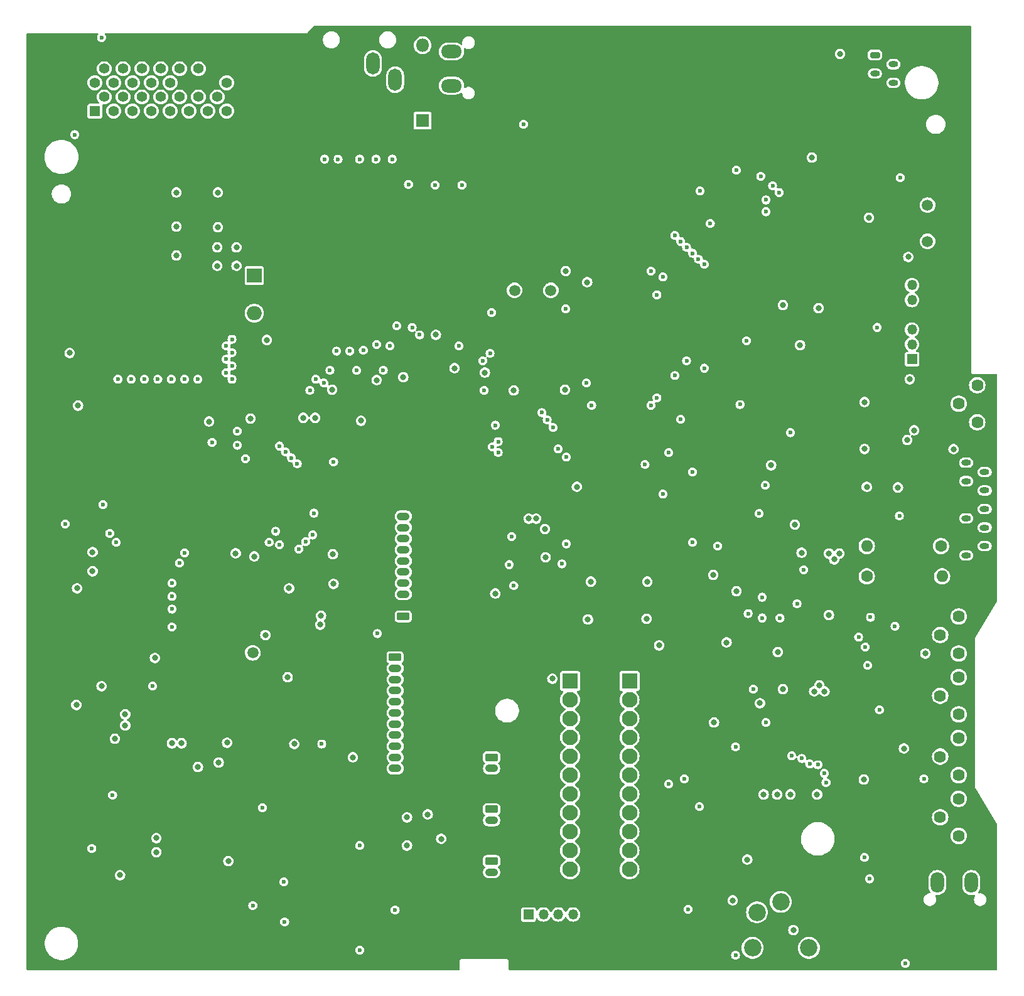
<source format=gbr>
%TF.GenerationSoftware,KiCad,Pcbnew,8.0.9-8.0.9-0~ubuntu24.04.1*%
%TF.CreationDate,2025-02-26T15:16:51+01:00*%
%TF.ProjectId,Main_PCB,4d61696e-5f50-4434-922e-6b696361645f,0.1*%
%TF.SameCoordinates,Original*%
%TF.FileFunction,Copper,L2,Inr*%
%TF.FilePolarity,Positive*%
%FSLAX46Y46*%
G04 Gerber Fmt 4.6, Leading zero omitted, Abs format (unit mm)*
G04 Created by KiCad (PCBNEW 8.0.9-8.0.9-0~ubuntu24.04.1) date 2025-02-26 15:16:51*
%MOMM*%
%LPD*%
G01*
G04 APERTURE LIST*
G04 Aperture macros list*
%AMRoundRect*
0 Rectangle with rounded corners*
0 $1 Rounding radius*
0 $2 $3 $4 $5 $6 $7 $8 $9 X,Y pos of 4 corners*
0 Add a 4 corners polygon primitive as box body*
4,1,4,$2,$3,$4,$5,$6,$7,$8,$9,$2,$3,0*
0 Add four circle primitives for the rounded corners*
1,1,$1+$1,$2,$3*
1,1,$1+$1,$4,$5*
1,1,$1+$1,$6,$7*
1,1,$1+$1,$8,$9*
0 Add four rect primitives between the rounded corners*
20,1,$1+$1,$2,$3,$4,$5,0*
20,1,$1+$1,$4,$5,$6,$7,0*
20,1,$1+$1,$6,$7,$8,$9,0*
20,1,$1+$1,$8,$9,$2,$3,0*%
G04 Aperture macros list end*
%TA.AperFunction,ComponentPad*%
%ADD10R,1.350000X1.350000*%
%TD*%
%TA.AperFunction,ComponentPad*%
%ADD11O,1.350000X1.350000*%
%TD*%
%TA.AperFunction,ComponentPad*%
%ADD12C,1.500000*%
%TD*%
%TA.AperFunction,ComponentPad*%
%ADD13C,2.340000*%
%TD*%
%TA.AperFunction,ComponentPad*%
%ADD14O,2.800000X1.800000*%
%TD*%
%TA.AperFunction,ComponentPad*%
%ADD15RoundRect,0.200000X0.450000X-0.200000X0.450000X0.200000X-0.450000X0.200000X-0.450000X-0.200000X0*%
%TD*%
%TA.AperFunction,ComponentPad*%
%ADD16O,1.300000X0.800000*%
%TD*%
%TA.AperFunction,ComponentPad*%
%ADD17RoundRect,0.250000X0.615000X-0.265000X0.615000X0.265000X-0.615000X0.265000X-0.615000X-0.265000X0*%
%TD*%
%TA.AperFunction,ComponentPad*%
%ADD18O,1.730000X1.030000*%
%TD*%
%TA.AperFunction,ComponentPad*%
%ADD19RoundRect,0.250000X-0.615000X0.265000X-0.615000X-0.265000X0.615000X-0.265000X0.615000X0.265000X0*%
%TD*%
%TA.AperFunction,ComponentPad*%
%ADD20C,1.600000*%
%TD*%
%TA.AperFunction,ComponentPad*%
%ADD21O,1.600000X1.600000*%
%TD*%
%TA.AperFunction,ComponentPad*%
%ADD22C,1.620000*%
%TD*%
%TA.AperFunction,ComponentPad*%
%ADD23R,2.100000X2.100000*%
%TD*%
%TA.AperFunction,ComponentPad*%
%ADD24C,2.100000*%
%TD*%
%TA.AperFunction,ComponentPad*%
%ADD25O,1.800000X2.800000*%
%TD*%
%TA.AperFunction,ComponentPad*%
%ADD26RoundRect,0.200000X-0.450000X0.200000X-0.450000X-0.200000X0.450000X-0.200000X0.450000X0.200000X0*%
%TD*%
%TA.AperFunction,ComponentPad*%
%ADD27R,1.400000X1.400000*%
%TD*%
%TA.AperFunction,ComponentPad*%
%ADD28C,1.400000*%
%TD*%
%TA.AperFunction,ComponentPad*%
%ADD29C,3.000000*%
%TD*%
%TA.AperFunction,ComponentPad*%
%ADD30R,3.000000X1.800000*%
%TD*%
%TA.AperFunction,ComponentPad*%
%ADD31O,1.800000X3.000000*%
%TD*%
%TA.AperFunction,ComponentPad*%
%ADD32R,1.800000X1.800000*%
%TD*%
%TA.AperFunction,ComponentPad*%
%ADD33O,1.800000X1.800000*%
%TD*%
%TA.AperFunction,ComponentPad*%
%ADD34R,2.000000X1.905000*%
%TD*%
%TA.AperFunction,ComponentPad*%
%ADD35O,2.000000X1.905000*%
%TD*%
%TA.AperFunction,ViaPad*%
%ADD36C,0.800000*%
%TD*%
%TA.AperFunction,ViaPad*%
%ADD37C,0.600000*%
%TD*%
G04 APERTURE END LIST*
D10*
%TO.N,/Servo and Actuator Drivers/TE*%
%TO.C,P104*%
X113000000Y-198200000D03*
D11*
%TO.N,/Servo and Actuator Drivers/FE*%
X115000000Y-198200000D03*
%TO.N,Net-(P104-Pin_3)*%
X117000000Y-198200000D03*
%TO.N,Net-(P104-Pin_4)*%
X119000000Y-198200000D03*
%TD*%
D12*
%TO.N,Net-(IC108-X1)*%
%TO.C,CF101*%
X111100000Y-114000000D03*
%TO.N,Net-(IC108-X2)*%
X116000000Y-114000000D03*
%TD*%
D13*
%TO.N,Net-(C219-Pad2)*%
%TO.C,RV201*%
X150800000Y-202700000D03*
%TO.N,GND*%
X150200000Y-197900000D03*
%TO.N,/AUDIO/AUDIO_L*%
X147000000Y-196500000D03*
%TO.N,/AUDIO/AUDIO_R*%
X143800000Y-197900000D03*
%TO.N,Net-(C220-Pad2)*%
X143200000Y-202700000D03*
%TD*%
D14*
%TO.N,/AUDIO/LINEOUT_R*%
%TO.C,JK101*%
X102600000Y-81800000D03*
%TO.N,GND*%
X102600000Y-79400000D03*
%TO.N,/AUDIO/LINEOUT_L*%
X102600000Y-86400000D03*
%TD*%
D15*
%TO.N,GND*%
%TO.C,CN102*%
X174500000Y-151000000D03*
D16*
%TO.N,Net-(CN102-Pin_2)*%
X172000000Y-149750000D03*
%TO.N,Net-(CN102-Pin_3)*%
X174500000Y-148500000D03*
%TO.N,GND*%
X172000000Y-147250000D03*
%TO.N,Net-(CN102-Pin_5)*%
X174500000Y-146000000D03*
%TO.N,Net-(CN102-Pin_6)*%
X172000000Y-144750000D03*
%TO.N,Net-(CN102-Pin_7)*%
X174500000Y-143500000D03*
%TO.N,GND*%
X172000000Y-142250000D03*
%TO.N,/RF AMP/B+D*%
X174500000Y-141000000D03*
%TO.N,/RF AMP/A+C*%
X172000000Y-139750000D03*
X174500000Y-138500000D03*
%TO.N,/RF AMP/B+D*%
X172000000Y-137250000D03*
%TD*%
D10*
%TO.N,/VC*%
%TO.C,P103*%
X164700000Y-123300000D03*
D11*
%TO.N,Net-(P103-Pin_2)*%
X164700000Y-121300000D03*
%TO.N,Net-(IC101-TE)*%
X164700000Y-119300000D03*
%TO.N,GND*%
X164700000Y-117300000D03*
%TO.N,/RF AMP/RFO*%
X164700000Y-115300000D03*
%TO.N,/DSP/PCLK*%
X164700000Y-113300000D03*
%TD*%
D17*
%TO.N,+5V*%
%TO.C,P101*%
X96100000Y-158000000D03*
D18*
%TO.N,GND*%
X96100000Y-156500000D03*
%TO.N,/PD7*%
X96100000Y-155000000D03*
%TO.N,/PD6*%
X96100000Y-153500000D03*
%TO.N,/PD5*%
X96100000Y-152000000D03*
%TO.N,/PD4*%
X96100000Y-150500000D03*
%TO.N,/PD3*%
X96100000Y-149000000D03*
%TO.N,/PD2*%
X96100000Y-147500000D03*
%TO.N,/PD1*%
X96100000Y-146000000D03*
%TO.N,/PD0*%
X96100000Y-144500000D03*
%TD*%
D19*
%TO.N,Net-(P105-Pin_1)*%
%TO.C,P105*%
X108000000Y-184000000D03*
D18*
%TO.N,/MCU/PLAY_PAUSE*%
X108000000Y-185500000D03*
%TD*%
D20*
%TO.N,Net-(CN102-Pin_3)*%
%TO.C,L101*%
X168600000Y-148500000D03*
D21*
%TO.N,Net-(Q101-C)*%
X158600000Y-148500000D03*
%TD*%
D20*
%TO.N,+5V*%
%TO.C,R101*%
X158600000Y-152600000D03*
D21*
%TO.N,Net-(Q101-E)*%
X168760000Y-152600000D03*
%TD*%
D19*
%TO.N,/SPL_MOTOR_BLACK*%
%TO.C,P102*%
X95000000Y-163500000D03*
D18*
%TO.N,/SPL_MOTOR_RED*%
X95000000Y-165000000D03*
%TO.N,/~{MRST}*%
X95000000Y-166500000D03*
%TO.N,/MCU/DIGIT1_EN*%
X95000000Y-168000000D03*
%TO.N,/MCU/DIGIT2_EN*%
X95000000Y-169500000D03*
%TO.N,/MCU/RS_EN*%
X95000000Y-171000000D03*
%TO.N,/MCU/DISP_LATCH*%
X95000000Y-172500000D03*
%TO.N,/MCU/PLAY_PAUSE*%
X95000000Y-174000000D03*
%TO.N,/MCU/FS_RS*%
X95000000Y-175500000D03*
%TO.N,Net-(P102-Pin_10)*%
X95000000Y-177000000D03*
%TO.N,/MCU/STOP*%
X95000000Y-178500000D03*
%TD*%
D22*
%TO.N,Net-(R105-Pad2)*%
%TO.C,VR102*%
X171000000Y-158000000D03*
%TO.N,Net-(IC101-FEBIAS)*%
X168500000Y-160500000D03*
%TO.N,Net-(R106-Pad1)*%
X171000000Y-163000000D03*
%TD*%
D19*
%TO.N,Net-(P106-Pin_1)*%
%TO.C,P106*%
X108000000Y-191000000D03*
D18*
%TO.N,Net-(P106-Pin_2)*%
X108000000Y-192500000D03*
%TD*%
D22*
%TO.N,Net-(R127-Pad1)*%
%TO.C,VR105*%
X171000000Y-166200000D03*
%TO.N,Net-(IC102-3.5V)*%
X168500000Y-168700000D03*
X171000000Y-171200000D03*
%TD*%
%TO.N,Net-(R104-Pad2)*%
%TO.C,VR101*%
X173500000Y-126800000D03*
%TO.N,Net-(IC101-E1)*%
X171000000Y-129300000D03*
%TO.N,Net-(IC101-E0)*%
X173500000Y-131800000D03*
%TD*%
D23*
%TO.N,+9V*%
%TO.C,IC105*%
X126600000Y-166700000D03*
D24*
%TO.N,Net-(CN101-Pin_4)*%
X126600000Y-169240000D03*
%TO.N,Net-(CN101-Pin_1)*%
X126600000Y-171780000D03*
%TO.N,Net-(CN101-Pin_4)*%
X126600000Y-174320000D03*
%TO.N,Net-(IC105-Pad5)*%
X126600000Y-176860000D03*
%TO.N,/Servo and Actuator Drivers/VSUP{slash}2*%
X126600000Y-179400000D03*
%TO.N,unconnected-(IC105-MUTE-Pad7)*%
X126600000Y-181940000D03*
%TO.N,Net-(IC105-Pad8)*%
X126600000Y-184480000D03*
%TO.N,Net-(CN101-Pin_3)*%
X126600000Y-187020000D03*
%TO.N,Net-(CN101-Pin_2)*%
X126600000Y-189560000D03*
%TO.N,Net-(CN101-Pin_3)*%
X126600000Y-192100000D03*
%TO.N,GND*%
X126600000Y-194640000D03*
%TD*%
D25*
%TO.N,Net-(Q209-C)*%
%TO.C,JK102*%
X172700000Y-193900000D03*
%TO.N,GND*%
X175100000Y-193900000D03*
%TO.N,Net-(Q208-C)*%
X168100000Y-193900000D03*
%TD*%
D26*
%TO.N,Net-(CN101-Pin_1)*%
%TO.C,CN101*%
X159700000Y-82250000D03*
D16*
%TO.N,Net-(CN101-Pin_2)*%
X162200000Y-83500000D03*
%TO.N,Net-(CN101-Pin_3)*%
X159700000Y-84750000D03*
%TO.N,Net-(CN101-Pin_4)*%
X162200000Y-86000000D03*
%TD*%
D27*
%TO.N,/SCSI/SCSI_D7*%
%TO.C,JK104*%
X54500000Y-89810000D03*
D28*
%TO.N,/SCSI/~{SCSI_RST}*%
X55770000Y-87905000D03*
%TO.N,/SCSI/SCSI_D6*%
X57040000Y-89810000D03*
%TO.N,Net-(JK104B-~{SCSI_SEL})*%
X58310000Y-87905000D03*
%TO.N,/SCSI/SCSI_D5*%
X59580000Y-89810000D03*
%TO.N,Net-(JK104B-SFSY)*%
X60850000Y-87905000D03*
%TO.N,/SCSI/SCSI_D4*%
X62120000Y-89810000D03*
%TO.N,Net-(JK104B-I2S_LRCK)*%
X63390000Y-87905000D03*
%TO.N,/SCSI/SCSI_D3*%
X64660000Y-89810000D03*
%TO.N,Net-(JK104B-I2S_DAT)*%
X65930000Y-87905000D03*
%TO.N,/SCSI/SCSI_D2*%
X67200000Y-89810000D03*
%TO.N,Net-(JK104B-PW)*%
X68470000Y-87905000D03*
%TO.N,/SCSI/SCSI_D1*%
X69740000Y-89810000D03*
%TO.N,Net-(JK104B-SBCK)*%
X71010000Y-87905000D03*
%TO.N,/SCSI/SCSI_D0*%
X72280000Y-89810000D03*
%TO.N,Net-(JK104C-~{SCSI_ACK})*%
X54500000Y-86000000D03*
%TO.N,Net-(JK104D-~{SCSI_REQ})*%
X55770000Y-84095000D03*
%TO.N,Net-(JK104C-I2S_SCLK)*%
X57040000Y-86000000D03*
%TO.N,Net-(JK104D-SBSY)*%
X58310000Y-84095000D03*
%TO.N,Net-(JK104C-~{SCSI_CD})*%
X59580000Y-86000000D03*
%TO.N,Net-(JK104D-~{SCSI_MSG})*%
X60850000Y-84095000D03*
%TO.N,Net-(JK104C-~{SCSI_BSY})*%
X62120000Y-86000000D03*
%TO.N,+9V*%
X63390000Y-84095000D03*
X64660000Y-86000000D03*
%TO.N,/AUDIO/LINEOUT_R*%
X65930000Y-84095000D03*
%TO.N,GND*%
X67200000Y-86000000D03*
%TO.N,/AUDIO/LINEOUT_L*%
X68470000Y-84095000D03*
%TO.N,GND*%
X69740000Y-86000000D03*
X71010000Y-84095000D03*
%TO.N,Net-(JK104C-~{SCSI_IO})*%
X72280000Y-86000000D03*
D29*
%TO.N,GND*%
X49440000Y-84095000D03*
X77340000Y-84095000D03*
%TD*%
D30*
%TO.N,GND*%
%TO.C,JK103*%
X86200000Y-88400000D03*
D31*
%TO.N,Net-(D301-A)*%
X92000000Y-83400000D03*
X95000000Y-85600000D03*
%TD*%
D23*
%TO.N,+9V*%
%TO.C,IC104*%
X118600000Y-166700000D03*
D24*
%TO.N,/SPL_MOTOR_RED*%
X118600000Y-169240000D03*
%TO.N,/SPL_MOTOR_BLACK*%
X118600000Y-171780000D03*
%TO.N,/SPL_MOTOR_RED*%
X118600000Y-174320000D03*
%TO.N,Net-(IC104-Pad5)*%
X118600000Y-176860000D03*
%TO.N,/Servo and Actuator Drivers/VSUP{slash}2*%
X118600000Y-179400000D03*
%TO.N,unconnected-(IC104-MUTE-Pad7)*%
X118600000Y-181940000D03*
%TO.N,Net-(IC104-Pad8)*%
X118600000Y-184480000D03*
%TO.N,Net-(P106-Pin_2)*%
X118600000Y-187020000D03*
%TO.N,Net-(P106-Pin_1)*%
X118600000Y-189560000D03*
%TO.N,Net-(P106-Pin_2)*%
X118600000Y-192100000D03*
%TO.N,GND*%
X118600000Y-194640000D03*
%TD*%
D32*
%TO.N,+9V*%
%TO.C,D301*%
X98700000Y-91100000D03*
D33*
%TO.N,Net-(D301-A)*%
X98700000Y-80940000D03*
%TD*%
D34*
%TO.N,+9V*%
%TO.C,IC301*%
X76000000Y-112000000D03*
D35*
%TO.N,GND*%
X76000000Y-114540000D03*
%TO.N,+5V*%
X76000000Y-117080000D03*
%TD*%
D22*
%TO.N,/VC*%
%TO.C,VR103*%
X171000000Y-174400000D03*
%TO.N,/Servo and Actuator Drivers/TE*%
X168500000Y-176900000D03*
%TO.N,Net-(C112-Pad2)*%
X171000000Y-179400000D03*
%TD*%
D12*
%TO.N,Net-(IC106-XTAI)*%
%TO.C,X101*%
X166800000Y-107400000D03*
%TO.N,Net-(IC106-XTAO)*%
X166800000Y-102500000D03*
%TD*%
%TO.N,GND*%
%TO.C,CF102*%
X70900000Y-162900000D03*
%TO.N,Net-(Q104-B)*%
X75800000Y-162900000D03*
%TD*%
D22*
%TO.N,/VC*%
%TO.C,VR104*%
X171000000Y-182600000D03*
%TO.N,/Servo and Actuator Drivers/FE*%
X168500000Y-185100000D03*
%TO.N,Net-(C111-Pad2)*%
X171000000Y-187600000D03*
%TD*%
D19*
%TO.N,Net-(P102-Pin_10)*%
%TO.C,P107*%
X108000000Y-177000000D03*
D18*
%TO.N,Net-(P107-Pin_2)*%
X108000000Y-178500000D03*
%TD*%
D36*
%TO.N,/VC*%
X152200000Y-167300000D03*
X152900000Y-168100000D03*
X151500000Y-168100000D03*
X154900000Y-149500000D03*
X153500000Y-149500000D03*
X154200000Y-150300000D03*
%TO.N,Net-(CN101-Pin_4)*%
X155000000Y-82100000D03*
%TO.N,GND*%
X66800000Y-182000000D03*
X86200000Y-143600000D03*
X62800000Y-191600000D03*
D37*
X51700000Y-196800000D03*
D36*
X141400000Y-194600000D03*
X110800000Y-155800000D03*
X148500000Y-162200000D03*
D37*
X45800000Y-151300000D03*
X62100000Y-128600000D03*
D36*
X139525000Y-154600000D03*
X88200000Y-151000000D03*
X151900000Y-139200000D03*
X89400000Y-169200000D03*
X139400000Y-187700000D03*
X55600000Y-164800000D03*
X102500000Y-191600000D03*
D37*
X48700000Y-126500000D03*
D36*
X82000000Y-169900000D03*
X84500000Y-150100000D03*
X72500000Y-170500000D03*
X155900000Y-204200000D03*
X139600000Y-100600000D03*
X82100000Y-158500000D03*
X162600000Y-126000000D03*
X112700000Y-120400000D03*
X148300000Y-123600000D03*
D37*
X48700000Y-153200000D03*
X47300000Y-148200000D03*
D36*
X89400000Y-171000000D03*
X171100000Y-102500000D03*
X100500000Y-116300000D03*
X64900000Y-171500000D03*
D37*
X125400000Y-203200000D03*
D36*
X116100000Y-159765000D03*
X153200000Y-121400000D03*
X55600000Y-154200000D03*
X152000000Y-129100000D03*
D37*
X76200000Y-199100000D03*
D36*
X154100000Y-171000000D03*
X148900000Y-116300000D03*
D37*
X47300000Y-180700000D03*
D36*
X167900000Y-203000000D03*
X130700000Y-158400000D03*
D37*
X58500000Y-128625000D03*
D36*
X87800000Y-193600000D03*
X53700000Y-178800000D03*
X50600000Y-141700000D03*
X147800000Y-171600000D03*
X163300000Y-163100000D03*
X158900000Y-101800000D03*
D37*
X99700000Y-201600000D03*
D36*
X158600000Y-196700000D03*
X48900000Y-170000000D03*
X89300000Y-159100000D03*
X60700000Y-178800000D03*
X171400000Y-199400000D03*
X62800000Y-186100000D03*
X117800000Y-123000000D03*
D37*
X48800000Y-185600000D03*
D36*
X69300000Y-128625000D03*
X145700000Y-143100000D03*
X158900000Y-108200000D03*
X87900000Y-188300000D03*
D37*
X147000000Y-205400000D03*
D36*
X168400000Y-156000000D03*
D37*
X60600000Y-203200000D03*
D36*
X68700000Y-186300000D03*
D37*
X80000000Y-196500000D03*
D36*
X89400000Y-173400000D03*
X72800000Y-152300000D03*
D37*
X120600000Y-204900000D03*
D36*
X80000000Y-188400000D03*
X114100000Y-120400000D03*
X115900000Y-154800000D03*
X89400000Y-175200000D03*
X82100000Y-120800000D03*
X167900000Y-201200000D03*
X54095000Y-184305000D03*
X94600000Y-103100000D03*
X167800000Y-109500000D03*
X163600000Y-174000000D03*
X117000000Y-120200000D03*
X148700000Y-139400000D03*
D37*
X47300000Y-121500000D03*
D36*
X149300000Y-172500000D03*
X159100000Y-173100000D03*
X55200000Y-103000000D03*
D37*
X123800000Y-201700000D03*
D36*
X98600000Y-99700000D03*
X136000000Y-95200000D03*
X62800000Y-193400000D03*
X89400000Y-178800000D03*
D37*
X105700000Y-203200000D03*
D36*
X155900000Y-202400000D03*
X167200000Y-170400000D03*
X80500000Y-168000000D03*
X161600000Y-180000000D03*
X88600000Y-157900000D03*
D37*
X103000000Y-204900000D03*
D36*
X175000000Y-204500000D03*
X158900000Y-106600000D03*
X134500000Y-201100000D03*
X92500000Y-129800000D03*
X65400000Y-198800000D03*
X134500000Y-199300000D03*
X116000000Y-109600000D03*
X87300000Y-103100000D03*
X92400000Y-103100000D03*
D37*
X45800000Y-124600000D03*
X45800000Y-101000000D03*
D36*
X159000000Y-123200000D03*
X171300000Y-107400000D03*
D37*
X52100000Y-94300000D03*
D36*
X56300000Y-168700000D03*
X90400000Y-132900000D03*
D37*
X65700000Y-128625000D03*
D36*
X171400000Y-197600000D03*
X69900000Y-133000000D03*
D37*
X47300000Y-99400000D03*
X78000000Y-194700000D03*
D36*
X89400000Y-167400000D03*
D37*
X48400000Y-190900000D03*
D36*
X87800000Y-197450000D03*
X48900000Y-173300000D03*
X80300000Y-131200000D03*
X166600000Y-98800000D03*
X81300000Y-103000000D03*
X69700000Y-201700000D03*
X82100000Y-156700000D03*
X150100000Y-182000000D03*
X79500000Y-149800000D03*
X140500000Y-105800000D03*
D37*
X67500000Y-202800000D03*
X54900000Y-195400000D03*
D36*
X90200000Y-103100000D03*
X71900000Y-151100000D03*
X81400000Y-177000000D03*
D37*
X48700000Y-102800000D03*
D36*
X87700000Y-202700000D03*
X61700000Y-135345000D03*
X148300000Y-129600000D03*
X55800000Y-126100000D03*
X155900000Y-197000000D03*
X56300000Y-166100000D03*
D37*
X56900000Y-205100000D03*
D36*
X164000000Y-201300000D03*
X144100000Y-125662500D03*
X112900000Y-159500000D03*
X58900000Y-169700000D03*
X71100000Y-179200000D03*
X55700000Y-171100000D03*
X134500000Y-193900000D03*
X166462500Y-144600000D03*
X157700000Y-116400000D03*
X102200000Y-99700000D03*
X116100000Y-162305000D03*
D37*
X77400000Y-204000000D03*
D36*
X80000000Y-204600000D03*
D37*
X145700000Y-198800000D03*
D36*
X140500000Y-104200000D03*
X62800000Y-184300000D03*
X55700000Y-172700000D03*
X50962500Y-118500000D03*
X116100000Y-161035000D03*
X111100000Y-109600000D03*
X81400000Y-178800000D03*
%TO.N,Net-(CN102-Pin_6)*%
X164990000Y-132890000D03*
%TO.N,Net-(CN102-Pin_5)*%
X164050000Y-134200000D03*
D37*
%TO.N,/MCU/DIGIT1_EN*%
X116300000Y-132500000D03*
%TO.N,/~{WR}*%
X107000000Y-127500000D03*
%TO.N,/PF5*%
X108500000Y-132200000D03*
D36*
%TO.N,+5VA*%
X62600000Y-163600000D03*
X62800000Y-189800000D03*
X58600000Y-171200000D03*
X64900000Y-175100000D03*
X62800000Y-187900000D03*
X66200000Y-175100000D03*
X55400000Y-167400000D03*
X58600000Y-172700000D03*
D37*
%TO.N,/I2S_WDLK*%
X112300000Y-91600000D03*
X92600000Y-160300000D03*
X62300000Y-167395000D03*
D36*
%TO.N,Net-(IC201-VREFL1)*%
X52000000Y-169935000D03*
%TO.N,Net-(IC201-VREFH1)*%
X57200000Y-174500000D03*
D37*
%TO.N,/~{I2S_SCLK}*%
X78000000Y-148000000D03*
X95200000Y-118800000D03*
%TO.N,/I2S_LRCK*%
X98300000Y-120000000D03*
X79400000Y-148300000D03*
%TO.N,/I2S_DAT*%
X97300000Y-119000000D03*
X78900000Y-146500000D03*
D36*
%TO.N,+5V*%
X118000000Y-111400000D03*
X84900000Y-159100000D03*
X92500000Y-126100000D03*
X86600000Y-149600000D03*
X82600000Y-131200000D03*
X147300000Y-167800000D03*
X120900000Y-112900000D03*
X71200000Y-177700000D03*
X54200000Y-151900000D03*
D37*
X89800000Y-124800000D03*
D36*
X163600000Y-175800000D03*
X148300000Y-182000000D03*
X149600000Y-121400000D03*
X76000000Y-149900000D03*
X115200000Y-146200000D03*
X158900000Y-104200000D03*
X170300000Y-135425000D03*
X80700000Y-154200000D03*
X80500000Y-166200000D03*
X111000000Y-127500000D03*
D37*
X86200000Y-124800000D03*
D36*
X90400000Y-131600000D03*
X166500000Y-163000000D03*
X103000000Y-124500000D03*
X52237500Y-129550000D03*
X147300000Y-116000000D03*
X158200000Y-180000000D03*
X107100000Y-125100000D03*
X114000000Y-144800000D03*
X68400000Y-178300000D03*
X52100000Y-154200000D03*
X151900000Y-182000000D03*
X75500000Y-131300000D03*
X149800000Y-149400000D03*
X96100000Y-125700000D03*
X115300000Y-150000000D03*
X54200000Y-149300000D03*
X77700000Y-120700000D03*
X148900000Y-145600000D03*
X73500000Y-149475000D03*
X77500000Y-160500000D03*
X86500000Y-127400000D03*
X144200000Y-169700000D03*
X162800000Y-140600000D03*
X108500000Y-154900000D03*
X146500000Y-182000000D03*
X151200000Y-96100000D03*
X141025000Y-154600000D03*
X84200000Y-131200000D03*
X153500000Y-157800000D03*
X100500000Y-120000000D03*
X117900000Y-127400000D03*
X85000000Y-157900000D03*
X51100000Y-122450000D03*
X113000000Y-144800000D03*
D37*
X93400000Y-124800000D03*
D36*
X152100000Y-116400000D03*
X69900000Y-131700000D03*
X119500000Y-140500000D03*
X137900000Y-152400000D03*
X86700000Y-153600000D03*
X164400000Y-126000000D03*
X164200000Y-109500000D03*
X81400000Y-175200000D03*
D37*
%TO.N,/AUDIO/LINEOUT_R*%
X51800000Y-93000000D03*
%TO.N,/AUDIO/LINEOUT_L*%
X55400000Y-79900000D03*
%TO.N,/~{MRST}*%
X84050000Y-144050000D03*
X118000000Y-116500000D03*
%TO.N,/MCU/FS_RS*%
X107800000Y-122500000D03*
%TO.N,/MCU/PLAY_PAUSE*%
X106800000Y-123500000D03*
%TO.N,/AUDIO_EN*%
X117000000Y-135400000D03*
X117500000Y-150900000D03*
%TO.N,/MCU/STOP*%
X108000000Y-117000000D03*
%TO.N,Net-(IC102-BW)*%
X160300000Y-170600000D03*
X141500000Y-129400000D03*
%TO.N,Net-(Q103-B)*%
X131900000Y-135900000D03*
X136050000Y-183650000D03*
%TO.N,/MCU/~{INT2}*%
X120800000Y-126500000D03*
X85100000Y-175200000D03*
%TO.N,/MCU/DIGIT2_EN*%
X115500000Y-131500000D03*
%TO.N,Net-(Q203-C)*%
X110700000Y-147200000D03*
X90225000Y-188900000D03*
X90225000Y-203000000D03*
%TO.N,Net-(D203-A)*%
X95000000Y-197600000D03*
X110400000Y-151000000D03*
X163800000Y-204800000D03*
%TO.N,/MUTG*%
X129500000Y-129500000D03*
X121500000Y-129500000D03*
X129500000Y-111400000D03*
X111000000Y-153850000D03*
D36*
%TO.N,+9V*%
X121000000Y-158400000D03*
X96600000Y-185100000D03*
X71100000Y-105500000D03*
X71000000Y-110700000D03*
X65500000Y-105400000D03*
X65500000Y-100800000D03*
X71000000Y-108200000D03*
X65500000Y-109300000D03*
X116200000Y-166400000D03*
X73600000Y-108200000D03*
X99400000Y-184700000D03*
X128900000Y-158300000D03*
X73600000Y-110700000D03*
X71100000Y-100800000D03*
%TO.N,Net-(Q305-B)*%
X96600000Y-188900000D03*
%TO.N,+9VA*%
X101200000Y-188000000D03*
X140525000Y-196300000D03*
X57900000Y-192900000D03*
X142500000Y-190795000D03*
X72500000Y-191000000D03*
X148700000Y-200300000D03*
%TO.N,Net-(Q307-B)*%
X72332500Y-175032500D03*
D37*
%TO.N,/RF AMP/RFO*%
X163000000Y-144425000D03*
D36*
%TO.N,/VC*%
X144700000Y-182000000D03*
X139700000Y-161500000D03*
X146600000Y-162800000D03*
X145700000Y-137600000D03*
X138000000Y-172300000D03*
X158300000Y-135400000D03*
X158300000Y-129080000D03*
D37*
%TO.N,/DSP/ASY*%
X146800000Y-100800000D03*
X160000000Y-119000000D03*
%TO.N,Net-(C111-Pad2)*%
X142600000Y-157600000D03*
%TO.N,Net-(P104-Pin_3)*%
X131900000Y-180600000D03*
%TO.N,Net-(P104-Pin_4)*%
X134000000Y-179900000D03*
%TO.N,Net-(IC102-SL+)*%
X145000000Y-172300000D03*
%TO.N,Net-(C122-Pad2)*%
X140900000Y-175600000D03*
%TO.N,/MLT*%
X152875000Y-179175000D03*
X133500000Y-131400000D03*
X133500000Y-107400000D03*
%TO.N,/XRST*%
X135100000Y-138500000D03*
X135100000Y-109000000D03*
%TO.N,Net-(IC102-XRST)*%
X135100000Y-148000000D03*
X150900000Y-177900000D03*
%TO.N,/PDO*%
X166300000Y-179900000D03*
X137500000Y-105000000D03*
%TO.N,/VCOI*%
X162400000Y-159300000D03*
X145000000Y-103400000D03*
%TO.N,Net-(IC102-FSW)*%
X157500000Y-160800000D03*
X136100000Y-100600000D03*
%TO.N,/MCU/RS_EN*%
X114800000Y-130500000D03*
D36*
%TO.N,/Servo and Actuator Drivers/VSUP{slash}2*%
X129000000Y-153300000D03*
X130600000Y-161900000D03*
X121400000Y-153300000D03*
%TO.N,/MCU/REPEAT*%
X89300000Y-177000000D03*
D37*
X103600000Y-121500000D03*
%TO.N,/~{DEMP}*%
X118100000Y-136500000D03*
X118100000Y-148200000D03*
%TO.N,Net-(IC107-~{WE})*%
X64900000Y-159400000D03*
X86700000Y-137125000D03*
%TO.N,/SCSI/MA9*%
X65900000Y-150800000D03*
X56500000Y-146775000D03*
X79400000Y-135000000D03*
%TO.N,/SCSI/MA10*%
X80200000Y-135800000D03*
X55600000Y-142900000D03*
X64900000Y-153500000D03*
%TO.N,/SCSI/MA11*%
X50500000Y-145505000D03*
X64900000Y-155300000D03*
X81000000Y-136600000D03*
%TO.N,/SCSI/MA12*%
X81800000Y-137400000D03*
X64900000Y-157000000D03*
%TO.N,/SCSI/~{SCSI_IO}*%
X73700000Y-133000000D03*
X83500000Y-127500000D03*
%TO.N,/SCSI/~{SCSI_CD}*%
X90700000Y-122100000D03*
X74800000Y-136700000D03*
%TO.N,/SCSI/~{SCSI_MSG}*%
X88900000Y-122200000D03*
X70300000Y-134500000D03*
%TO.N,/SCSI/~{SCSI_BSY}*%
X73700000Y-134900000D03*
X87100000Y-122200000D03*
%TO.N,/SCSI/SCSI_D7*%
X73000000Y-120600000D03*
X57600000Y-126000000D03*
%TO.N,/SCSI/SCSI_D6*%
X72200000Y-121500000D03*
X59400000Y-126000000D03*
%TO.N,/SCSI/SCSI_D5*%
X61200000Y-126000000D03*
X73000000Y-122400000D03*
%TO.N,/SCSI/SCSI_D4*%
X72200000Y-123300000D03*
X63000000Y-126000000D03*
%TO.N,/SCSI/SCSI_D3*%
X64800000Y-126000000D03*
X73000000Y-124200000D03*
%TO.N,/SCSI/SCSI_D2*%
X66600000Y-126000000D03*
X72200000Y-125100000D03*
%TO.N,/SCSI/SCSI_D1*%
X73000000Y-126000000D03*
X68400000Y-126000000D03*
%TO.N,/SCSI/~{SCSI_ACK}*%
X84300000Y-126000000D03*
X94300000Y-121500000D03*
%TO.N,/SCSI/~{SCSI_REQ}*%
X85400000Y-126500000D03*
X92500000Y-121300000D03*
%TO.N,Net-(IC101-TE)*%
X148300000Y-133200000D03*
%TO.N,Net-(C112-Pad2)*%
X144500000Y-155400000D03*
%TO.N,Net-(IC101-~{LDON})*%
X138500000Y-148500000D03*
X149200000Y-156300000D03*
%TO.N,Net-(IC202B-+)*%
X54100000Y-189300000D03*
X56900000Y-182100000D03*
%TO.N,Net-(C213-Pad1)*%
X77100000Y-183800000D03*
%TO.N,Net-(C214-Pad1)*%
X75800000Y-197000000D03*
%TO.N,Net-(C215-Pad2)*%
X80100000Y-199200000D03*
%TO.N,Net-(C216-Pad2)*%
X80000000Y-193800000D03*
%TO.N,Net-(C226-Pad1)*%
X159000000Y-193400000D03*
%TO.N,Net-(C225-Pad1)*%
X158300000Y-190500000D03*
%TO.N,Net-(JK104C-I2S_SCLK)*%
X90200000Y-96300000D03*
%TO.N,Net-(JK104B-SBCK)*%
X104000000Y-99800000D03*
%TO.N,Net-(JK104B-I2S_DAT)*%
X92400000Y-96300000D03*
%TO.N,Net-(JK104B-I2S_LRCK)*%
X94600000Y-96300000D03*
%TO.N,Net-(JK104B-PW)*%
X100400000Y-99800000D03*
%TO.N,Net-(JK104D-SBSY)*%
X96800000Y-99700000D03*
%TO.N,Net-(JK104B-~{SCSI_SEL})*%
X85500000Y-96300000D03*
%TO.N,Net-(JK104B-SFSY)*%
X87300000Y-96300000D03*
D36*
%TO.N,Net-(IC101-LD)*%
X158600000Y-140510000D03*
D37*
%TO.N,Net-(IC102-SRCH)*%
X143300000Y-167800000D03*
%TO.N,Net-(C220-Pad1)*%
X134500000Y-197500000D03*
X140900000Y-203700000D03*
%TO.N,/FOK*%
X150100000Y-151700000D03*
X142400000Y-120800000D03*
%TO.N,/DSP/EFM*%
X144100000Y-144100000D03*
X145900000Y-99900000D03*
%TO.N,/LOCK*%
X145000000Y-101800000D03*
X159100000Y-158100000D03*
%TO.N,/MDAT*%
X152000000Y-178000000D03*
X134300000Y-108200000D03*
X134300000Y-123500000D03*
%TO.N,/MDP*%
X158700000Y-164600000D03*
X144300000Y-98600000D03*
%TO.N,/MCK*%
X132700000Y-106600000D03*
X132700000Y-125500000D03*
X153100000Y-180400000D03*
%TO.N,/CNIN*%
X135900000Y-109800000D03*
X149850000Y-177150000D03*
%TO.N,/Servo and Actuator Drivers/TE*%
X146900000Y-158200000D03*
%TO.N,/MON*%
X158400000Y-162100000D03*
X141000000Y-97800000D03*
%TO.N,/Servo and Actuator Drivers/FE*%
X144500000Y-158200000D03*
%TO.N,/SENS*%
X148500000Y-176800000D03*
X136700000Y-124500000D03*
X136700000Y-110500000D03*
%TO.N,/MODE_SELECT*%
X128700000Y-137500000D03*
X163100000Y-98800000D03*
%TO.N,/CRCF*%
X131100000Y-112200000D03*
X131100000Y-141500000D03*
%TO.N,/SUBQ*%
X130300000Y-114600000D03*
X130300000Y-128500000D03*
%TO.N,/PA1*%
X108100000Y-135100000D03*
X82925000Y-147900000D03*
%TO.N,/PA0*%
X82000000Y-148900000D03*
X108900000Y-135900000D03*
%TO.N,/PA2*%
X108900000Y-134400000D03*
X83900000Y-147000000D03*
%TO.N,/SCSI/MA8*%
X66600000Y-149400000D03*
X57400000Y-148000000D03*
%TO.N,Net-(P103-Pin_2)*%
X144900000Y-140300000D03*
%TD*%
%TA.AperFunction,Conductor*%
%TO.N,GND*%
G36*
X172642539Y-78320185D02*
G01*
X172688294Y-78372989D01*
X172699500Y-78424500D01*
X172699500Y-125039562D01*
X172710532Y-125080734D01*
X172719979Y-125115990D01*
X172719982Y-125115995D01*
X172759535Y-125184504D01*
X172759539Y-125184509D01*
X172759540Y-125184511D01*
X172815489Y-125240460D01*
X172815491Y-125240461D01*
X172815495Y-125240464D01*
X172884004Y-125280017D01*
X172884011Y-125280021D01*
X172960438Y-125300500D01*
X173039562Y-125300500D01*
X176075500Y-125300500D01*
X176142539Y-125320185D01*
X176188294Y-125372989D01*
X176199500Y-125424500D01*
X176199500Y-155882420D01*
X176181829Y-155946217D01*
X173266513Y-160805076D01*
X173260154Y-160814424D01*
X173241539Y-160846666D01*
X173240484Y-160848459D01*
X173221813Y-160879577D01*
X173221341Y-160880719D01*
X173220530Y-160882633D01*
X173220054Y-160883727D01*
X173210672Y-160918741D01*
X173210117Y-160920743D01*
X173200125Y-160955675D01*
X173199968Y-160956873D01*
X173199675Y-160958959D01*
X173199500Y-160960134D01*
X173199500Y-160996454D01*
X173199482Y-160998541D01*
X173198855Y-161035740D01*
X173199500Y-161047018D01*
X173199500Y-180952983D01*
X173198856Y-180964269D01*
X173199482Y-181001457D01*
X173199500Y-181003544D01*
X173199500Y-181039861D01*
X173199679Y-181041064D01*
X173199969Y-181043135D01*
X173200125Y-181044321D01*
X173210110Y-181079227D01*
X173210667Y-181081236D01*
X173220056Y-181116276D01*
X173220555Y-181117426D01*
X173221361Y-181119327D01*
X173221817Y-181120428D01*
X173221968Y-181120680D01*
X173221969Y-181120682D01*
X173234535Y-181141625D01*
X173240487Y-181151545D01*
X173241544Y-181153342D01*
X173260158Y-181185583D01*
X173266515Y-181194926D01*
X174711623Y-183603438D01*
X176135914Y-185977257D01*
X176181829Y-186053781D01*
X176199500Y-186117578D01*
X176199500Y-205575500D01*
X176179815Y-205642539D01*
X176127011Y-205688294D01*
X176075500Y-205699500D01*
X110424500Y-205699500D01*
X110357461Y-205679815D01*
X110311706Y-205627011D01*
X110300500Y-205575500D01*
X110300500Y-204799998D01*
X163194318Y-204799998D01*
X163194318Y-204800001D01*
X163214955Y-204956760D01*
X163214956Y-204956762D01*
X163275464Y-205102841D01*
X163371718Y-205228282D01*
X163497159Y-205324536D01*
X163643238Y-205385044D01*
X163721619Y-205395363D01*
X163799999Y-205405682D01*
X163800000Y-205405682D01*
X163800001Y-205405682D01*
X163852254Y-205398802D01*
X163956762Y-205385044D01*
X164102841Y-205324536D01*
X164228282Y-205228282D01*
X164324536Y-205102841D01*
X164385044Y-204956762D01*
X164405682Y-204800000D01*
X164385044Y-204643238D01*
X164324536Y-204497159D01*
X164228282Y-204371718D01*
X164102841Y-204275464D01*
X164006685Y-204235635D01*
X163956762Y-204214956D01*
X163956760Y-204214955D01*
X163800001Y-204194318D01*
X163799999Y-204194318D01*
X163643239Y-204214955D01*
X163643237Y-204214956D01*
X163497160Y-204275463D01*
X163371718Y-204371718D01*
X163275463Y-204497160D01*
X163214956Y-204643237D01*
X163214955Y-204643239D01*
X163194318Y-204799998D01*
X110300500Y-204799998D01*
X110300500Y-204460439D01*
X110280020Y-204384009D01*
X110280017Y-204384004D01*
X110240464Y-204315495D01*
X110240458Y-204315487D01*
X110184512Y-204259541D01*
X110184504Y-204259535D01*
X110115995Y-204219982D01*
X110115990Y-204219979D01*
X110090513Y-204213152D01*
X110039562Y-204199500D01*
X104039562Y-204199500D01*
X103960438Y-204199500D01*
X103922224Y-204209739D01*
X103884009Y-204219979D01*
X103884004Y-204219982D01*
X103815495Y-204259535D01*
X103815487Y-204259541D01*
X103759541Y-204315487D01*
X103759535Y-204315495D01*
X103719982Y-204384004D01*
X103719979Y-204384009D01*
X103699500Y-204460439D01*
X103699500Y-205575500D01*
X103679815Y-205642539D01*
X103627011Y-205688294D01*
X103575500Y-205699500D01*
X45424500Y-205699500D01*
X45357461Y-205679815D01*
X45311706Y-205627011D01*
X45300500Y-205575500D01*
X45300500Y-201952486D01*
X47749500Y-201952486D01*
X47749500Y-202247513D01*
X47781571Y-202491113D01*
X47788007Y-202539993D01*
X47830882Y-202700006D01*
X47864361Y-202824951D01*
X47864364Y-202824961D01*
X47977254Y-203097500D01*
X47977258Y-203097510D01*
X48124761Y-203352993D01*
X48304352Y-203587040D01*
X48304358Y-203587047D01*
X48512952Y-203795641D01*
X48512959Y-203795647D01*
X48747006Y-203975238D01*
X49002489Y-204122741D01*
X49002490Y-204122741D01*
X49002493Y-204122743D01*
X49275048Y-204235639D01*
X49560007Y-204311993D01*
X49852494Y-204350500D01*
X49852501Y-204350500D01*
X50147499Y-204350500D01*
X50147506Y-204350500D01*
X50439993Y-204311993D01*
X50724952Y-204235639D01*
X50997507Y-204122743D01*
X51252994Y-203975238D01*
X51487042Y-203795646D01*
X51582690Y-203699998D01*
X140294318Y-203699998D01*
X140294318Y-203700001D01*
X140314955Y-203856760D01*
X140314956Y-203856762D01*
X140375464Y-204002841D01*
X140471718Y-204128282D01*
X140597159Y-204224536D01*
X140743238Y-204285044D01*
X140821619Y-204295363D01*
X140899999Y-204305682D01*
X140900000Y-204305682D01*
X140900001Y-204305682D01*
X140952254Y-204298802D01*
X141056762Y-204285044D01*
X141202841Y-204224536D01*
X141328282Y-204128282D01*
X141424536Y-204002841D01*
X141485044Y-203856762D01*
X141505682Y-203700000D01*
X141485044Y-203543238D01*
X141424536Y-203397159D01*
X141328282Y-203271718D01*
X141202841Y-203175464D01*
X141157690Y-203156762D01*
X141056762Y-203114956D01*
X141056760Y-203114955D01*
X140900001Y-203094318D01*
X140899999Y-203094318D01*
X140743239Y-203114955D01*
X140743237Y-203114956D01*
X140597160Y-203175463D01*
X140471718Y-203271718D01*
X140375463Y-203397160D01*
X140314956Y-203543237D01*
X140314955Y-203543239D01*
X140294318Y-203699998D01*
X51582690Y-203699998D01*
X51695646Y-203587042D01*
X51875238Y-203352994D01*
X52022743Y-203097507D01*
X52063133Y-202999998D01*
X89619318Y-202999998D01*
X89619318Y-203000001D01*
X89639955Y-203156760D01*
X89639956Y-203156762D01*
X89700464Y-203302841D01*
X89796718Y-203428282D01*
X89922159Y-203524536D01*
X90068238Y-203585044D01*
X90146619Y-203595363D01*
X90224999Y-203605682D01*
X90225000Y-203605682D01*
X90225001Y-203605682D01*
X90277254Y-203598802D01*
X90381762Y-203585044D01*
X90527841Y-203524536D01*
X90653282Y-203428282D01*
X90749536Y-203302841D01*
X90810044Y-203156762D01*
X90830682Y-203000000D01*
X90810044Y-202843238D01*
X90750710Y-202699993D01*
X141724460Y-202699993D01*
X141724460Y-202700006D01*
X141744582Y-202942858D01*
X141744584Y-202942866D01*
X141804408Y-203179106D01*
X141902301Y-203402280D01*
X142035590Y-203606292D01*
X142035592Y-203606295D01*
X142200644Y-203785590D01*
X142200647Y-203785592D01*
X142200650Y-203785595D01*
X142213565Y-203795647D01*
X142392956Y-203935273D01*
X142392958Y-203935274D01*
X142392961Y-203935276D01*
X142466805Y-203975238D01*
X142607282Y-204051260D01*
X142815498Y-204122741D01*
X142831638Y-204128282D01*
X142837776Y-204130389D01*
X143078151Y-204170500D01*
X143321849Y-204170500D01*
X143562224Y-204130389D01*
X143792718Y-204051260D01*
X144007044Y-203935273D01*
X144199356Y-203785590D01*
X144364408Y-203606295D01*
X144497699Y-203402279D01*
X144595591Y-203179107D01*
X144655416Y-202942866D01*
X144655417Y-202942858D01*
X144675540Y-202700006D01*
X144675540Y-202699993D01*
X149324460Y-202699993D01*
X149324460Y-202700006D01*
X149344582Y-202942858D01*
X149344584Y-202942866D01*
X149404408Y-203179106D01*
X149502301Y-203402280D01*
X149635590Y-203606292D01*
X149635592Y-203606295D01*
X149800644Y-203785590D01*
X149800647Y-203785592D01*
X149800650Y-203785595D01*
X149813565Y-203795647D01*
X149992956Y-203935273D01*
X149992958Y-203935274D01*
X149992961Y-203935276D01*
X150066805Y-203975238D01*
X150207282Y-204051260D01*
X150415498Y-204122741D01*
X150431638Y-204128282D01*
X150437776Y-204130389D01*
X150678151Y-204170500D01*
X150921849Y-204170500D01*
X151162224Y-204130389D01*
X151392718Y-204051260D01*
X151607044Y-203935273D01*
X151799356Y-203785590D01*
X151964408Y-203606295D01*
X152097699Y-203402279D01*
X152195591Y-203179107D01*
X152255416Y-202942866D01*
X152255417Y-202942858D01*
X152275540Y-202700006D01*
X152275540Y-202699993D01*
X152255417Y-202457141D01*
X152255416Y-202457138D01*
X152255416Y-202457134D01*
X152195591Y-202220893D01*
X152097699Y-201997721D01*
X152068154Y-201952500D01*
X151964409Y-201793707D01*
X151964408Y-201793705D01*
X151799356Y-201614410D01*
X151799351Y-201614406D01*
X151799349Y-201614404D01*
X151607047Y-201464729D01*
X151607038Y-201464723D01*
X151392724Y-201348743D01*
X151392721Y-201348742D01*
X151392718Y-201348740D01*
X151392712Y-201348738D01*
X151392710Y-201348737D01*
X151162226Y-201269611D01*
X150921849Y-201229500D01*
X150678151Y-201229500D01*
X150437773Y-201269611D01*
X150207289Y-201348737D01*
X150207275Y-201348743D01*
X149992961Y-201464723D01*
X149992952Y-201464729D01*
X149800650Y-201614404D01*
X149800647Y-201614407D01*
X149635593Y-201793703D01*
X149635590Y-201793707D01*
X149502301Y-201997719D01*
X149404408Y-202220893D01*
X149344584Y-202457133D01*
X149344582Y-202457141D01*
X149324460Y-202699993D01*
X144675540Y-202699993D01*
X144655417Y-202457141D01*
X144655416Y-202457138D01*
X144655416Y-202457134D01*
X144595591Y-202220893D01*
X144497699Y-201997721D01*
X144468154Y-201952500D01*
X144364409Y-201793707D01*
X144364408Y-201793705D01*
X144199356Y-201614410D01*
X144199351Y-201614406D01*
X144199349Y-201614404D01*
X144007047Y-201464729D01*
X144007038Y-201464723D01*
X143792724Y-201348743D01*
X143792721Y-201348742D01*
X143792718Y-201348740D01*
X143792712Y-201348738D01*
X143792710Y-201348737D01*
X143562226Y-201269611D01*
X143321849Y-201229500D01*
X143078151Y-201229500D01*
X142837773Y-201269611D01*
X142607289Y-201348737D01*
X142607275Y-201348743D01*
X142392961Y-201464723D01*
X142392952Y-201464729D01*
X142200650Y-201614404D01*
X142200647Y-201614407D01*
X142035593Y-201793703D01*
X142035590Y-201793707D01*
X141902301Y-201997719D01*
X141804408Y-202220893D01*
X141744584Y-202457133D01*
X141744582Y-202457141D01*
X141724460Y-202699993D01*
X90750710Y-202699993D01*
X90749536Y-202697159D01*
X90653282Y-202571718D01*
X90527841Y-202475464D01*
X90483605Y-202457141D01*
X90381762Y-202414956D01*
X90381760Y-202414955D01*
X90225001Y-202394318D01*
X90224999Y-202394318D01*
X90068239Y-202414955D01*
X90068237Y-202414956D01*
X89922160Y-202475463D01*
X89796718Y-202571718D01*
X89700463Y-202697160D01*
X89639956Y-202843237D01*
X89639955Y-202843239D01*
X89619318Y-202999998D01*
X52063133Y-202999998D01*
X52135639Y-202824952D01*
X52211993Y-202539993D01*
X52250500Y-202247506D01*
X52250500Y-201952494D01*
X52211993Y-201660007D01*
X52135639Y-201375048D01*
X52022743Y-201102493D01*
X51875238Y-200847006D01*
X51707135Y-200627931D01*
X51695647Y-200612959D01*
X51695641Y-200612952D01*
X51487047Y-200404358D01*
X51487040Y-200404352D01*
X51351046Y-200300000D01*
X147994355Y-200300000D01*
X148014859Y-200468869D01*
X148014860Y-200468874D01*
X148075182Y-200627931D01*
X148137475Y-200718177D01*
X148171817Y-200767929D01*
X148261077Y-200847006D01*
X148299150Y-200880736D01*
X148449773Y-200959789D01*
X148449775Y-200959790D01*
X148614944Y-201000500D01*
X148785056Y-201000500D01*
X148950225Y-200959790D01*
X149029692Y-200918081D01*
X149100849Y-200880736D01*
X149100850Y-200880734D01*
X149100852Y-200880734D01*
X149228183Y-200767929D01*
X149324818Y-200627930D01*
X149385140Y-200468872D01*
X149405645Y-200300000D01*
X149385140Y-200131128D01*
X149324818Y-199972070D01*
X149228183Y-199832071D01*
X149100852Y-199719266D01*
X149100849Y-199719263D01*
X148950226Y-199640210D01*
X148785056Y-199599500D01*
X148614944Y-199599500D01*
X148449773Y-199640210D01*
X148299150Y-199719263D01*
X148171816Y-199832072D01*
X148075182Y-199972068D01*
X148014860Y-200131125D01*
X148014859Y-200131130D01*
X147994355Y-200300000D01*
X51351046Y-200300000D01*
X51252993Y-200224761D01*
X50997510Y-200077258D01*
X50997500Y-200077254D01*
X50724961Y-199964364D01*
X50724954Y-199964362D01*
X50724952Y-199964361D01*
X50439993Y-199888007D01*
X50391113Y-199881571D01*
X50147513Y-199849500D01*
X50147506Y-199849500D01*
X49852494Y-199849500D01*
X49852486Y-199849500D01*
X49574085Y-199886153D01*
X49560007Y-199888007D01*
X49275048Y-199964361D01*
X49275038Y-199964364D01*
X49002499Y-200077254D01*
X49002489Y-200077258D01*
X48747006Y-200224761D01*
X48512959Y-200404352D01*
X48512952Y-200404358D01*
X48304358Y-200612952D01*
X48304352Y-200612959D01*
X48124761Y-200847006D01*
X47977258Y-201102489D01*
X47977254Y-201102499D01*
X47864364Y-201375038D01*
X47864361Y-201375048D01*
X47800226Y-201614407D01*
X47788008Y-201660004D01*
X47788006Y-201660015D01*
X47749500Y-201952486D01*
X45300500Y-201952486D01*
X45300500Y-199199998D01*
X79494318Y-199199998D01*
X79494318Y-199200001D01*
X79514955Y-199356760D01*
X79514956Y-199356762D01*
X79575464Y-199502841D01*
X79671718Y-199628282D01*
X79797159Y-199724536D01*
X79943238Y-199785044D01*
X80021619Y-199795363D01*
X80099999Y-199805682D01*
X80100000Y-199805682D01*
X80100001Y-199805682D01*
X80152254Y-199798802D01*
X80256762Y-199785044D01*
X80402841Y-199724536D01*
X80528282Y-199628282D01*
X80624536Y-199502841D01*
X80685044Y-199356762D01*
X80705682Y-199200000D01*
X80702456Y-199175499D01*
X80685044Y-199043239D01*
X80685044Y-199043238D01*
X80624536Y-198897159D01*
X80528282Y-198771718D01*
X80402841Y-198675464D01*
X80256762Y-198614956D01*
X80256760Y-198614955D01*
X80100001Y-198594318D01*
X80099999Y-198594318D01*
X79943239Y-198614955D01*
X79943237Y-198614956D01*
X79797160Y-198675463D01*
X79671718Y-198771718D01*
X79575463Y-198897160D01*
X79514956Y-199043237D01*
X79514955Y-199043239D01*
X79494318Y-199199998D01*
X45300500Y-199199998D01*
X45300500Y-196999998D01*
X75194318Y-196999998D01*
X75194318Y-197000001D01*
X75214955Y-197156760D01*
X75214956Y-197156762D01*
X75271965Y-197294395D01*
X75275464Y-197302841D01*
X75371718Y-197428282D01*
X75497159Y-197524536D01*
X75643238Y-197585044D01*
X75721619Y-197595363D01*
X75799999Y-197605682D01*
X75800000Y-197605682D01*
X75800001Y-197605682D01*
X75843170Y-197599998D01*
X94394318Y-197599998D01*
X94394318Y-197600001D01*
X94414955Y-197756760D01*
X94414956Y-197756762D01*
X94475464Y-197902841D01*
X94571718Y-198028282D01*
X94697159Y-198124536D01*
X94843238Y-198185044D01*
X94921619Y-198195363D01*
X94999999Y-198205682D01*
X95000000Y-198205682D01*
X95000001Y-198205682D01*
X95052254Y-198198802D01*
X95156762Y-198185044D01*
X95302841Y-198124536D01*
X95428282Y-198028282D01*
X95524536Y-197902841D01*
X95585044Y-197756762D01*
X95605682Y-197600000D01*
X95589901Y-197480131D01*
X112024500Y-197480131D01*
X112024500Y-198919856D01*
X112024502Y-198919882D01*
X112027413Y-198944987D01*
X112027415Y-198944991D01*
X112072793Y-199047764D01*
X112072794Y-199047765D01*
X112152235Y-199127206D01*
X112255009Y-199172585D01*
X112280135Y-199175500D01*
X113719864Y-199175499D01*
X113719879Y-199175497D01*
X113719882Y-199175497D01*
X113744987Y-199172586D01*
X113744988Y-199172585D01*
X113744991Y-199172585D01*
X113847765Y-199127206D01*
X113927206Y-199047765D01*
X113972585Y-198944991D01*
X113975500Y-198919865D01*
X113975499Y-198835886D01*
X113995183Y-198768851D01*
X114047986Y-198723095D01*
X114117145Y-198713151D01*
X114180701Y-198742175D01*
X114195352Y-198757224D01*
X114306879Y-198893120D01*
X114455417Y-199015022D01*
X114455424Y-199015026D01*
X114624881Y-199105603D01*
X114624883Y-199105603D01*
X114624886Y-199105605D01*
X114808769Y-199161385D01*
X114808768Y-199161385D01*
X114825914Y-199163073D01*
X115000000Y-199180220D01*
X115191231Y-199161385D01*
X115375114Y-199105605D01*
X115544581Y-199015023D01*
X115693120Y-198893120D01*
X115815023Y-198744581D01*
X115851967Y-198675464D01*
X115890642Y-198603109D01*
X115939604Y-198553265D01*
X116007742Y-198537804D01*
X116073421Y-198561636D01*
X116109358Y-198603109D01*
X116184973Y-198744575D01*
X116184977Y-198744582D01*
X116306879Y-198893120D01*
X116455417Y-199015022D01*
X116455424Y-199015026D01*
X116624881Y-199105603D01*
X116624883Y-199105603D01*
X116624886Y-199105605D01*
X116808769Y-199161385D01*
X116808768Y-199161385D01*
X116825914Y-199163073D01*
X117000000Y-199180220D01*
X117191231Y-199161385D01*
X117375114Y-199105605D01*
X117544581Y-199015023D01*
X117693120Y-198893120D01*
X117815023Y-198744581D01*
X117851967Y-198675464D01*
X117890642Y-198603109D01*
X117939604Y-198553265D01*
X118007742Y-198537804D01*
X118073421Y-198561636D01*
X118109358Y-198603109D01*
X118184973Y-198744575D01*
X118184977Y-198744582D01*
X118306879Y-198893120D01*
X118455417Y-199015022D01*
X118455424Y-199015026D01*
X118624881Y-199105603D01*
X118624883Y-199105603D01*
X118624886Y-199105605D01*
X118808769Y-199161385D01*
X118808768Y-199161385D01*
X118825914Y-199163073D01*
X119000000Y-199180220D01*
X119191231Y-199161385D01*
X119375114Y-199105605D01*
X119544581Y-199015023D01*
X119693120Y-198893120D01*
X119815023Y-198744581D01*
X119890641Y-198603109D01*
X119905603Y-198575118D01*
X119905603Y-198575117D01*
X119905605Y-198575114D01*
X119961385Y-198391231D01*
X119980220Y-198200000D01*
X119961385Y-198008769D01*
X119905605Y-197824886D01*
X119905603Y-197824883D01*
X119905603Y-197824881D01*
X119815026Y-197655424D01*
X119815022Y-197655417D01*
X119693120Y-197506879D01*
X119684735Y-197499998D01*
X133894318Y-197499998D01*
X133894318Y-197500001D01*
X133914955Y-197656760D01*
X133914956Y-197656762D01*
X133956376Y-197756760D01*
X133975464Y-197802841D01*
X134071718Y-197928282D01*
X134197159Y-198024536D01*
X134343238Y-198085044D01*
X134421619Y-198095363D01*
X134499999Y-198105682D01*
X134500000Y-198105682D01*
X134500001Y-198105682D01*
X134552254Y-198098802D01*
X134656762Y-198085044D01*
X134802841Y-198024536D01*
X134928282Y-197928282D01*
X134949989Y-197899993D01*
X142324460Y-197899993D01*
X142324460Y-197900006D01*
X142344582Y-198142858D01*
X142344584Y-198142866D01*
X142404408Y-198379106D01*
X142502301Y-198602280D01*
X142635590Y-198806292D01*
X142635592Y-198806295D01*
X142800644Y-198985590D01*
X142800647Y-198985592D01*
X142800650Y-198985595D01*
X142992952Y-199135270D01*
X142992956Y-199135273D01*
X142992958Y-199135274D01*
X142992961Y-199135276D01*
X143067287Y-199175499D01*
X143207282Y-199251260D01*
X143437776Y-199330389D01*
X143678151Y-199370500D01*
X143921849Y-199370500D01*
X144162224Y-199330389D01*
X144392718Y-199251260D01*
X144607044Y-199135273D01*
X144799356Y-198985590D01*
X144964408Y-198806295D01*
X145097699Y-198602279D01*
X145195591Y-198379107D01*
X145255416Y-198142866D01*
X145258497Y-198105682D01*
X145275540Y-197900006D01*
X145275540Y-197899993D01*
X145255417Y-197657141D01*
X145255416Y-197657138D01*
X145255416Y-197657134D01*
X145195591Y-197420893D01*
X145097699Y-197197721D01*
X145097332Y-197197160D01*
X145001514Y-197050500D01*
X144964408Y-196993705D01*
X144799356Y-196814410D01*
X144799351Y-196814406D01*
X144799349Y-196814404D01*
X144607047Y-196664729D01*
X144607038Y-196664723D01*
X144392724Y-196548743D01*
X144392721Y-196548742D01*
X144392718Y-196548740D01*
X144392712Y-196548738D01*
X144392710Y-196548737D01*
X144250725Y-196499993D01*
X145524460Y-196499993D01*
X145524460Y-196500006D01*
X145544582Y-196742858D01*
X145544584Y-196742866D01*
X145604408Y-196979106D01*
X145702301Y-197202280D01*
X145821664Y-197384977D01*
X145835592Y-197406295D01*
X146000644Y-197585590D01*
X146192956Y-197735273D01*
X146192958Y-197735274D01*
X146192961Y-197735276D01*
X146232664Y-197756762D01*
X146407282Y-197851260D01*
X146549274Y-197900006D01*
X146631638Y-197928282D01*
X146637776Y-197930389D01*
X146878151Y-197970500D01*
X147121849Y-197970500D01*
X147362224Y-197930389D01*
X147592718Y-197851260D01*
X147807044Y-197735273D01*
X147999356Y-197585590D01*
X148164408Y-197406295D01*
X148297699Y-197202279D01*
X148395591Y-196979107D01*
X148455416Y-196742866D01*
X148455417Y-196742858D01*
X148475540Y-196500006D01*
X148475540Y-196499993D01*
X148455417Y-196257141D01*
X148455416Y-196257138D01*
X148455416Y-196257134D01*
X148419733Y-196116228D01*
X166249500Y-196116228D01*
X166249500Y-196283771D01*
X166282182Y-196448074D01*
X166282184Y-196448082D01*
X166346295Y-196602860D01*
X166439373Y-196742162D01*
X166557837Y-196860626D01*
X166608261Y-196894318D01*
X166697137Y-196953703D01*
X166851918Y-197017816D01*
X167016228Y-197050499D01*
X167016232Y-197050500D01*
X167016233Y-197050500D01*
X167183768Y-197050500D01*
X167183769Y-197050499D01*
X167348082Y-197017816D01*
X167502863Y-196953703D01*
X167642162Y-196860626D01*
X167760626Y-196742162D01*
X167853703Y-196602863D01*
X167917816Y-196448082D01*
X167950500Y-196283767D01*
X167950500Y-196116233D01*
X167917816Y-195951918D01*
X167853703Y-195797137D01*
X167846291Y-195786045D01*
X167825415Y-195719372D01*
X167843899Y-195651991D01*
X167895877Y-195605301D01*
X167964847Y-195594124D01*
X167968793Y-195594684D01*
X168005514Y-195600500D01*
X168005519Y-195600500D01*
X168194486Y-195600500D01*
X168381118Y-195570940D01*
X168381124Y-195570938D01*
X168560832Y-195512547D01*
X168729199Y-195426760D01*
X168882073Y-195315690D01*
X169015690Y-195182073D01*
X169126760Y-195029199D01*
X169212547Y-194860832D01*
X169270940Y-194681118D01*
X169300500Y-194494486D01*
X169300500Y-193305513D01*
X171499500Y-193305513D01*
X171499500Y-194494486D01*
X171529059Y-194681118D01*
X171587454Y-194860836D01*
X171673240Y-195029199D01*
X171784310Y-195182073D01*
X171917927Y-195315690D01*
X172070801Y-195426760D01*
X172109141Y-195446295D01*
X172239163Y-195512545D01*
X172239165Y-195512545D01*
X172239168Y-195512547D01*
X172335497Y-195543846D01*
X172418881Y-195570940D01*
X172605514Y-195600500D01*
X172605519Y-195600500D01*
X172794486Y-195600500D01*
X172884963Y-195586169D01*
X172981118Y-195570940D01*
X172981123Y-195570938D01*
X172981125Y-195570938D01*
X173045069Y-195550161D01*
X173114910Y-195548164D01*
X173174744Y-195584244D01*
X173205573Y-195646945D01*
X173197609Y-195716359D01*
X173186492Y-195736981D01*
X173146295Y-195797140D01*
X173082184Y-195951917D01*
X173082182Y-195951925D01*
X173049500Y-196116228D01*
X173049500Y-196283771D01*
X173082182Y-196448074D01*
X173082184Y-196448082D01*
X173146295Y-196602860D01*
X173239373Y-196742162D01*
X173357837Y-196860626D01*
X173408261Y-196894318D01*
X173497137Y-196953703D01*
X173651918Y-197017816D01*
X173816228Y-197050499D01*
X173816232Y-197050500D01*
X173816233Y-197050500D01*
X173983768Y-197050500D01*
X173983769Y-197050499D01*
X174148082Y-197017816D01*
X174302863Y-196953703D01*
X174442162Y-196860626D01*
X174560626Y-196742162D01*
X174653703Y-196602863D01*
X174717816Y-196448082D01*
X174750500Y-196283767D01*
X174750500Y-196116233D01*
X174717816Y-195951918D01*
X174653703Y-195797137D01*
X174599729Y-195716359D01*
X174560626Y-195657837D01*
X174442162Y-195539373D01*
X174302860Y-195446295D01*
X174148082Y-195382184D01*
X174148074Y-195382182D01*
X173983771Y-195349500D01*
X173983767Y-195349500D01*
X173816233Y-195349500D01*
X173785448Y-195355623D01*
X173750348Y-195362605D01*
X173680757Y-195356376D01*
X173625580Y-195313513D01*
X173602336Y-195247623D01*
X173618404Y-195179626D01*
X173625829Y-195168116D01*
X173726760Y-195029199D01*
X173812547Y-194860832D01*
X173870940Y-194681118D01*
X173900500Y-194494486D01*
X173900500Y-193305513D01*
X173870940Y-193118881D01*
X173823123Y-192971718D01*
X173812547Y-192939168D01*
X173812545Y-192939165D01*
X173812545Y-192939163D01*
X173749258Y-192814956D01*
X173726760Y-192770801D01*
X173615690Y-192617927D01*
X173482073Y-192484310D01*
X173329199Y-192373240D01*
X173160836Y-192287454D01*
X172981118Y-192229059D01*
X172794486Y-192199500D01*
X172794481Y-192199500D01*
X172605519Y-192199500D01*
X172605514Y-192199500D01*
X172418881Y-192229059D01*
X172239163Y-192287454D01*
X172070800Y-192373240D01*
X172006882Y-192419680D01*
X171917927Y-192484310D01*
X171917925Y-192484312D01*
X171917924Y-192484312D01*
X171784312Y-192617924D01*
X171784312Y-192617925D01*
X171784310Y-192617927D01*
X171736610Y-192683579D01*
X171673240Y-192770800D01*
X171587454Y-192939163D01*
X171529059Y-193118881D01*
X171499500Y-193305513D01*
X169300500Y-193305513D01*
X169270940Y-193118881D01*
X169223123Y-192971718D01*
X169212547Y-192939168D01*
X169212545Y-192939165D01*
X169212545Y-192939163D01*
X169149258Y-192814956D01*
X169126760Y-192770801D01*
X169015690Y-192617927D01*
X168882073Y-192484310D01*
X168729199Y-192373240D01*
X168560836Y-192287454D01*
X168381118Y-192229059D01*
X168194486Y-192199500D01*
X168194481Y-192199500D01*
X168005519Y-192199500D01*
X168005514Y-192199500D01*
X167818881Y-192229059D01*
X167639163Y-192287454D01*
X167470800Y-192373240D01*
X167406882Y-192419680D01*
X167317927Y-192484310D01*
X167317925Y-192484312D01*
X167317924Y-192484312D01*
X167184312Y-192617924D01*
X167184312Y-192617925D01*
X167184310Y-192617927D01*
X167136610Y-192683579D01*
X167073240Y-192770800D01*
X166987454Y-192939163D01*
X166929059Y-193118881D01*
X166899500Y-193305513D01*
X166899500Y-194494486D01*
X166929059Y-194681118D01*
X166987454Y-194860836D01*
X167073240Y-195029199D01*
X167160094Y-195148743D01*
X167162907Y-195152614D01*
X167186387Y-195218421D01*
X167170562Y-195286474D01*
X167120456Y-195335169D01*
X167062589Y-195349500D01*
X167016228Y-195349500D01*
X166851925Y-195382182D01*
X166851917Y-195382184D01*
X166697139Y-195446295D01*
X166557837Y-195539373D01*
X166439373Y-195657837D01*
X166346295Y-195797139D01*
X166282184Y-195951917D01*
X166282182Y-195951925D01*
X166249500Y-196116228D01*
X148419733Y-196116228D01*
X148395591Y-196020893D01*
X148297699Y-195797721D01*
X148297319Y-195797140D01*
X148202488Y-195651991D01*
X148164408Y-195593705D01*
X147999356Y-195414410D01*
X147999351Y-195414406D01*
X147999349Y-195414404D01*
X147807047Y-195264729D01*
X147807038Y-195264723D01*
X147592724Y-195148743D01*
X147592721Y-195148742D01*
X147592718Y-195148740D01*
X147592712Y-195148738D01*
X147592710Y-195148737D01*
X147362226Y-195069611D01*
X147121849Y-195029500D01*
X146878151Y-195029500D01*
X146637773Y-195069611D01*
X146407289Y-195148737D01*
X146407275Y-195148743D01*
X146192961Y-195264723D01*
X146192952Y-195264729D01*
X146000650Y-195414404D01*
X146000647Y-195414407D01*
X145835593Y-195593703D01*
X145835590Y-195593707D01*
X145702301Y-195797719D01*
X145604408Y-196020893D01*
X145544584Y-196257133D01*
X145544582Y-196257141D01*
X145524460Y-196499993D01*
X144250725Y-196499993D01*
X144162226Y-196469611D01*
X143921849Y-196429500D01*
X143678151Y-196429500D01*
X143437773Y-196469611D01*
X143207289Y-196548737D01*
X143207275Y-196548743D01*
X142992961Y-196664723D01*
X142992952Y-196664729D01*
X142800650Y-196814404D01*
X142800647Y-196814407D01*
X142635593Y-196993703D01*
X142635590Y-196993707D01*
X142502301Y-197197719D01*
X142404408Y-197420893D01*
X142344584Y-197657133D01*
X142344582Y-197657141D01*
X142324460Y-197899993D01*
X134949989Y-197899993D01*
X135024536Y-197802841D01*
X135085044Y-197656762D01*
X135105682Y-197500000D01*
X135103064Y-197480117D01*
X135085044Y-197343239D01*
X135085044Y-197343238D01*
X135024536Y-197197159D01*
X134928282Y-197071718D01*
X134802841Y-196975464D01*
X134764998Y-196959789D01*
X134656762Y-196914956D01*
X134656760Y-196914955D01*
X134500001Y-196894318D01*
X134499999Y-196894318D01*
X134343239Y-196914955D01*
X134343237Y-196914956D01*
X134197160Y-196975463D01*
X134071718Y-197071718D01*
X133975463Y-197197160D01*
X133914956Y-197343237D01*
X133914955Y-197343239D01*
X133894318Y-197499998D01*
X119684735Y-197499998D01*
X119544582Y-197384977D01*
X119544575Y-197384973D01*
X119375118Y-197294396D01*
X119283172Y-197266505D01*
X119191231Y-197238615D01*
X119191229Y-197238614D01*
X119191231Y-197238614D01*
X119000000Y-197219780D01*
X118808770Y-197238614D01*
X118624881Y-197294396D01*
X118455424Y-197384973D01*
X118455417Y-197384977D01*
X118306879Y-197506879D01*
X118184977Y-197655417D01*
X118184972Y-197655424D01*
X118109358Y-197796890D01*
X118060396Y-197846735D01*
X117992258Y-197862195D01*
X117926578Y-197838363D01*
X117890642Y-197796890D01*
X117815027Y-197655424D01*
X117815022Y-197655417D01*
X117693120Y-197506879D01*
X117544582Y-197384977D01*
X117544575Y-197384973D01*
X117375118Y-197294396D01*
X117283172Y-197266505D01*
X117191231Y-197238615D01*
X117191229Y-197238614D01*
X117191231Y-197238614D01*
X117000000Y-197219780D01*
X116808770Y-197238614D01*
X116624881Y-197294396D01*
X116455424Y-197384973D01*
X116455417Y-197384977D01*
X116306879Y-197506879D01*
X116184977Y-197655417D01*
X116184972Y-197655424D01*
X116109358Y-197796890D01*
X116060396Y-197846735D01*
X115992258Y-197862195D01*
X115926578Y-197838363D01*
X115890642Y-197796890D01*
X115815027Y-197655424D01*
X115815022Y-197655417D01*
X115693120Y-197506879D01*
X115544582Y-197384977D01*
X115544575Y-197384973D01*
X115375118Y-197294396D01*
X115283172Y-197266505D01*
X115191231Y-197238615D01*
X115191229Y-197238614D01*
X115191231Y-197238614D01*
X115000000Y-197219780D01*
X114808770Y-197238614D01*
X114624881Y-197294396D01*
X114455424Y-197384973D01*
X114455417Y-197384977D01*
X114306879Y-197506879D01*
X114195352Y-197642776D01*
X114137606Y-197682110D01*
X114067762Y-197683981D01*
X114007993Y-197647793D01*
X113977278Y-197585037D01*
X113975499Y-197564111D01*
X113975499Y-197480143D01*
X113975499Y-197480136D01*
X113975497Y-197480117D01*
X113972586Y-197455012D01*
X113972585Y-197455010D01*
X113972585Y-197455009D01*
X113927206Y-197352235D01*
X113847765Y-197272794D01*
X113770357Y-197238615D01*
X113744992Y-197227415D01*
X113719865Y-197224500D01*
X112280143Y-197224500D01*
X112280117Y-197224502D01*
X112255012Y-197227413D01*
X112255008Y-197227415D01*
X112152235Y-197272793D01*
X112072794Y-197352234D01*
X112027415Y-197455006D01*
X112027415Y-197455008D01*
X112024500Y-197480131D01*
X95589901Y-197480131D01*
X95585044Y-197443238D01*
X95524536Y-197297159D01*
X95428282Y-197171718D01*
X95302841Y-197075464D01*
X95293797Y-197071718D01*
X95156762Y-197014956D01*
X95156760Y-197014955D01*
X95000001Y-196994318D01*
X94999999Y-196994318D01*
X94843239Y-197014955D01*
X94843237Y-197014956D01*
X94697160Y-197075463D01*
X94571718Y-197171718D01*
X94475463Y-197297160D01*
X94414956Y-197443237D01*
X94414955Y-197443239D01*
X94394318Y-197599998D01*
X75843170Y-197599998D01*
X75852254Y-197598802D01*
X75956762Y-197585044D01*
X76102841Y-197524536D01*
X76228282Y-197428282D01*
X76324536Y-197302841D01*
X76385044Y-197156762D01*
X76403336Y-197017817D01*
X76405682Y-197000001D01*
X76405682Y-196999998D01*
X76385044Y-196843239D01*
X76385044Y-196843238D01*
X76324536Y-196697159D01*
X76228282Y-196571718D01*
X76102841Y-196475464D01*
X76086931Y-196468874D01*
X75956762Y-196414956D01*
X75956760Y-196414955D01*
X75800001Y-196394318D01*
X75799999Y-196394318D01*
X75643239Y-196414955D01*
X75643237Y-196414956D01*
X75497160Y-196475463D01*
X75371718Y-196571718D01*
X75275463Y-196697160D01*
X75214956Y-196843237D01*
X75214955Y-196843239D01*
X75194318Y-196999998D01*
X45300500Y-196999998D01*
X45300500Y-196300000D01*
X139819355Y-196300000D01*
X139839859Y-196468869D01*
X139839860Y-196468874D01*
X139900182Y-196627931D01*
X139947968Y-196697160D01*
X139996817Y-196767929D01*
X140081824Y-196843238D01*
X140124150Y-196880736D01*
X140263177Y-196953703D01*
X140274775Y-196959790D01*
X140439944Y-197000500D01*
X140610056Y-197000500D01*
X140775225Y-196959790D01*
X140860650Y-196914955D01*
X140925849Y-196880736D01*
X140925850Y-196880734D01*
X140925852Y-196880734D01*
X141053183Y-196767929D01*
X141149818Y-196627930D01*
X141210140Y-196468872D01*
X141230645Y-196300000D01*
X141210140Y-196131128D01*
X141149818Y-195972070D01*
X141135907Y-195951917D01*
X141115476Y-195922318D01*
X141053183Y-195832071D01*
X140925852Y-195719266D01*
X140925849Y-195719263D01*
X140775226Y-195640210D01*
X140610056Y-195599500D01*
X140439944Y-195599500D01*
X140274773Y-195640210D01*
X140124150Y-195719263D01*
X139996816Y-195832072D01*
X139900182Y-195972068D01*
X139839860Y-196131125D01*
X139839859Y-196131130D01*
X139819355Y-196300000D01*
X45300500Y-196300000D01*
X45300500Y-193799998D01*
X79394318Y-193799998D01*
X79394318Y-193800001D01*
X79414955Y-193956760D01*
X79414956Y-193956762D01*
X79475464Y-194102841D01*
X79571718Y-194228282D01*
X79697159Y-194324536D01*
X79843238Y-194385044D01*
X79921619Y-194395363D01*
X79999999Y-194405682D01*
X80000000Y-194405682D01*
X80000001Y-194405682D01*
X80052254Y-194398802D01*
X80156762Y-194385044D01*
X80302841Y-194324536D01*
X80428282Y-194228282D01*
X80524536Y-194102841D01*
X80585044Y-193956762D01*
X80605682Y-193800000D01*
X80585044Y-193643238D01*
X80524536Y-193497159D01*
X80428282Y-193371718D01*
X80302841Y-193275464D01*
X80156762Y-193214956D01*
X80156760Y-193214955D01*
X80000001Y-193194318D01*
X79999999Y-193194318D01*
X79843239Y-193214955D01*
X79843237Y-193214956D01*
X79697160Y-193275463D01*
X79571718Y-193371718D01*
X79475463Y-193497160D01*
X79414956Y-193643237D01*
X79414955Y-193643239D01*
X79394318Y-193799998D01*
X45300500Y-193799998D01*
X45300500Y-192900000D01*
X57194355Y-192900000D01*
X57214859Y-193068869D01*
X57214860Y-193068874D01*
X57275182Y-193227931D01*
X57313996Y-193284162D01*
X57371817Y-193367929D01*
X57447594Y-193435061D01*
X57499150Y-193480736D01*
X57644002Y-193556760D01*
X57649775Y-193559790D01*
X57814944Y-193600500D01*
X57985056Y-193600500D01*
X58150225Y-193559790D01*
X58229692Y-193518081D01*
X58300849Y-193480736D01*
X58300850Y-193480734D01*
X58300852Y-193480734D01*
X58428183Y-193367929D01*
X58524818Y-193227930D01*
X58585140Y-193068872D01*
X58605645Y-192900000D01*
X58585140Y-192731128D01*
X58524818Y-192572070D01*
X58428183Y-192432071D01*
X58300852Y-192319266D01*
X58300849Y-192319263D01*
X58150226Y-192240210D01*
X57985056Y-192199500D01*
X57814944Y-192199500D01*
X57649773Y-192240210D01*
X57499150Y-192319263D01*
X57371816Y-192432072D01*
X57275182Y-192572068D01*
X57214860Y-192731125D01*
X57214859Y-192731130D01*
X57194355Y-192900000D01*
X45300500Y-192900000D01*
X45300500Y-191000000D01*
X71794355Y-191000000D01*
X71814859Y-191168869D01*
X71814860Y-191168874D01*
X71875182Y-191327931D01*
X71908179Y-191375734D01*
X71971817Y-191467929D01*
X72050170Y-191537343D01*
X72099150Y-191580736D01*
X72246216Y-191657922D01*
X72249775Y-191659790D01*
X72414944Y-191700500D01*
X72585056Y-191700500D01*
X72750225Y-191659790D01*
X72829692Y-191618081D01*
X72900849Y-191580736D01*
X72900850Y-191580734D01*
X72900852Y-191580734D01*
X73028183Y-191467929D01*
X73124818Y-191327930D01*
X73185140Y-191168872D01*
X73205645Y-191000000D01*
X73185140Y-190831128D01*
X73132338Y-190691898D01*
X106834500Y-190691898D01*
X106834500Y-191308102D01*
X106840126Y-191354954D01*
X106845122Y-191396561D01*
X106900639Y-191537343D01*
X106992077Y-191657922D01*
X107075945Y-191721521D01*
X107117469Y-191777714D01*
X107122020Y-191847435D01*
X107088702Y-191908006D01*
X107016559Y-191980149D01*
X106927316Y-192113709D01*
X106927311Y-192113718D01*
X106865839Y-192262126D01*
X106865837Y-192262134D01*
X106834500Y-192419675D01*
X106834500Y-192580324D01*
X106865837Y-192737865D01*
X106865839Y-192737873D01*
X106927311Y-192886281D01*
X106927316Y-192886290D01*
X107016559Y-193019850D01*
X107016562Y-193019854D01*
X107130145Y-193133437D01*
X107130149Y-193133440D01*
X107263709Y-193222683D01*
X107263718Y-193222688D01*
X107276376Y-193227931D01*
X107412127Y-193284161D01*
X107519472Y-193305513D01*
X107569675Y-193315499D01*
X107569679Y-193315500D01*
X107569680Y-193315500D01*
X108430321Y-193315500D01*
X108430322Y-193315499D01*
X108587873Y-193284161D01*
X108736284Y-193222687D01*
X108869851Y-193133440D01*
X108983440Y-193019851D01*
X109072687Y-192886284D01*
X109134161Y-192737873D01*
X109165500Y-192580320D01*
X109165500Y-192419680D01*
X109134161Y-192262127D01*
X109072687Y-192113716D01*
X109072686Y-192113715D01*
X109072683Y-192113709D01*
X108983440Y-191980149D01*
X108983437Y-191980145D01*
X108911298Y-191908006D01*
X108877813Y-191846683D01*
X108882797Y-191776991D01*
X108924054Y-191721521D01*
X108951775Y-191700500D01*
X109007922Y-191657922D01*
X109099361Y-191537342D01*
X109154877Y-191396564D01*
X109165500Y-191308102D01*
X109165500Y-190691898D01*
X109154877Y-190603436D01*
X109099361Y-190462658D01*
X109099360Y-190462657D01*
X109099360Y-190462656D01*
X109007922Y-190342077D01*
X108887343Y-190250639D01*
X108751729Y-190197160D01*
X108746564Y-190195123D01*
X108746563Y-190195122D01*
X108746561Y-190195122D01*
X108700926Y-190189642D01*
X108658102Y-190184500D01*
X107341898Y-190184500D01*
X107302853Y-190189188D01*
X107253438Y-190195122D01*
X107112656Y-190250639D01*
X106992077Y-190342077D01*
X106900639Y-190462656D01*
X106845122Y-190603438D01*
X106839188Y-190652853D01*
X106834500Y-190691898D01*
X73132338Y-190691898D01*
X73124818Y-190672070D01*
X73028183Y-190532071D01*
X72900852Y-190419266D01*
X72900849Y-190419263D01*
X72750226Y-190340210D01*
X72585056Y-190299500D01*
X72414944Y-190299500D01*
X72249773Y-190340210D01*
X72099150Y-190419263D01*
X71971816Y-190532072D01*
X71875182Y-190672068D01*
X71814860Y-190831125D01*
X71814859Y-190831130D01*
X71794355Y-191000000D01*
X45300500Y-191000000D01*
X45300500Y-189299998D01*
X53494318Y-189299998D01*
X53494318Y-189300001D01*
X53514955Y-189456760D01*
X53514956Y-189456762D01*
X53575464Y-189602841D01*
X53671718Y-189728282D01*
X53797159Y-189824536D01*
X53943238Y-189885044D01*
X54013681Y-189894318D01*
X54099999Y-189905682D01*
X54100000Y-189905682D01*
X54100001Y-189905682D01*
X54152254Y-189898802D01*
X54256762Y-189885044D01*
X54402841Y-189824536D01*
X54434817Y-189800000D01*
X62094355Y-189800000D01*
X62114859Y-189968869D01*
X62114860Y-189968874D01*
X62175182Y-190127931D01*
X62233207Y-190211993D01*
X62271817Y-190267929D01*
X62356824Y-190343238D01*
X62399150Y-190380736D01*
X62549773Y-190459789D01*
X62549775Y-190459790D01*
X62714944Y-190500500D01*
X62885056Y-190500500D01*
X63050225Y-190459790D01*
X63129692Y-190418081D01*
X63200849Y-190380736D01*
X63200850Y-190380734D01*
X63200852Y-190380734D01*
X63328183Y-190267929D01*
X63424818Y-190127930D01*
X63485140Y-189968872D01*
X63505645Y-189800000D01*
X63485140Y-189631128D01*
X63473524Y-189600500D01*
X63429738Y-189485043D01*
X63424818Y-189472070D01*
X63328183Y-189332071D01*
X63200852Y-189219266D01*
X63200849Y-189219263D01*
X63050226Y-189140210D01*
X62885056Y-189099500D01*
X62714944Y-189099500D01*
X62549773Y-189140210D01*
X62399150Y-189219263D01*
X62271816Y-189332072D01*
X62175182Y-189472068D01*
X62114860Y-189631125D01*
X62114859Y-189631130D01*
X62094355Y-189800000D01*
X54434817Y-189800000D01*
X54528282Y-189728282D01*
X54624536Y-189602841D01*
X54685044Y-189456762D01*
X54705682Y-189300000D01*
X54699493Y-189252993D01*
X54685044Y-189143239D01*
X54685044Y-189143238D01*
X54624536Y-188997159D01*
X54549982Y-188899998D01*
X89619318Y-188899998D01*
X89619318Y-188900001D01*
X89639955Y-189056760D01*
X89639956Y-189056762D01*
X89675775Y-189143238D01*
X89700464Y-189202841D01*
X89796718Y-189328282D01*
X89922159Y-189424536D01*
X90068238Y-189485044D01*
X90146619Y-189495363D01*
X90224999Y-189505682D01*
X90225000Y-189505682D01*
X90225001Y-189505682D01*
X90277254Y-189498802D01*
X90381762Y-189485044D01*
X90527841Y-189424536D01*
X90653282Y-189328282D01*
X90749536Y-189202841D01*
X90810044Y-189056762D01*
X90830682Y-188900000D01*
X95894355Y-188900000D01*
X95914859Y-189068869D01*
X95914860Y-189068874D01*
X95975182Y-189227931D01*
X96024927Y-189299998D01*
X96071817Y-189367929D01*
X96172087Y-189456760D01*
X96199150Y-189480736D01*
X96349773Y-189559789D01*
X96349775Y-189559790D01*
X96514944Y-189600500D01*
X96685056Y-189600500D01*
X96850225Y-189559790D01*
X96988824Y-189487047D01*
X97000849Y-189480736D01*
X97000850Y-189480734D01*
X97000852Y-189480734D01*
X97128183Y-189367929D01*
X97224818Y-189227930D01*
X97285140Y-189068872D01*
X97305645Y-188900000D01*
X97285140Y-188731128D01*
X97282797Y-188724951D01*
X97235600Y-188600500D01*
X97224818Y-188572070D01*
X97128183Y-188432071D01*
X97033316Y-188348026D01*
X97000849Y-188319263D01*
X96850226Y-188240210D01*
X96685056Y-188199500D01*
X96514944Y-188199500D01*
X96349773Y-188240210D01*
X96199150Y-188319263D01*
X96071816Y-188432072D01*
X95975182Y-188572068D01*
X95914860Y-188731125D01*
X95914859Y-188731130D01*
X95894355Y-188900000D01*
X90830682Y-188900000D01*
X90810044Y-188743238D01*
X90749536Y-188597159D01*
X90653282Y-188471718D01*
X90527841Y-188375464D01*
X90469610Y-188351344D01*
X90381762Y-188314956D01*
X90381760Y-188314955D01*
X90225001Y-188294318D01*
X90224999Y-188294318D01*
X90068239Y-188314955D01*
X90068237Y-188314956D01*
X89922160Y-188375463D01*
X89796718Y-188471718D01*
X89700463Y-188597160D01*
X89639956Y-188743237D01*
X89639955Y-188743239D01*
X89619318Y-188899998D01*
X54549982Y-188899998D01*
X54528282Y-188871718D01*
X54402841Y-188775464D01*
X54295809Y-188731130D01*
X54256762Y-188714956D01*
X54256760Y-188714955D01*
X54100001Y-188694318D01*
X54099999Y-188694318D01*
X53943239Y-188714955D01*
X53943237Y-188714956D01*
X53797160Y-188775463D01*
X53671718Y-188871718D01*
X53575463Y-188997160D01*
X53514956Y-189143237D01*
X53514955Y-189143239D01*
X53494318Y-189299998D01*
X45300500Y-189299998D01*
X45300500Y-187900000D01*
X62094355Y-187900000D01*
X62114859Y-188068869D01*
X62114860Y-188068874D01*
X62175182Y-188227931D01*
X62233557Y-188312500D01*
X62271817Y-188367929D01*
X62344219Y-188432071D01*
X62399150Y-188480736D01*
X62549773Y-188559789D01*
X62549775Y-188559790D01*
X62714944Y-188600500D01*
X62885056Y-188600500D01*
X63050225Y-188559790D01*
X63129692Y-188518081D01*
X63200849Y-188480736D01*
X63200850Y-188480734D01*
X63200852Y-188480734D01*
X63328183Y-188367929D01*
X63424818Y-188227930D01*
X63485140Y-188068872D01*
X63493503Y-188000000D01*
X100494355Y-188000000D01*
X100514859Y-188168869D01*
X100514860Y-188168874D01*
X100575182Y-188327931D01*
X100615241Y-188385965D01*
X100671817Y-188467929D01*
X100775506Y-188559789D01*
X100799150Y-188580736D01*
X100949773Y-188659789D01*
X100949775Y-188659790D01*
X101114944Y-188700500D01*
X101285056Y-188700500D01*
X101450225Y-188659790D01*
X101529692Y-188618081D01*
X101600849Y-188580736D01*
X101600850Y-188580734D01*
X101600852Y-188580734D01*
X101728183Y-188467929D01*
X101824818Y-188327930D01*
X101885140Y-188168872D01*
X101905645Y-188000000D01*
X101885140Y-187831128D01*
X101824818Y-187672070D01*
X101728183Y-187532071D01*
X101600852Y-187419266D01*
X101600849Y-187419263D01*
X101450226Y-187340210D01*
X101285056Y-187299500D01*
X101114944Y-187299500D01*
X100949773Y-187340210D01*
X100799150Y-187419263D01*
X100671816Y-187532072D01*
X100575182Y-187672068D01*
X100514860Y-187831125D01*
X100514859Y-187831130D01*
X100494355Y-188000000D01*
X63493503Y-188000000D01*
X63505645Y-187900000D01*
X63485140Y-187731128D01*
X63424818Y-187572070D01*
X63416491Y-187560007D01*
X63363795Y-187483664D01*
X63328183Y-187432071D01*
X63200852Y-187319266D01*
X63200849Y-187319263D01*
X63050226Y-187240210D01*
X62885056Y-187199500D01*
X62714944Y-187199500D01*
X62549773Y-187240210D01*
X62399150Y-187319263D01*
X62271816Y-187432072D01*
X62175182Y-187572068D01*
X62114860Y-187731125D01*
X62114859Y-187731130D01*
X62094355Y-187900000D01*
X45300500Y-187900000D01*
X45300500Y-185100000D01*
X95894355Y-185100000D01*
X95914859Y-185268869D01*
X95914860Y-185268874D01*
X95975182Y-185427931D01*
X96026921Y-185502887D01*
X96071817Y-185567929D01*
X96162679Y-185648425D01*
X96199150Y-185680736D01*
X96308016Y-185737873D01*
X96349775Y-185759790D01*
X96514944Y-185800500D01*
X96685056Y-185800500D01*
X96850225Y-185759790D01*
X96929692Y-185718081D01*
X97000849Y-185680736D01*
X97000850Y-185680734D01*
X97000852Y-185680734D01*
X97128183Y-185567929D01*
X97224818Y-185427930D01*
X97285140Y-185268872D01*
X97305645Y-185100000D01*
X97285140Y-184931128D01*
X97224818Y-184772070D01*
X97175071Y-184700000D01*
X98694355Y-184700000D01*
X98714859Y-184868869D01*
X98714860Y-184868874D01*
X98775182Y-185027931D01*
X98824928Y-185099999D01*
X98871817Y-185167929D01*
X98977505Y-185261560D01*
X98999150Y-185280736D01*
X99133780Y-185351395D01*
X99149775Y-185359790D01*
X99314944Y-185400500D01*
X99485056Y-185400500D01*
X99650225Y-185359790D01*
X99754757Y-185304927D01*
X99800849Y-185280736D01*
X99800850Y-185280734D01*
X99800852Y-185280734D01*
X99928183Y-185167929D01*
X100024818Y-185027930D01*
X100085140Y-184868872D01*
X100105645Y-184700000D01*
X100085140Y-184531128D01*
X100080641Y-184519266D01*
X100024817Y-184372068D01*
X99980660Y-184308096D01*
X99928183Y-184232071D01*
X99800852Y-184119266D01*
X99800849Y-184119263D01*
X99650226Y-184040210D01*
X99485056Y-183999500D01*
X99314944Y-183999500D01*
X99149773Y-184040210D01*
X98999150Y-184119263D01*
X98871816Y-184232072D01*
X98775182Y-184372068D01*
X98714860Y-184531125D01*
X98714859Y-184531130D01*
X98694355Y-184700000D01*
X97175071Y-184700000D01*
X97128183Y-184632071D01*
X97014244Y-184531130D01*
X97000849Y-184519263D01*
X96850226Y-184440210D01*
X96685056Y-184399500D01*
X96514944Y-184399500D01*
X96349773Y-184440210D01*
X96199150Y-184519263D01*
X96071816Y-184632072D01*
X95975182Y-184772068D01*
X95914860Y-184931125D01*
X95914859Y-184931130D01*
X95894355Y-185100000D01*
X45300500Y-185100000D01*
X45300500Y-183799998D01*
X76494318Y-183799998D01*
X76494318Y-183800001D01*
X76514955Y-183956760D01*
X76514956Y-183956762D01*
X76574975Y-184101662D01*
X76575464Y-184102841D01*
X76671718Y-184228282D01*
X76797159Y-184324536D01*
X76943238Y-184385044D01*
X77021619Y-184395363D01*
X77099999Y-184405682D01*
X77100000Y-184405682D01*
X77100001Y-184405682D01*
X77169281Y-184396561D01*
X77256762Y-184385044D01*
X77402841Y-184324536D01*
X77528282Y-184228282D01*
X77624536Y-184102841D01*
X77685044Y-183956762D01*
X77705396Y-183802171D01*
X77705682Y-183800001D01*
X77705682Y-183799998D01*
X77691450Y-183691898D01*
X106834500Y-183691898D01*
X106834500Y-184308102D01*
X106839370Y-184348656D01*
X106845122Y-184396561D01*
X106900639Y-184537343D01*
X106992077Y-184657922D01*
X107075945Y-184721521D01*
X107117469Y-184777714D01*
X107122020Y-184847435D01*
X107088702Y-184908006D01*
X107016559Y-184980149D01*
X106927316Y-185113709D01*
X106927311Y-185113718D01*
X106865839Y-185262126D01*
X106865837Y-185262134D01*
X106834500Y-185419675D01*
X106834500Y-185580324D01*
X106865837Y-185737865D01*
X106865839Y-185737873D01*
X106927311Y-185886281D01*
X106927316Y-185886290D01*
X107016559Y-186019850D01*
X107016562Y-186019854D01*
X107130145Y-186133437D01*
X107130149Y-186133440D01*
X107263709Y-186222683D01*
X107263715Y-186222686D01*
X107263716Y-186222687D01*
X107412127Y-186284161D01*
X107569675Y-186315499D01*
X107569679Y-186315500D01*
X107569680Y-186315500D01*
X108430321Y-186315500D01*
X108430322Y-186315499D01*
X108587873Y-186284161D01*
X108736284Y-186222687D01*
X108869851Y-186133440D01*
X108983440Y-186019851D01*
X109072687Y-185886284D01*
X109134161Y-185737873D01*
X109165500Y-185580320D01*
X109165500Y-185419680D01*
X109134161Y-185262127D01*
X109072687Y-185113716D01*
X109072686Y-185113715D01*
X109072683Y-185113709D01*
X108983440Y-184980149D01*
X108983437Y-184980145D01*
X108911298Y-184908006D01*
X108877813Y-184846683D01*
X108882797Y-184776991D01*
X108924054Y-184721521D01*
X108932116Y-184715408D01*
X109007922Y-184657922D01*
X109099361Y-184537342D01*
X109154877Y-184396564D01*
X109165500Y-184308102D01*
X109165500Y-183691898D01*
X109154877Y-183603436D01*
X109099361Y-183462658D01*
X109099360Y-183462657D01*
X109099360Y-183462656D01*
X109007922Y-183342077D01*
X108887343Y-183250639D01*
X108746561Y-183195122D01*
X108700926Y-183189642D01*
X108658102Y-183184500D01*
X107341898Y-183184500D01*
X107302853Y-183189188D01*
X107253438Y-183195122D01*
X107112656Y-183250639D01*
X106992077Y-183342077D01*
X106900639Y-183462656D01*
X106845122Y-183603438D01*
X106840343Y-183643237D01*
X106834500Y-183691898D01*
X77691450Y-183691898D01*
X77685044Y-183643239D01*
X77685044Y-183643238D01*
X77624536Y-183497159D01*
X77528282Y-183371718D01*
X77402841Y-183275464D01*
X77256762Y-183214956D01*
X77256760Y-183214955D01*
X77100001Y-183194318D01*
X77099999Y-183194318D01*
X76943239Y-183214955D01*
X76943237Y-183214956D01*
X76797160Y-183275463D01*
X76671718Y-183371718D01*
X76575463Y-183497160D01*
X76514956Y-183643237D01*
X76514955Y-183643239D01*
X76494318Y-183799998D01*
X45300500Y-183799998D01*
X45300500Y-182099998D01*
X56294318Y-182099998D01*
X56294318Y-182100001D01*
X56314955Y-182256760D01*
X56314956Y-182256762D01*
X56375464Y-182402841D01*
X56471718Y-182528282D01*
X56597159Y-182624536D01*
X56743238Y-182685044D01*
X56821619Y-182695363D01*
X56899999Y-182705682D01*
X56900000Y-182705682D01*
X56900001Y-182705682D01*
X56952254Y-182698802D01*
X57056762Y-182685044D01*
X57202841Y-182624536D01*
X57328282Y-182528282D01*
X57424536Y-182402841D01*
X57485044Y-182256762D01*
X57505682Y-182100000D01*
X57485044Y-181943238D01*
X57424536Y-181797159D01*
X57328282Y-181671718D01*
X57202841Y-181575464D01*
X57056762Y-181514956D01*
X57056760Y-181514955D01*
X56900001Y-181494318D01*
X56899999Y-181494318D01*
X56743239Y-181514955D01*
X56743237Y-181514956D01*
X56597160Y-181575463D01*
X56471718Y-181671718D01*
X56375463Y-181797160D01*
X56314956Y-181943237D01*
X56314955Y-181943239D01*
X56294318Y-182099998D01*
X45300500Y-182099998D01*
X45300500Y-178300000D01*
X67694355Y-178300000D01*
X67714859Y-178468869D01*
X67714860Y-178468874D01*
X67775182Y-178627931D01*
X67790736Y-178650464D01*
X67871817Y-178767929D01*
X67977505Y-178861560D01*
X67999150Y-178880736D01*
X68149773Y-178959789D01*
X68149775Y-178959790D01*
X68314944Y-179000500D01*
X68485056Y-179000500D01*
X68650225Y-178959790D01*
X68729692Y-178918081D01*
X68800849Y-178880736D01*
X68800850Y-178880734D01*
X68800852Y-178880734D01*
X68928183Y-178767929D01*
X69024818Y-178627930D01*
X69085140Y-178468872D01*
X69105645Y-178300000D01*
X69085140Y-178131128D01*
X69024818Y-177972070D01*
X68928183Y-177832071D01*
X68814543Y-177731395D01*
X68800849Y-177719263D01*
X68764146Y-177700000D01*
X70494355Y-177700000D01*
X70514859Y-177868869D01*
X70514860Y-177868874D01*
X70575182Y-178027931D01*
X70630106Y-178107500D01*
X70671817Y-178167929D01*
X70743659Y-178231575D01*
X70799150Y-178280736D01*
X70923752Y-178346132D01*
X70949775Y-178359790D01*
X71114944Y-178400500D01*
X71285056Y-178400500D01*
X71450225Y-178359790D01*
X71529692Y-178318081D01*
X71600849Y-178280736D01*
X71600850Y-178280734D01*
X71600852Y-178280734D01*
X71728183Y-178167929D01*
X71824818Y-178027930D01*
X71885140Y-177868872D01*
X71905645Y-177700000D01*
X71885140Y-177531128D01*
X71824818Y-177372070D01*
X71822187Y-177368259D01*
X71764278Y-177284363D01*
X71728183Y-177232071D01*
X71600852Y-177119266D01*
X71600849Y-177119263D01*
X71450226Y-177040210D01*
X71287085Y-177000000D01*
X88594355Y-177000000D01*
X88614859Y-177168869D01*
X88614860Y-177168874D01*
X88675182Y-177327931D01*
X88722555Y-177396561D01*
X88771817Y-177467929D01*
X88850724Y-177537834D01*
X88899150Y-177580736D01*
X89046216Y-177657922D01*
X89049775Y-177659790D01*
X89214944Y-177700500D01*
X89385056Y-177700500D01*
X89550225Y-177659790D01*
X89665097Y-177599500D01*
X89700849Y-177580736D01*
X89700850Y-177580734D01*
X89700852Y-177580734D01*
X89828183Y-177467929D01*
X89924818Y-177327930D01*
X89985140Y-177168872D01*
X90005645Y-177000000D01*
X89985140Y-176831128D01*
X89924818Y-176672070D01*
X89828183Y-176532071D01*
X89700852Y-176419266D01*
X89700849Y-176419263D01*
X89550226Y-176340210D01*
X89385056Y-176299500D01*
X89214944Y-176299500D01*
X89049773Y-176340210D01*
X88899150Y-176419263D01*
X88771816Y-176532072D01*
X88675182Y-176672068D01*
X88614860Y-176831125D01*
X88614859Y-176831130D01*
X88594355Y-177000000D01*
X71287085Y-177000000D01*
X71285056Y-176999500D01*
X71114944Y-176999500D01*
X70949773Y-177040210D01*
X70799150Y-177119263D01*
X70671816Y-177232072D01*
X70575182Y-177372068D01*
X70514860Y-177531125D01*
X70514859Y-177531130D01*
X70494355Y-177700000D01*
X68764146Y-177700000D01*
X68650226Y-177640210D01*
X68485056Y-177599500D01*
X68314944Y-177599500D01*
X68149773Y-177640210D01*
X67999150Y-177719263D01*
X67871816Y-177832072D01*
X67775182Y-177972068D01*
X67714860Y-178131125D01*
X67714859Y-178131130D01*
X67694355Y-178300000D01*
X45300500Y-178300000D01*
X45300500Y-174500000D01*
X56494355Y-174500000D01*
X56514859Y-174668869D01*
X56514860Y-174668874D01*
X56575182Y-174827931D01*
X56622968Y-174897160D01*
X56671817Y-174967929D01*
X56756824Y-175043238D01*
X56799150Y-175080736D01*
X56949773Y-175159789D01*
X56949775Y-175159790D01*
X57114944Y-175200500D01*
X57285056Y-175200500D01*
X57450225Y-175159790D01*
X57564144Y-175100000D01*
X64194355Y-175100000D01*
X64214859Y-175268869D01*
X64214860Y-175268874D01*
X64275182Y-175427931D01*
X64306072Y-175472682D01*
X64371817Y-175567929D01*
X64449780Y-175636998D01*
X64499150Y-175680736D01*
X64608016Y-175737873D01*
X64649775Y-175759790D01*
X64814944Y-175800500D01*
X64985056Y-175800500D01*
X65150225Y-175759790D01*
X65229692Y-175718081D01*
X65300849Y-175680736D01*
X65300850Y-175680734D01*
X65300852Y-175680734D01*
X65428183Y-175567929D01*
X65447950Y-175539292D01*
X65502232Y-175495301D01*
X65571681Y-175487641D01*
X65634246Y-175518744D01*
X65652050Y-175539292D01*
X65671814Y-175567926D01*
X65671816Y-175567928D01*
X65671817Y-175567929D01*
X65722956Y-175613234D01*
X65799150Y-175680736D01*
X65908016Y-175737873D01*
X65949775Y-175759790D01*
X66114944Y-175800500D01*
X66285056Y-175800500D01*
X66450225Y-175759790D01*
X66529692Y-175718081D01*
X66600849Y-175680736D01*
X66600850Y-175680734D01*
X66600852Y-175680734D01*
X66728183Y-175567929D01*
X66824818Y-175427930D01*
X66885140Y-175268872D01*
X66905645Y-175100000D01*
X66897449Y-175032500D01*
X71626855Y-175032500D01*
X71647359Y-175201369D01*
X71647360Y-175201374D01*
X71707682Y-175360431D01*
X71754274Y-175427930D01*
X71804317Y-175500429D01*
X71880025Y-175567500D01*
X71931650Y-175613236D01*
X72060257Y-175680734D01*
X72082275Y-175692290D01*
X72247444Y-175733000D01*
X72417556Y-175733000D01*
X72582725Y-175692290D01*
X72688074Y-175636998D01*
X72733349Y-175613236D01*
X72733350Y-175613234D01*
X72733352Y-175613234D01*
X72860683Y-175500429D01*
X72957318Y-175360430D01*
X73017640Y-175201372D01*
X73017807Y-175200000D01*
X80694355Y-175200000D01*
X80714859Y-175368869D01*
X80714860Y-175368874D01*
X80775182Y-175527931D01*
X80834065Y-175613236D01*
X80871817Y-175667929D01*
X80950759Y-175737865D01*
X80999150Y-175780736D01*
X81149773Y-175859789D01*
X81149775Y-175859790D01*
X81314944Y-175900500D01*
X81485056Y-175900500D01*
X81650225Y-175859790D01*
X81753318Y-175805682D01*
X81800849Y-175780736D01*
X81800850Y-175780734D01*
X81800852Y-175780734D01*
X81928183Y-175667929D01*
X82024818Y-175527930D01*
X82085140Y-175368872D01*
X82105645Y-175200000D01*
X82105645Y-175199998D01*
X84494318Y-175199998D01*
X84494318Y-175200001D01*
X84514955Y-175356760D01*
X84514956Y-175356762D01*
X84550775Y-175443238D01*
X84575464Y-175502841D01*
X84671718Y-175628282D01*
X84797159Y-175724536D01*
X84943238Y-175785044D01*
X84977085Y-175789500D01*
X85099999Y-175805682D01*
X85100000Y-175805682D01*
X85100001Y-175805682D01*
X85152254Y-175798802D01*
X85256762Y-175785044D01*
X85402841Y-175724536D01*
X85528282Y-175628282D01*
X85624536Y-175502841D01*
X85685044Y-175356762D01*
X85705501Y-175201374D01*
X85705682Y-175200001D01*
X85705682Y-175199998D01*
X85685044Y-175043239D01*
X85685044Y-175043238D01*
X85624536Y-174897159D01*
X85528282Y-174771718D01*
X85402841Y-174675464D01*
X85386931Y-174668874D01*
X85256762Y-174614956D01*
X85256760Y-174614955D01*
X85100001Y-174594318D01*
X85099999Y-174594318D01*
X84943239Y-174614955D01*
X84943237Y-174614956D01*
X84797160Y-174675463D01*
X84671718Y-174771718D01*
X84575463Y-174897160D01*
X84514956Y-175043237D01*
X84514955Y-175043239D01*
X84494318Y-175199998D01*
X82105645Y-175199998D01*
X82085140Y-175031128D01*
X82079006Y-175014955D01*
X82024817Y-174872068D01*
X81963795Y-174783664D01*
X81928183Y-174732071D01*
X81816855Y-174633443D01*
X81800849Y-174619263D01*
X81650226Y-174540210D01*
X81485056Y-174499500D01*
X81314944Y-174499500D01*
X81149773Y-174540210D01*
X80999150Y-174619263D01*
X80894068Y-174712358D01*
X80873969Y-174730165D01*
X80871816Y-174732072D01*
X80775182Y-174872068D01*
X80714860Y-175031125D01*
X80714859Y-175031130D01*
X80694355Y-175200000D01*
X73017807Y-175200000D01*
X73038145Y-175032500D01*
X73017640Y-174863628D01*
X72957318Y-174704570D01*
X72937227Y-174675464D01*
X72908222Y-174633443D01*
X72860683Y-174564571D01*
X72733352Y-174451766D01*
X72733349Y-174451763D01*
X72582726Y-174372710D01*
X72417556Y-174332000D01*
X72247444Y-174332000D01*
X72082273Y-174372710D01*
X71931650Y-174451763D01*
X71804316Y-174564572D01*
X71707682Y-174704568D01*
X71647360Y-174863625D01*
X71647359Y-174863630D01*
X71626855Y-175032500D01*
X66897449Y-175032500D01*
X66885140Y-174931128D01*
X66824818Y-174772070D01*
X66797208Y-174732071D01*
X66775425Y-174700512D01*
X66728183Y-174632071D01*
X66601516Y-174519854D01*
X66600849Y-174519263D01*
X66450226Y-174440210D01*
X66285056Y-174399500D01*
X66114944Y-174399500D01*
X65949773Y-174440210D01*
X65799150Y-174519263D01*
X65671815Y-174632072D01*
X65652049Y-174660709D01*
X65597766Y-174704699D01*
X65528318Y-174712358D01*
X65465753Y-174681254D01*
X65447951Y-174660709D01*
X65428184Y-174632072D01*
X65300849Y-174519263D01*
X65150226Y-174440210D01*
X64985056Y-174399500D01*
X64814944Y-174399500D01*
X64649773Y-174440210D01*
X64499150Y-174519263D01*
X64371816Y-174632072D01*
X64275182Y-174772068D01*
X64214860Y-174931125D01*
X64214859Y-174931130D01*
X64194355Y-175100000D01*
X57564144Y-175100000D01*
X57565097Y-175099500D01*
X57600849Y-175080736D01*
X57600850Y-175080734D01*
X57600852Y-175080734D01*
X57728183Y-174967929D01*
X57824818Y-174827930D01*
X57885140Y-174668872D01*
X57905645Y-174500000D01*
X57885140Y-174331128D01*
X57824818Y-174172070D01*
X57728183Y-174032071D01*
X57633316Y-173948026D01*
X57600849Y-173919263D01*
X57450226Y-173840210D01*
X57285056Y-173799500D01*
X57114944Y-173799500D01*
X56949773Y-173840210D01*
X56799150Y-173919263D01*
X56671816Y-174032072D01*
X56575182Y-174172068D01*
X56514860Y-174331125D01*
X56514859Y-174331130D01*
X56494355Y-174500000D01*
X45300500Y-174500000D01*
X45300500Y-171200000D01*
X57894355Y-171200000D01*
X57914859Y-171368869D01*
X57914860Y-171368874D01*
X57975182Y-171527931D01*
X58026921Y-171602887D01*
X58071817Y-171667929D01*
X58177505Y-171761560D01*
X58199150Y-171780736D01*
X58312456Y-171840204D01*
X58362669Y-171888789D01*
X58378643Y-171956808D01*
X58355308Y-172022665D01*
X58312456Y-172059796D01*
X58199150Y-172119263D01*
X58071816Y-172232072D01*
X57975182Y-172372068D01*
X57914860Y-172531125D01*
X57914859Y-172531130D01*
X57894355Y-172700000D01*
X57914859Y-172868869D01*
X57914860Y-172868874D01*
X57975182Y-173027931D01*
X58037475Y-173118177D01*
X58071817Y-173167929D01*
X58177505Y-173261560D01*
X58199150Y-173280736D01*
X58298472Y-173332864D01*
X58349775Y-173359790D01*
X58514944Y-173400500D01*
X58685056Y-173400500D01*
X58850225Y-173359790D01*
X58965116Y-173299490D01*
X59000849Y-173280736D01*
X59000850Y-173280734D01*
X59000852Y-173280734D01*
X59128183Y-173167929D01*
X59224818Y-173027930D01*
X59285140Y-172868872D01*
X59305645Y-172700000D01*
X59285140Y-172531128D01*
X59224818Y-172372070D01*
X59128183Y-172232071D01*
X59000852Y-172119266D01*
X59000850Y-172119265D01*
X59000849Y-172119264D01*
X58887543Y-172059796D01*
X58837331Y-172011212D01*
X58821356Y-171943193D01*
X58844691Y-171877335D01*
X58887543Y-171840204D01*
X58917699Y-171824376D01*
X59000852Y-171780734D01*
X59128183Y-171667929D01*
X59224818Y-171527930D01*
X59285140Y-171368872D01*
X59305645Y-171200000D01*
X59285140Y-171031128D01*
X59224818Y-170872070D01*
X59128183Y-170732071D01*
X59033316Y-170648026D01*
X59000849Y-170619263D01*
X58850226Y-170540210D01*
X58685056Y-170499500D01*
X58514944Y-170499500D01*
X58349773Y-170540210D01*
X58199150Y-170619263D01*
X58071816Y-170732072D01*
X57975182Y-170872068D01*
X57914860Y-171031125D01*
X57914859Y-171031130D01*
X57894355Y-171200000D01*
X45300500Y-171200000D01*
X45300500Y-169935000D01*
X51294355Y-169935000D01*
X51314859Y-170103869D01*
X51314860Y-170103874D01*
X51375182Y-170262931D01*
X51423454Y-170332864D01*
X51471817Y-170402929D01*
X51539626Y-170463002D01*
X51599150Y-170515736D01*
X51749773Y-170594789D01*
X51749775Y-170594790D01*
X51914944Y-170635500D01*
X52085056Y-170635500D01*
X52250225Y-170594790D01*
X52329692Y-170553081D01*
X52400849Y-170515736D01*
X52400850Y-170515734D01*
X52400852Y-170515734D01*
X52528183Y-170402929D01*
X52624818Y-170262930D01*
X52685140Y-170103872D01*
X52705645Y-169935000D01*
X52685140Y-169766128D01*
X52624818Y-169607070D01*
X52606356Y-169580324D01*
X52572400Y-169531130D01*
X52528183Y-169467071D01*
X52420949Y-169372070D01*
X52400849Y-169354263D01*
X52250226Y-169275210D01*
X52085056Y-169234500D01*
X51914944Y-169234500D01*
X51749773Y-169275210D01*
X51599150Y-169354263D01*
X51471816Y-169467072D01*
X51375182Y-169607068D01*
X51314860Y-169766125D01*
X51314859Y-169766130D01*
X51294355Y-169935000D01*
X45300500Y-169935000D01*
X45300500Y-167400000D01*
X54694355Y-167400000D01*
X54714859Y-167568869D01*
X54714860Y-167568874D01*
X54775182Y-167727931D01*
X54821384Y-167794865D01*
X54871817Y-167867929D01*
X54972087Y-167956760D01*
X54999150Y-167980736D01*
X55149773Y-168059789D01*
X55149775Y-168059790D01*
X55314944Y-168100500D01*
X55485056Y-168100500D01*
X55650225Y-168059790D01*
X55762845Y-168000682D01*
X55800849Y-167980736D01*
X55800850Y-167980734D01*
X55800852Y-167980734D01*
X55928183Y-167867929D01*
X56024818Y-167727930D01*
X56085140Y-167568872D01*
X56105645Y-167400000D01*
X56105038Y-167394998D01*
X61694318Y-167394998D01*
X61694318Y-167395001D01*
X61714955Y-167551760D01*
X61714956Y-167551762D01*
X61748221Y-167632072D01*
X61775464Y-167697841D01*
X61871718Y-167823282D01*
X61997159Y-167919536D01*
X62143238Y-167980044D01*
X62221619Y-167990363D01*
X62299999Y-168000682D01*
X62300000Y-168000682D01*
X62300001Y-168000682D01*
X62352254Y-167993802D01*
X62456762Y-167980044D01*
X62602841Y-167919536D01*
X62728282Y-167823282D01*
X62824536Y-167697841D01*
X62885044Y-167551762D01*
X62905682Y-167395000D01*
X62901937Y-167366557D01*
X62885044Y-167238239D01*
X62885044Y-167238238D01*
X62824536Y-167092159D01*
X62728282Y-166966718D01*
X62602841Y-166870464D01*
X62596716Y-166867927D01*
X62456762Y-166809956D01*
X62456760Y-166809955D01*
X62300001Y-166789318D01*
X62299999Y-166789318D01*
X62143239Y-166809955D01*
X62143237Y-166809956D01*
X61997160Y-166870463D01*
X61871718Y-166966718D01*
X61775463Y-167092160D01*
X61714956Y-167238237D01*
X61714955Y-167238239D01*
X61694318Y-167394998D01*
X56105038Y-167394998D01*
X56085140Y-167231128D01*
X56080641Y-167219266D01*
X56060872Y-167167138D01*
X56024818Y-167072070D01*
X55928183Y-166932071D01*
X55800852Y-166819266D01*
X55800849Y-166819263D01*
X55650226Y-166740210D01*
X55485056Y-166699500D01*
X55314944Y-166699500D01*
X55149773Y-166740210D01*
X54999150Y-166819263D01*
X54871816Y-166932072D01*
X54775182Y-167072068D01*
X54714860Y-167231125D01*
X54714859Y-167231130D01*
X54694355Y-167400000D01*
X45300500Y-167400000D01*
X45300500Y-166200000D01*
X79794355Y-166200000D01*
X79814859Y-166368869D01*
X79814860Y-166368874D01*
X79875182Y-166527931D01*
X79926921Y-166602887D01*
X79971817Y-166667929D01*
X80039546Y-166727931D01*
X80099150Y-166780736D01*
X80196961Y-166832071D01*
X80249775Y-166859790D01*
X80414944Y-166900500D01*
X80585056Y-166900500D01*
X80750225Y-166859790D01*
X80884497Y-166789318D01*
X80900849Y-166780736D01*
X80900850Y-166780734D01*
X80900852Y-166780734D01*
X81028183Y-166667929D01*
X81124818Y-166527930D01*
X81185140Y-166368872D01*
X81205645Y-166200000D01*
X81185140Y-166031128D01*
X81124818Y-165872070D01*
X81028183Y-165732071D01*
X80916855Y-165633443D01*
X80900849Y-165619263D01*
X80750226Y-165540210D01*
X80585056Y-165499500D01*
X80414944Y-165499500D01*
X80249773Y-165540210D01*
X80099150Y-165619263D01*
X80045111Y-165667138D01*
X79973969Y-165730165D01*
X79971816Y-165732072D01*
X79875182Y-165872068D01*
X79814860Y-166031125D01*
X79814859Y-166031130D01*
X79794355Y-166200000D01*
X45300500Y-166200000D01*
X45300500Y-163600000D01*
X61894355Y-163600000D01*
X61914859Y-163768869D01*
X61914860Y-163768874D01*
X61975182Y-163927931D01*
X62023780Y-163998336D01*
X62071817Y-164067929D01*
X62177505Y-164161560D01*
X62199150Y-164180736D01*
X62329904Y-164249361D01*
X62349775Y-164259790D01*
X62514944Y-164300500D01*
X62685056Y-164300500D01*
X62850225Y-164259790D01*
X62929692Y-164218081D01*
X63000849Y-164180736D01*
X63000850Y-164180734D01*
X63000852Y-164180734D01*
X63128183Y-164067929D01*
X63224818Y-163927930D01*
X63285140Y-163768872D01*
X63305645Y-163600000D01*
X63285140Y-163431128D01*
X63224818Y-163272070D01*
X63221958Y-163267927D01*
X63153583Y-163168869D01*
X63128183Y-163132071D01*
X63000852Y-163019266D01*
X63000849Y-163019263D01*
X62850226Y-162940210D01*
X62687085Y-162900000D01*
X74744417Y-162900000D01*
X74764699Y-163105932D01*
X74783791Y-163168869D01*
X74824768Y-163303954D01*
X74922315Y-163486450D01*
X74956969Y-163528677D01*
X75053589Y-163646410D01*
X75119499Y-163700500D01*
X75213550Y-163777685D01*
X75396046Y-163875232D01*
X75594066Y-163935300D01*
X75594065Y-163935300D01*
X75612529Y-163937118D01*
X75800000Y-163955583D01*
X76005934Y-163935300D01*
X76203954Y-163875232D01*
X76386450Y-163777685D01*
X76546410Y-163646410D01*
X76677685Y-163486450D01*
X76775232Y-163303954D01*
X76809223Y-163191898D01*
X93834500Y-163191898D01*
X93834500Y-163808102D01*
X93840126Y-163854954D01*
X93845122Y-163896561D01*
X93900639Y-164037343D01*
X93992077Y-164157922D01*
X94075945Y-164221521D01*
X94117469Y-164277714D01*
X94122020Y-164347435D01*
X94088702Y-164408006D01*
X94016559Y-164480149D01*
X93927316Y-164613709D01*
X93927311Y-164613718D01*
X93865839Y-164762126D01*
X93865837Y-164762134D01*
X93834500Y-164919675D01*
X93834500Y-165080324D01*
X93865837Y-165237865D01*
X93865839Y-165237873D01*
X93927311Y-165386281D01*
X93927316Y-165386290D01*
X94016559Y-165519850D01*
X94016562Y-165519854D01*
X94130145Y-165633437D01*
X94130151Y-165633442D01*
X94150290Y-165646899D01*
X94195095Y-165700512D01*
X94203801Y-165769837D01*
X94173645Y-165832864D01*
X94150290Y-165853101D01*
X94130151Y-165866557D01*
X94130145Y-165866562D01*
X94016562Y-165980145D01*
X94016559Y-165980149D01*
X93927316Y-166113709D01*
X93927311Y-166113718D01*
X93865839Y-166262126D01*
X93865837Y-166262134D01*
X93834500Y-166419675D01*
X93834500Y-166580324D01*
X93865837Y-166737865D01*
X93865839Y-166737873D01*
X93927311Y-166886281D01*
X93927316Y-166886290D01*
X94016559Y-167019850D01*
X94016562Y-167019854D01*
X94130145Y-167133437D01*
X94130151Y-167133442D01*
X94150290Y-167146899D01*
X94195095Y-167200512D01*
X94203801Y-167269837D01*
X94173645Y-167332864D01*
X94150290Y-167353101D01*
X94130151Y-167366557D01*
X94130145Y-167366562D01*
X94016562Y-167480145D01*
X94016559Y-167480149D01*
X93927316Y-167613709D01*
X93927311Y-167613718D01*
X93865839Y-167762126D01*
X93865837Y-167762134D01*
X93834500Y-167919675D01*
X93834500Y-168080324D01*
X93865837Y-168237865D01*
X93865839Y-168237873D01*
X93927311Y-168386281D01*
X93927316Y-168386290D01*
X94016559Y-168519850D01*
X94016562Y-168519854D01*
X94130145Y-168633437D01*
X94130151Y-168633442D01*
X94150290Y-168646899D01*
X94195095Y-168700512D01*
X94203801Y-168769837D01*
X94173645Y-168832864D01*
X94150290Y-168853101D01*
X94130151Y-168866557D01*
X94130145Y-168866562D01*
X94016562Y-168980145D01*
X94016559Y-168980149D01*
X93927316Y-169113709D01*
X93927311Y-169113718D01*
X93865839Y-169262126D01*
X93865837Y-169262134D01*
X93834500Y-169419675D01*
X93834500Y-169580324D01*
X93865837Y-169737865D01*
X93865839Y-169737873D01*
X93927311Y-169886281D01*
X93927316Y-169886290D01*
X94016559Y-170019850D01*
X94016562Y-170019854D01*
X94130145Y-170133437D01*
X94130151Y-170133442D01*
X94150290Y-170146899D01*
X94195095Y-170200512D01*
X94203801Y-170269837D01*
X94173645Y-170332864D01*
X94150290Y-170353101D01*
X94130151Y-170366557D01*
X94130145Y-170366562D01*
X94016562Y-170480145D01*
X94016559Y-170480149D01*
X93927316Y-170613709D01*
X93927311Y-170613718D01*
X93865839Y-170762126D01*
X93865837Y-170762134D01*
X93834500Y-170919675D01*
X93834500Y-171080324D01*
X93865837Y-171237865D01*
X93865839Y-171237873D01*
X93927311Y-171386281D01*
X93927316Y-171386290D01*
X94016559Y-171519850D01*
X94016562Y-171519854D01*
X94130145Y-171633437D01*
X94130151Y-171633442D01*
X94150290Y-171646899D01*
X94195095Y-171700512D01*
X94203801Y-171769837D01*
X94173645Y-171832864D01*
X94150290Y-171853101D01*
X94130151Y-171866557D01*
X94130145Y-171866562D01*
X94016562Y-171980145D01*
X94016559Y-171980149D01*
X93927316Y-172113709D01*
X93927311Y-172113718D01*
X93865839Y-172262126D01*
X93865837Y-172262134D01*
X93834500Y-172419675D01*
X93834500Y-172580324D01*
X93865837Y-172737865D01*
X93865839Y-172737873D01*
X93927311Y-172886281D01*
X93927316Y-172886290D01*
X94016559Y-173019850D01*
X94016562Y-173019854D01*
X94130145Y-173133437D01*
X94130151Y-173133442D01*
X94150290Y-173146899D01*
X94195095Y-173200512D01*
X94203801Y-173269837D01*
X94173645Y-173332864D01*
X94150290Y-173353101D01*
X94130151Y-173366557D01*
X94130145Y-173366562D01*
X94016562Y-173480145D01*
X94016559Y-173480149D01*
X93927316Y-173613709D01*
X93927311Y-173613718D01*
X93865839Y-173762126D01*
X93865837Y-173762134D01*
X93834500Y-173919675D01*
X93834500Y-174080324D01*
X93865837Y-174237865D01*
X93865839Y-174237873D01*
X93927311Y-174386281D01*
X93927316Y-174386290D01*
X94016559Y-174519850D01*
X94016562Y-174519854D01*
X94130145Y-174633437D01*
X94130151Y-174633442D01*
X94150290Y-174646899D01*
X94195095Y-174700512D01*
X94203801Y-174769837D01*
X94173645Y-174832864D01*
X94150290Y-174853101D01*
X94130151Y-174866557D01*
X94130145Y-174866562D01*
X94016562Y-174980145D01*
X94016559Y-174980149D01*
X93927316Y-175113709D01*
X93927311Y-175113718D01*
X93865839Y-175262126D01*
X93865837Y-175262134D01*
X93834500Y-175419675D01*
X93834500Y-175580324D01*
X93865837Y-175737865D01*
X93865839Y-175737873D01*
X93927311Y-175886281D01*
X93927316Y-175886290D01*
X94016559Y-176019850D01*
X94016562Y-176019854D01*
X94130145Y-176133437D01*
X94130151Y-176133442D01*
X94150290Y-176146899D01*
X94195095Y-176200512D01*
X94203801Y-176269837D01*
X94173645Y-176332864D01*
X94150290Y-176353101D01*
X94130151Y-176366557D01*
X94130145Y-176366562D01*
X94016562Y-176480145D01*
X94016559Y-176480149D01*
X93927316Y-176613709D01*
X93927311Y-176613718D01*
X93865839Y-176762126D01*
X93865837Y-176762134D01*
X93834500Y-176919675D01*
X93834500Y-177080324D01*
X93865837Y-177237865D01*
X93865839Y-177237873D01*
X93927311Y-177386281D01*
X93927316Y-177386290D01*
X94016559Y-177519850D01*
X94016562Y-177519854D01*
X94130145Y-177633437D01*
X94130151Y-177633442D01*
X94150290Y-177646899D01*
X94195095Y-177700512D01*
X94203801Y-177769837D01*
X94173645Y-177832864D01*
X94150290Y-177853101D01*
X94130151Y-177866557D01*
X94130145Y-177866562D01*
X94016562Y-177980145D01*
X94016559Y-177980149D01*
X93927316Y-178113709D01*
X93927311Y-178113718D01*
X93865839Y-178262126D01*
X93865837Y-178262134D01*
X93834500Y-178419675D01*
X93834500Y-178580324D01*
X93865837Y-178737865D01*
X93865839Y-178737873D01*
X93927311Y-178886281D01*
X93927316Y-178886290D01*
X94016559Y-179019850D01*
X94016562Y-179019854D01*
X94130145Y-179133437D01*
X94130149Y-179133440D01*
X94263709Y-179222683D01*
X94263715Y-179222686D01*
X94263716Y-179222687D01*
X94412127Y-179284161D01*
X94566940Y-179314955D01*
X94569675Y-179315499D01*
X94569679Y-179315500D01*
X94569680Y-179315500D01*
X95430321Y-179315500D01*
X95430322Y-179315499D01*
X95587873Y-179284161D01*
X95736284Y-179222687D01*
X95869851Y-179133440D01*
X95983440Y-179019851D01*
X96072687Y-178886284D01*
X96134161Y-178737873D01*
X96165500Y-178580320D01*
X96165500Y-178419680D01*
X96134161Y-178262127D01*
X96072687Y-178113716D01*
X96072686Y-178113715D01*
X96072683Y-178113709D01*
X95983440Y-177980149D01*
X95983437Y-177980145D01*
X95869854Y-177866562D01*
X95869846Y-177866556D01*
X95849711Y-177853102D01*
X95804905Y-177799490D01*
X95796198Y-177730165D01*
X95826352Y-177667138D01*
X95849711Y-177646898D01*
X95863955Y-177637379D01*
X95869851Y-177633440D01*
X95983440Y-177519851D01*
X96072687Y-177386284D01*
X96134161Y-177237873D01*
X96165500Y-177080320D01*
X96165500Y-176919680D01*
X96134161Y-176762127D01*
X96105071Y-176691898D01*
X106834500Y-176691898D01*
X106834500Y-177308102D01*
X106838865Y-177344452D01*
X106845122Y-177396561D01*
X106900639Y-177537343D01*
X106992077Y-177657922D01*
X107075945Y-177721521D01*
X107117469Y-177777714D01*
X107122020Y-177847435D01*
X107088702Y-177908006D01*
X107016559Y-177980149D01*
X106927316Y-178113709D01*
X106927311Y-178113718D01*
X106865839Y-178262126D01*
X106865837Y-178262134D01*
X106834500Y-178419675D01*
X106834500Y-178580324D01*
X106865837Y-178737865D01*
X106865839Y-178737873D01*
X106927311Y-178886281D01*
X106927316Y-178886290D01*
X107016559Y-179019850D01*
X107016562Y-179019854D01*
X107130145Y-179133437D01*
X107130149Y-179133440D01*
X107263709Y-179222683D01*
X107263715Y-179222686D01*
X107263716Y-179222687D01*
X107412127Y-179284161D01*
X107566940Y-179314955D01*
X107569675Y-179315499D01*
X107569679Y-179315500D01*
X107569680Y-179315500D01*
X108430321Y-179315500D01*
X108430322Y-179315499D01*
X108587873Y-179284161D01*
X108736284Y-179222687D01*
X108869851Y-179133440D01*
X108983440Y-179019851D01*
X109072687Y-178886284D01*
X109134161Y-178737873D01*
X109165500Y-178580320D01*
X109165500Y-178419680D01*
X109134161Y-178262127D01*
X109072687Y-178113716D01*
X109072686Y-178113715D01*
X109072683Y-178113709D01*
X108983440Y-177980149D01*
X108983437Y-177980145D01*
X108911298Y-177908006D01*
X108877813Y-177846683D01*
X108882797Y-177776991D01*
X108924054Y-177721521D01*
X108945121Y-177705546D01*
X109007922Y-177657922D01*
X109099361Y-177537342D01*
X109154877Y-177396564D01*
X109165500Y-177308102D01*
X109165500Y-176691898D01*
X109154877Y-176603436D01*
X109099361Y-176462658D01*
X109099360Y-176462657D01*
X109099360Y-176462656D01*
X109007922Y-176342077D01*
X108887343Y-176250639D01*
X108791192Y-176212722D01*
X108746564Y-176195123D01*
X108746563Y-176195122D01*
X108746561Y-176195122D01*
X108700926Y-176189642D01*
X108658102Y-176184500D01*
X107341898Y-176184500D01*
X107302853Y-176189188D01*
X107253438Y-176195122D01*
X107112656Y-176250639D01*
X106992077Y-176342077D01*
X106900639Y-176462656D01*
X106845122Y-176603438D01*
X106840343Y-176643237D01*
X106834500Y-176691898D01*
X96105071Y-176691898D01*
X96072687Y-176613716D01*
X96072686Y-176613715D01*
X96072683Y-176613709D01*
X95983440Y-176480149D01*
X95983437Y-176480145D01*
X95869854Y-176366562D01*
X95869846Y-176366556D01*
X95849711Y-176353102D01*
X95804905Y-176299490D01*
X95796198Y-176230165D01*
X95826352Y-176167138D01*
X95849711Y-176146898D01*
X95863955Y-176137379D01*
X95869851Y-176133440D01*
X95983440Y-176019851D01*
X96072687Y-175886284D01*
X96134161Y-175737873D01*
X96165500Y-175580320D01*
X96165500Y-175419680D01*
X96134161Y-175262127D01*
X96072687Y-175113716D01*
X96072686Y-175113715D01*
X96072683Y-175113709D01*
X95983440Y-174980149D01*
X95983437Y-174980145D01*
X95869854Y-174866562D01*
X95869846Y-174866556D01*
X95849711Y-174853102D01*
X95804905Y-174799490D01*
X95796198Y-174730165D01*
X95826352Y-174667138D01*
X95849711Y-174646898D01*
X95863955Y-174637379D01*
X95869851Y-174633440D01*
X95983440Y-174519851D01*
X96072687Y-174386284D01*
X96134161Y-174237873D01*
X96165500Y-174080320D01*
X96165500Y-173919680D01*
X96134161Y-173762127D01*
X96086613Y-173647338D01*
X96072688Y-173613718D01*
X96072683Y-173613709D01*
X95983440Y-173480149D01*
X95983437Y-173480145D01*
X95869854Y-173366562D01*
X95869846Y-173366556D01*
X95849711Y-173353102D01*
X95804905Y-173299490D01*
X95796198Y-173230165D01*
X95826352Y-173167138D01*
X95849711Y-173146898D01*
X95867733Y-173134855D01*
X95869851Y-173133440D01*
X95983440Y-173019851D01*
X96072687Y-172886284D01*
X96134161Y-172737873D01*
X96165500Y-172580320D01*
X96165500Y-172419680D01*
X96134161Y-172262127D01*
X96072687Y-172113716D01*
X96072686Y-172113715D01*
X96072683Y-172113709D01*
X95983440Y-171980149D01*
X95983437Y-171980145D01*
X95869854Y-171866562D01*
X95869846Y-171866556D01*
X95849711Y-171853102D01*
X95804905Y-171799490D01*
X95796198Y-171730165D01*
X95826352Y-171667138D01*
X95849711Y-171646898D01*
X95863955Y-171637379D01*
X95869851Y-171633440D01*
X95983440Y-171519851D01*
X96072687Y-171386284D01*
X96134161Y-171237873D01*
X96165500Y-171080320D01*
X96165500Y-170919680D01*
X96134161Y-170762127D01*
X96072687Y-170613716D01*
X96072686Y-170613715D01*
X96072683Y-170613709D01*
X96046175Y-170574038D01*
X108499500Y-170574038D01*
X108499500Y-170825962D01*
X108514344Y-170919680D01*
X108538910Y-171074785D01*
X108616760Y-171314383D01*
X108731132Y-171538848D01*
X108879201Y-171742649D01*
X108879205Y-171742654D01*
X109057345Y-171920794D01*
X109057350Y-171920798D01*
X109197559Y-172022665D01*
X109261155Y-172068870D01*
X109404184Y-172141747D01*
X109485616Y-172183239D01*
X109485618Y-172183239D01*
X109485621Y-172183241D01*
X109725215Y-172261090D01*
X109974038Y-172300500D01*
X109974039Y-172300500D01*
X110225961Y-172300500D01*
X110225962Y-172300500D01*
X110474785Y-172261090D01*
X110714379Y-172183241D01*
X110938845Y-172068870D01*
X111142656Y-171920793D01*
X111320793Y-171742656D01*
X111468870Y-171538845D01*
X111583241Y-171314379D01*
X111661090Y-171074785D01*
X111700500Y-170825962D01*
X111700500Y-170574038D01*
X111661090Y-170325215D01*
X111583241Y-170085621D01*
X111583239Y-170085618D01*
X111583239Y-170085616D01*
X111536720Y-169994318D01*
X111468870Y-169861155D01*
X111432067Y-169810500D01*
X111320798Y-169657350D01*
X111320794Y-169657345D01*
X111142654Y-169479205D01*
X111142649Y-169479201D01*
X110938848Y-169331132D01*
X110938847Y-169331131D01*
X110938845Y-169331130D01*
X110803433Y-169262134D01*
X110759991Y-169239999D01*
X117244341Y-169239999D01*
X117244341Y-169240000D01*
X117264936Y-169475403D01*
X117264938Y-169475413D01*
X117326094Y-169703655D01*
X117326096Y-169703659D01*
X117326097Y-169703663D01*
X117403136Y-169868874D01*
X117425965Y-169917830D01*
X117425967Y-169917834D01*
X117561501Y-170111395D01*
X117561506Y-170111402D01*
X117728597Y-170278493D01*
X117728603Y-170278498D01*
X117914158Y-170408425D01*
X117957783Y-170463002D01*
X117964977Y-170532500D01*
X117933454Y-170594855D01*
X117914158Y-170611575D01*
X117728597Y-170741505D01*
X117561505Y-170908597D01*
X117425965Y-171102169D01*
X117425964Y-171102171D01*
X117326098Y-171316335D01*
X117326094Y-171316344D01*
X117264938Y-171544586D01*
X117264936Y-171544596D01*
X117244341Y-171779999D01*
X117244341Y-171780000D01*
X117264936Y-172015403D01*
X117264938Y-172015413D01*
X117326094Y-172243655D01*
X117326096Y-172243659D01*
X117326097Y-172243663D01*
X117408173Y-172419675D01*
X117425965Y-172457830D01*
X117425967Y-172457834D01*
X117561501Y-172651395D01*
X117561506Y-172651402D01*
X117728597Y-172818493D01*
X117728603Y-172818498D01*
X117914158Y-172948425D01*
X117957783Y-173003002D01*
X117964977Y-173072500D01*
X117933454Y-173134855D01*
X117914158Y-173151575D01*
X117728597Y-173281505D01*
X117561505Y-173448597D01*
X117425965Y-173642169D01*
X117425964Y-173642171D01*
X117326098Y-173856335D01*
X117326094Y-173856344D01*
X117264938Y-174084586D01*
X117264936Y-174084596D01*
X117244341Y-174319999D01*
X117244341Y-174320000D01*
X117264936Y-174555403D01*
X117264938Y-174555413D01*
X117326094Y-174783655D01*
X117326096Y-174783659D01*
X117326097Y-174783663D01*
X117364753Y-174866560D01*
X117425965Y-174997830D01*
X117425967Y-174997834D01*
X117561501Y-175191395D01*
X117561506Y-175191402D01*
X117728597Y-175358493D01*
X117728603Y-175358498D01*
X117914158Y-175488425D01*
X117957783Y-175543002D01*
X117964977Y-175612500D01*
X117933454Y-175674855D01*
X117914158Y-175691575D01*
X117728597Y-175821505D01*
X117561505Y-175988597D01*
X117425965Y-176182169D01*
X117425964Y-176182171D01*
X117326098Y-176396335D01*
X117326094Y-176396344D01*
X117264938Y-176624586D01*
X117264936Y-176624596D01*
X117244341Y-176859999D01*
X117244341Y-176860000D01*
X117264936Y-177095403D01*
X117264938Y-177095413D01*
X117326094Y-177323655D01*
X117326096Y-177323659D01*
X117326097Y-177323663D01*
X117417581Y-177519850D01*
X117425965Y-177537830D01*
X117425967Y-177537834D01*
X117521502Y-177674271D01*
X117555403Y-177722687D01*
X117561501Y-177731395D01*
X117561506Y-177731402D01*
X117728597Y-177898493D01*
X117728603Y-177898498D01*
X117914158Y-178028425D01*
X117957783Y-178083002D01*
X117964977Y-178152500D01*
X117933454Y-178214855D01*
X117914158Y-178231575D01*
X117728597Y-178361505D01*
X117561505Y-178528597D01*
X117425965Y-178722169D01*
X117425964Y-178722171D01*
X117326098Y-178936335D01*
X117326094Y-178936344D01*
X117264938Y-179164586D01*
X117264936Y-179164596D01*
X117244341Y-179399999D01*
X117244341Y-179400000D01*
X117264936Y-179635403D01*
X117264938Y-179635413D01*
X117326094Y-179863655D01*
X117326096Y-179863659D01*
X117326097Y-179863663D01*
X117343042Y-179900001D01*
X117425965Y-180077830D01*
X117425967Y-180077834D01*
X117561501Y-180271395D01*
X117561506Y-180271402D01*
X117728597Y-180438493D01*
X117728603Y-180438498D01*
X117914158Y-180568425D01*
X117957783Y-180623002D01*
X117964977Y-180692500D01*
X117933454Y-180754855D01*
X117914158Y-180771575D01*
X117728597Y-180901505D01*
X117561505Y-181068597D01*
X117425965Y-181262169D01*
X117425964Y-181262171D01*
X117326098Y-181476335D01*
X117326094Y-181476344D01*
X117264938Y-181704586D01*
X117264936Y-181704596D01*
X117244341Y-181939999D01*
X117244341Y-181940000D01*
X117264936Y-182175403D01*
X117264938Y-182175413D01*
X117326094Y-182403655D01*
X117326096Y-182403659D01*
X117326097Y-182403663D01*
X117384208Y-182528282D01*
X117425965Y-182617830D01*
X117425967Y-182617834D01*
X117561501Y-182811395D01*
X117561506Y-182811402D01*
X117728597Y-182978493D01*
X117728603Y-182978498D01*
X117914158Y-183108425D01*
X117957783Y-183163002D01*
X117964977Y-183232500D01*
X117933454Y-183294855D01*
X117914158Y-183311575D01*
X117728597Y-183441505D01*
X117561505Y-183608597D01*
X117425965Y-183802169D01*
X117425964Y-183802171D01*
X117326098Y-184016335D01*
X117326094Y-184016344D01*
X117264938Y-184244586D01*
X117264936Y-184244596D01*
X117244341Y-184479999D01*
X117244341Y-184480000D01*
X117264936Y-184715403D01*
X117264938Y-184715413D01*
X117326094Y-184943655D01*
X117326096Y-184943659D01*
X117326097Y-184943663D01*
X117365392Y-185027931D01*
X117425965Y-185157830D01*
X117425967Y-185157834D01*
X117561501Y-185351395D01*
X117561506Y-185351402D01*
X117728597Y-185518493D01*
X117728603Y-185518498D01*
X117914158Y-185648425D01*
X117957783Y-185703002D01*
X117964977Y-185772500D01*
X117933454Y-185834855D01*
X117914158Y-185851575D01*
X117728597Y-185981505D01*
X117561505Y-186148597D01*
X117425965Y-186342169D01*
X117425964Y-186342171D01*
X117326098Y-186556335D01*
X117326094Y-186556344D01*
X117264938Y-186784586D01*
X117264936Y-186784596D01*
X117244341Y-187019999D01*
X117244341Y-187020000D01*
X117264936Y-187255403D01*
X117264938Y-187255413D01*
X117326094Y-187483655D01*
X117326096Y-187483659D01*
X117326097Y-187483663D01*
X117361697Y-187560007D01*
X117425965Y-187697830D01*
X117425967Y-187697834D01*
X117561501Y-187891395D01*
X117561506Y-187891402D01*
X117728597Y-188058493D01*
X117728603Y-188058498D01*
X117914158Y-188188425D01*
X117957783Y-188243002D01*
X117964977Y-188312500D01*
X117933454Y-188374855D01*
X117914158Y-188391575D01*
X117728597Y-188521505D01*
X117561505Y-188688597D01*
X117425965Y-188882169D01*
X117425964Y-188882171D01*
X117326098Y-189096335D01*
X117326094Y-189096344D01*
X117264938Y-189324586D01*
X117264936Y-189324596D01*
X117244341Y-189559999D01*
X117244341Y-189560000D01*
X117264936Y-189795403D01*
X117264938Y-189795413D01*
X117326094Y-190023655D01*
X117326096Y-190023659D01*
X117326097Y-190023663D01*
X117414977Y-190214266D01*
X117425965Y-190237830D01*
X117425967Y-190237834D01*
X117561501Y-190431395D01*
X117561506Y-190431402D01*
X117728597Y-190598493D01*
X117728603Y-190598498D01*
X117914158Y-190728425D01*
X117957783Y-190783002D01*
X117964977Y-190852500D01*
X117933454Y-190914855D01*
X117914158Y-190931575D01*
X117728597Y-191061505D01*
X117561505Y-191228597D01*
X117425965Y-191422169D01*
X117425964Y-191422171D01*
X117326098Y-191636335D01*
X117326094Y-191636344D01*
X117264938Y-191864586D01*
X117264936Y-191864596D01*
X117244341Y-192099999D01*
X117244341Y-192100000D01*
X117264936Y-192335403D01*
X117264938Y-192335413D01*
X117326094Y-192563655D01*
X117326096Y-192563659D01*
X117326097Y-192563663D01*
X117404188Y-192731130D01*
X117425965Y-192777830D01*
X117425967Y-192777834D01*
X117511509Y-192900000D01*
X117561505Y-192971401D01*
X117728599Y-193138495D01*
X117825384Y-193206265D01*
X117922165Y-193274032D01*
X117922167Y-193274033D01*
X117922170Y-193274035D01*
X118136337Y-193373903D01*
X118364592Y-193435063D01*
X118552918Y-193451539D01*
X118599999Y-193455659D01*
X118600000Y-193455659D01*
X118600001Y-193455659D01*
X118639234Y-193452226D01*
X118835408Y-193435063D01*
X119063663Y-193373903D01*
X119277830Y-193274035D01*
X119471401Y-193138495D01*
X119638495Y-192971401D01*
X119774035Y-192777830D01*
X119873903Y-192563663D01*
X119935063Y-192335408D01*
X119955659Y-192100000D01*
X119935063Y-191864592D01*
X119873903Y-191636337D01*
X119774035Y-191422171D01*
X119694164Y-191308102D01*
X119638494Y-191228597D01*
X119471402Y-191061506D01*
X119471396Y-191061501D01*
X119285842Y-190931575D01*
X119242217Y-190876998D01*
X119235023Y-190807500D01*
X119266546Y-190745145D01*
X119285842Y-190728425D01*
X119431934Y-190626130D01*
X119471401Y-190598495D01*
X119638495Y-190431401D01*
X119774035Y-190237830D01*
X119873903Y-190023663D01*
X119935063Y-189795408D01*
X119955659Y-189560000D01*
X119935063Y-189324592D01*
X119873903Y-189096337D01*
X119774035Y-188882171D01*
X119699319Y-188775464D01*
X119638494Y-188688597D01*
X119471402Y-188521506D01*
X119471396Y-188521501D01*
X119285842Y-188391575D01*
X119242217Y-188336998D01*
X119235023Y-188267500D01*
X119266546Y-188205145D01*
X119285842Y-188188425D01*
X119456578Y-188068874D01*
X119471401Y-188058495D01*
X119638495Y-187891401D01*
X119774035Y-187697830D01*
X119873903Y-187483663D01*
X119935063Y-187255408D01*
X119955659Y-187020000D01*
X119935063Y-186784592D01*
X119873903Y-186556337D01*
X119774035Y-186342171D01*
X119755360Y-186315499D01*
X119638494Y-186148597D01*
X119471402Y-185981506D01*
X119471396Y-185981501D01*
X119285842Y-185851575D01*
X119242217Y-185796998D01*
X119235023Y-185727500D01*
X119266546Y-185665145D01*
X119285842Y-185648425D01*
X119400802Y-185567929D01*
X119471401Y-185518495D01*
X119638495Y-185351401D01*
X119774035Y-185157830D01*
X119873903Y-184943663D01*
X119935063Y-184715408D01*
X119955659Y-184480000D01*
X119935063Y-184244592D01*
X119873903Y-184016337D01*
X119774035Y-183802171D01*
X119772514Y-183799998D01*
X119638494Y-183608597D01*
X119471402Y-183441506D01*
X119471396Y-183441501D01*
X119285842Y-183311575D01*
X119242217Y-183256998D01*
X119235023Y-183187500D01*
X119266546Y-183125145D01*
X119285842Y-183108425D01*
X119377396Y-183044318D01*
X119471401Y-182978495D01*
X119638495Y-182811401D01*
X119774035Y-182617830D01*
X119873903Y-182403663D01*
X119935063Y-182175408D01*
X119955659Y-181940000D01*
X119935063Y-181704592D01*
X119873903Y-181476337D01*
X119774035Y-181262171D01*
X119734482Y-181205682D01*
X119638494Y-181068597D01*
X119471402Y-180901506D01*
X119471396Y-180901501D01*
X119285842Y-180771575D01*
X119242217Y-180716998D01*
X119235023Y-180647500D01*
X119266546Y-180585145D01*
X119285842Y-180568425D01*
X119404922Y-180485044D01*
X119471401Y-180438495D01*
X119638495Y-180271401D01*
X119774035Y-180077830D01*
X119873903Y-179863663D01*
X119935063Y-179635408D01*
X119955659Y-179400000D01*
X119935063Y-179164592D01*
X119873903Y-178936337D01*
X119774035Y-178722171D01*
X119723826Y-178650464D01*
X119638494Y-178528597D01*
X119471402Y-178361506D01*
X119471396Y-178361501D01*
X119285842Y-178231575D01*
X119242217Y-178176998D01*
X119235023Y-178107500D01*
X119266546Y-178045145D01*
X119285842Y-178028425D01*
X119311441Y-178010500D01*
X119471401Y-177898495D01*
X119638495Y-177731401D01*
X119774035Y-177537830D01*
X119873903Y-177323663D01*
X119935063Y-177095408D01*
X119955659Y-176860000D01*
X119935063Y-176624592D01*
X119873903Y-176396337D01*
X119774035Y-176182171D01*
X119750569Y-176148657D01*
X119638494Y-175988597D01*
X119471402Y-175821506D01*
X119471396Y-175821501D01*
X119285842Y-175691575D01*
X119242217Y-175636998D01*
X119235023Y-175567500D01*
X119266546Y-175505145D01*
X119285842Y-175488425D01*
X119350374Y-175443239D01*
X119471401Y-175358495D01*
X119638495Y-175191401D01*
X119774035Y-174997830D01*
X119873903Y-174783663D01*
X119935063Y-174555408D01*
X119955659Y-174320000D01*
X119935063Y-174084592D01*
X119873903Y-173856337D01*
X119774035Y-173642171D01*
X119681493Y-173510006D01*
X119638494Y-173448597D01*
X119471402Y-173281506D01*
X119471396Y-173281501D01*
X119285842Y-173151575D01*
X119242217Y-173096998D01*
X119235023Y-173027500D01*
X119266546Y-172965145D01*
X119285842Y-172948425D01*
X119374588Y-172886284D01*
X119471401Y-172818495D01*
X119638495Y-172651401D01*
X119774035Y-172457830D01*
X119873903Y-172243663D01*
X119935063Y-172015408D01*
X119955659Y-171780000D01*
X119935063Y-171544592D01*
X119873903Y-171316337D01*
X119774035Y-171102171D01*
X119754860Y-171074785D01*
X119638494Y-170908597D01*
X119471402Y-170741506D01*
X119471396Y-170741501D01*
X119285842Y-170611575D01*
X119242217Y-170556998D01*
X119235023Y-170487500D01*
X119266546Y-170425145D01*
X119285842Y-170408425D01*
X119345631Y-170366560D01*
X119471401Y-170278495D01*
X119638495Y-170111401D01*
X119774035Y-169917830D01*
X119873903Y-169703663D01*
X119935063Y-169475408D01*
X119955659Y-169240000D01*
X119955659Y-169239999D01*
X125244341Y-169239999D01*
X125244341Y-169240000D01*
X125264936Y-169475403D01*
X125264938Y-169475413D01*
X125326094Y-169703655D01*
X125326096Y-169703659D01*
X125326097Y-169703663D01*
X125403136Y-169868874D01*
X125425965Y-169917830D01*
X125425967Y-169917834D01*
X125561501Y-170111395D01*
X125561506Y-170111402D01*
X125728597Y-170278493D01*
X125728603Y-170278498D01*
X125914158Y-170408425D01*
X125957783Y-170463002D01*
X125964977Y-170532500D01*
X125933454Y-170594855D01*
X125914158Y-170611575D01*
X125728597Y-170741505D01*
X125561505Y-170908597D01*
X125425965Y-171102169D01*
X125425964Y-171102171D01*
X125326098Y-171316335D01*
X125326094Y-171316344D01*
X125264938Y-171544586D01*
X125264936Y-171544596D01*
X125244341Y-171779999D01*
X125244341Y-171780000D01*
X125264936Y-172015403D01*
X125264938Y-172015413D01*
X125326094Y-172243655D01*
X125326096Y-172243659D01*
X125326097Y-172243663D01*
X125408173Y-172419675D01*
X125425965Y-172457830D01*
X125425967Y-172457834D01*
X125561501Y-172651395D01*
X125561506Y-172651402D01*
X125728597Y-172818493D01*
X125728603Y-172818498D01*
X125914158Y-172948425D01*
X125957783Y-173003002D01*
X125964977Y-173072500D01*
X125933454Y-173134855D01*
X125914158Y-173151575D01*
X125728597Y-173281505D01*
X125561505Y-173448597D01*
X125425965Y-173642169D01*
X125425964Y-173642171D01*
X125326098Y-173856335D01*
X125326094Y-173856344D01*
X125264938Y-174084586D01*
X125264936Y-174084596D01*
X125244341Y-174319999D01*
X125244341Y-174320000D01*
X125264936Y-174555403D01*
X125264938Y-174555413D01*
X125326094Y-174783655D01*
X125326096Y-174783659D01*
X125326097Y-174783663D01*
X125364753Y-174866560D01*
X125425965Y-174997830D01*
X125425967Y-174997834D01*
X125561501Y-175191395D01*
X125561506Y-175191402D01*
X125728597Y-175358493D01*
X125728603Y-175358498D01*
X125914158Y-175488425D01*
X125957783Y-175543002D01*
X125964977Y-175612500D01*
X125933454Y-175674855D01*
X125914158Y-175691575D01*
X125728597Y-175821505D01*
X125561505Y-175988597D01*
X125425965Y-176182169D01*
X125425964Y-176182171D01*
X125326098Y-176396335D01*
X125326094Y-176396344D01*
X125264938Y-176624586D01*
X125264936Y-176624596D01*
X125244341Y-176859999D01*
X125244341Y-176860000D01*
X125264936Y-177095403D01*
X125264938Y-177095413D01*
X125326094Y-177323655D01*
X125326096Y-177323659D01*
X125326097Y-177323663D01*
X125417581Y-177519850D01*
X125425965Y-177537830D01*
X125425967Y-177537834D01*
X125521502Y-177674271D01*
X125555403Y-177722687D01*
X125561501Y-177731395D01*
X125561506Y-177731402D01*
X125728597Y-177898493D01*
X125728603Y-177898498D01*
X125914158Y-178028425D01*
X125957783Y-178083002D01*
X125964977Y-178152500D01*
X125933454Y-178214855D01*
X125914158Y-178231575D01*
X125728597Y-178361505D01*
X125561505Y-178528597D01*
X125425965Y-178722169D01*
X125425964Y-178722171D01*
X125326098Y-178936335D01*
X125326094Y-178936344D01*
X125264938Y-179164586D01*
X125264936Y-179164596D01*
X125244341Y-179399999D01*
X125244341Y-179400000D01*
X125264936Y-179635403D01*
X125264938Y-179635413D01*
X125326094Y-179863655D01*
X125326096Y-179863659D01*
X125326097Y-179863663D01*
X125343042Y-179900001D01*
X125425965Y-180077830D01*
X125425967Y-180077834D01*
X125561501Y-180271395D01*
X125561506Y-180271402D01*
X125728597Y-180438493D01*
X125728603Y-180438498D01*
X125914158Y-180568425D01*
X125957783Y-180623002D01*
X125964977Y-180692500D01*
X125933454Y-180754855D01*
X125914158Y-180771575D01*
X125728597Y-180901505D01*
X125561505Y-181068597D01*
X125425965Y-181262169D01*
X125425964Y-181262171D01*
X125326098Y-181476335D01*
X125326094Y-181476344D01*
X125264938Y-181704586D01*
X125264936Y-181704596D01*
X125244341Y-181939999D01*
X125244341Y-181940000D01*
X125264936Y-182175403D01*
X125264938Y-182175413D01*
X125326094Y-182403655D01*
X125326096Y-182403659D01*
X125326097Y-182403663D01*
X125384208Y-182528282D01*
X125425965Y-182617830D01*
X125425967Y-182617834D01*
X125561501Y-182811395D01*
X125561506Y-182811402D01*
X125728597Y-182978493D01*
X125728603Y-182978498D01*
X125914158Y-183108425D01*
X125957783Y-183163002D01*
X125964977Y-183232500D01*
X125933454Y-183294855D01*
X125914158Y-183311575D01*
X125728597Y-183441505D01*
X125561505Y-183608597D01*
X125425965Y-183802169D01*
X125425964Y-183802171D01*
X125326098Y-184016335D01*
X125326094Y-184016344D01*
X125264938Y-184244586D01*
X125264936Y-184244596D01*
X125244341Y-184479999D01*
X125244341Y-184480000D01*
X125264936Y-184715403D01*
X125264938Y-184715413D01*
X125326094Y-184943655D01*
X125326096Y-184943659D01*
X125326097Y-184943663D01*
X125365392Y-185027931D01*
X125425965Y-185157830D01*
X125425967Y-185157834D01*
X125561501Y-185351395D01*
X125561506Y-185351402D01*
X125728597Y-185518493D01*
X125728603Y-185518498D01*
X125914158Y-185648425D01*
X125957783Y-185703002D01*
X125964977Y-185772500D01*
X125933454Y-185834855D01*
X125914158Y-185851575D01*
X125728597Y-185981505D01*
X125561505Y-186148597D01*
X125425965Y-186342169D01*
X125425964Y-186342171D01*
X125326098Y-186556335D01*
X125326094Y-186556344D01*
X125264938Y-186784586D01*
X125264936Y-186784596D01*
X125244341Y-187019999D01*
X125244341Y-187020000D01*
X125264936Y-187255403D01*
X125264938Y-187255413D01*
X125326094Y-187483655D01*
X125326096Y-187483659D01*
X125326097Y-187483663D01*
X125361697Y-187560007D01*
X125425965Y-187697830D01*
X125425967Y-187697834D01*
X125561501Y-187891395D01*
X125561506Y-187891402D01*
X125728597Y-188058493D01*
X125728603Y-188058498D01*
X125914158Y-188188425D01*
X125957783Y-188243002D01*
X125964977Y-188312500D01*
X125933454Y-188374855D01*
X125914158Y-188391575D01*
X125728597Y-188521505D01*
X125561505Y-188688597D01*
X125425965Y-188882169D01*
X125425964Y-188882171D01*
X125326098Y-189096335D01*
X125326094Y-189096344D01*
X125264938Y-189324586D01*
X125264936Y-189324596D01*
X125244341Y-189559999D01*
X125244341Y-189560000D01*
X125264936Y-189795403D01*
X125264938Y-189795413D01*
X125326094Y-190023655D01*
X125326096Y-190023659D01*
X125326097Y-190023663D01*
X125414977Y-190214266D01*
X125425965Y-190237830D01*
X125425967Y-190237834D01*
X125561501Y-190431395D01*
X125561506Y-190431402D01*
X125728597Y-190598493D01*
X125728603Y-190598498D01*
X125914158Y-190728425D01*
X125957783Y-190783002D01*
X125964977Y-190852500D01*
X125933454Y-190914855D01*
X125914158Y-190931575D01*
X125728597Y-191061505D01*
X125561505Y-191228597D01*
X125425965Y-191422169D01*
X125425964Y-191422171D01*
X125326098Y-191636335D01*
X125326094Y-191636344D01*
X125264938Y-191864586D01*
X125264936Y-191864596D01*
X125244341Y-192099999D01*
X125244341Y-192100000D01*
X125264936Y-192335403D01*
X125264938Y-192335413D01*
X125326094Y-192563655D01*
X125326096Y-192563659D01*
X125326097Y-192563663D01*
X125404188Y-192731130D01*
X125425965Y-192777830D01*
X125425967Y-192777834D01*
X125511509Y-192900000D01*
X125561505Y-192971401D01*
X125728599Y-193138495D01*
X125825384Y-193206265D01*
X125922165Y-193274032D01*
X125922167Y-193274033D01*
X125922170Y-193274035D01*
X126136337Y-193373903D01*
X126364592Y-193435063D01*
X126552918Y-193451539D01*
X126599999Y-193455659D01*
X126600000Y-193455659D01*
X126600001Y-193455659D01*
X126639234Y-193452226D01*
X126835408Y-193435063D01*
X126966274Y-193399998D01*
X158394318Y-193399998D01*
X158394318Y-193400001D01*
X158414955Y-193556760D01*
X158414956Y-193556762D01*
X158450775Y-193643238D01*
X158475464Y-193702841D01*
X158571718Y-193828282D01*
X158697159Y-193924536D01*
X158843238Y-193985044D01*
X158921619Y-193995363D01*
X158999999Y-194005682D01*
X159000000Y-194005682D01*
X159000001Y-194005682D01*
X159052254Y-193998802D01*
X159156762Y-193985044D01*
X159302841Y-193924536D01*
X159428282Y-193828282D01*
X159524536Y-193702841D01*
X159585044Y-193556762D01*
X159605682Y-193400000D01*
X159585044Y-193243238D01*
X159524536Y-193097159D01*
X159428282Y-192971718D01*
X159302841Y-192875464D01*
X159156762Y-192814956D01*
X159156760Y-192814955D01*
X159000001Y-192794318D01*
X158999999Y-192794318D01*
X158843239Y-192814955D01*
X158843237Y-192814956D01*
X158697160Y-192875463D01*
X158571718Y-192971718D01*
X158475463Y-193097160D01*
X158414956Y-193243237D01*
X158414955Y-193243239D01*
X158394318Y-193399998D01*
X126966274Y-193399998D01*
X127063663Y-193373903D01*
X127277830Y-193274035D01*
X127471401Y-193138495D01*
X127638495Y-192971401D01*
X127774035Y-192777830D01*
X127873903Y-192563663D01*
X127935063Y-192335408D01*
X127955659Y-192100000D01*
X127935063Y-191864592D01*
X127873903Y-191636337D01*
X127774035Y-191422171D01*
X127694164Y-191308102D01*
X127638494Y-191228597D01*
X127471402Y-191061506D01*
X127471396Y-191061501D01*
X127285842Y-190931575D01*
X127242217Y-190876998D01*
X127235023Y-190807500D01*
X127241342Y-190795000D01*
X141794355Y-190795000D01*
X141814859Y-190963869D01*
X141814860Y-190963874D01*
X141875182Y-191122931D01*
X141906895Y-191168874D01*
X141971817Y-191262929D01*
X142077505Y-191356560D01*
X142099150Y-191375736D01*
X142187625Y-191422171D01*
X142249775Y-191454790D01*
X142414944Y-191495500D01*
X142585056Y-191495500D01*
X142750225Y-191454790D01*
X142829692Y-191413081D01*
X142900849Y-191375736D01*
X142900850Y-191375734D01*
X142900852Y-191375734D01*
X143028183Y-191262929D01*
X143124818Y-191122930D01*
X143185140Y-190963872D01*
X143205645Y-190795000D01*
X143185140Y-190626128D01*
X143174661Y-190598498D01*
X143137307Y-190500001D01*
X143137306Y-190499998D01*
X157694318Y-190499998D01*
X157694318Y-190500001D01*
X157714955Y-190656760D01*
X157714956Y-190656762D01*
X157746963Y-190734035D01*
X157775464Y-190802841D01*
X157871718Y-190928282D01*
X157997159Y-191024536D01*
X158143238Y-191085044D01*
X158221619Y-191095363D01*
X158299999Y-191105682D01*
X158300000Y-191105682D01*
X158300001Y-191105682D01*
X158352254Y-191098802D01*
X158456762Y-191085044D01*
X158602841Y-191024536D01*
X158728282Y-190928282D01*
X158824536Y-190802841D01*
X158885044Y-190656762D01*
X158905682Y-190500000D01*
X158901346Y-190467068D01*
X158885044Y-190343239D01*
X158885044Y-190343238D01*
X158824536Y-190197159D01*
X158728282Y-190071718D01*
X158602841Y-189975464D01*
X158586931Y-189968874D01*
X158456762Y-189914956D01*
X158456760Y-189914955D01*
X158300001Y-189894318D01*
X158299999Y-189894318D01*
X158143239Y-189914955D01*
X158143237Y-189914956D01*
X157997160Y-189975463D01*
X157871718Y-190071718D01*
X157775463Y-190197160D01*
X157714956Y-190343237D01*
X157714955Y-190343239D01*
X157694318Y-190499998D01*
X143137306Y-190499998D01*
X143124818Y-190467070D01*
X143121771Y-190462656D01*
X143090476Y-190417318D01*
X143028183Y-190327071D01*
X142900852Y-190214266D01*
X142900849Y-190214263D01*
X142750226Y-190135210D01*
X142585056Y-190094500D01*
X142414944Y-190094500D01*
X142249773Y-190135210D01*
X142099150Y-190214263D01*
X141971816Y-190327072D01*
X141875182Y-190467068D01*
X141814860Y-190626125D01*
X141814859Y-190626130D01*
X141794355Y-190795000D01*
X127241342Y-190795000D01*
X127266546Y-190745145D01*
X127285842Y-190728425D01*
X127431934Y-190626130D01*
X127471401Y-190598495D01*
X127638495Y-190431401D01*
X127774035Y-190237830D01*
X127873903Y-190023663D01*
X127935063Y-189795408D01*
X127955659Y-189560000D01*
X127935063Y-189324592D01*
X127873903Y-189096337D01*
X127774035Y-188882171D01*
X127699319Y-188775464D01*
X127638494Y-188688597D01*
X127471402Y-188521506D01*
X127471396Y-188521501D01*
X127285842Y-188391575D01*
X127242217Y-188336998D01*
X127235023Y-188267500D01*
X127266546Y-188205145D01*
X127285842Y-188188425D01*
X127456578Y-188068874D01*
X127471401Y-188058495D01*
X127638495Y-187891401D01*
X127665744Y-187852486D01*
X149749500Y-187852486D01*
X149749500Y-188147513D01*
X149780894Y-188385965D01*
X149788007Y-188439993D01*
X149861683Y-188714956D01*
X149864361Y-188724951D01*
X149864364Y-188724961D01*
X149977254Y-188997500D01*
X149977258Y-188997510D01*
X150124761Y-189252993D01*
X150304352Y-189487040D01*
X150304358Y-189487047D01*
X150512952Y-189695641D01*
X150512959Y-189695647D01*
X150747006Y-189875238D01*
X151002489Y-190022741D01*
X151002490Y-190022741D01*
X151002493Y-190022743D01*
X151275048Y-190135639D01*
X151560007Y-190211993D01*
X151852494Y-190250500D01*
X151852501Y-190250500D01*
X152147499Y-190250500D01*
X152147506Y-190250500D01*
X152439993Y-190211993D01*
X152724952Y-190135639D01*
X152997507Y-190022743D01*
X153252994Y-189875238D01*
X153487042Y-189695646D01*
X153695646Y-189487042D01*
X153875238Y-189252994D01*
X154022743Y-188997507D01*
X154135639Y-188724952D01*
X154211993Y-188439993D01*
X154250500Y-188147506D01*
X154250500Y-187852494D01*
X154217258Y-187599999D01*
X169884743Y-187599999D01*
X169884743Y-187600000D01*
X169903731Y-187804927D01*
X169960053Y-188002874D01*
X169960058Y-188002887D01*
X170042708Y-188168869D01*
X170051789Y-188187107D01*
X170175815Y-188351344D01*
X170327908Y-188489994D01*
X170440630Y-188559789D01*
X170474460Y-188580736D01*
X170502887Y-188598337D01*
X170694795Y-188672683D01*
X170897097Y-188710500D01*
X170897099Y-188710500D01*
X171102901Y-188710500D01*
X171102903Y-188710500D01*
X171305205Y-188672683D01*
X171497113Y-188598337D01*
X171672092Y-188489994D01*
X171824185Y-188351344D01*
X171948211Y-188187107D01*
X172039946Y-188002877D01*
X172096268Y-187804928D01*
X172115257Y-187600000D01*
X172099696Y-187432072D01*
X172096268Y-187395072D01*
X172069075Y-187299500D01*
X172039946Y-187197123D01*
X171948211Y-187012893D01*
X171824185Y-186848656D01*
X171672092Y-186710006D01*
X171648624Y-186695475D01*
X171497114Y-186601663D01*
X171497112Y-186601662D01*
X171430872Y-186576000D01*
X171305205Y-186527317D01*
X171102903Y-186489500D01*
X170897097Y-186489500D01*
X170694795Y-186527317D01*
X170641209Y-186548076D01*
X170502887Y-186601662D01*
X170502885Y-186601663D01*
X170327912Y-186710003D01*
X170327910Y-186710004D01*
X170327908Y-186710006D01*
X170246086Y-186784596D01*
X170175814Y-186848657D01*
X170051789Y-187012892D01*
X169960058Y-187197112D01*
X169960053Y-187197125D01*
X169903731Y-187395072D01*
X169884743Y-187599999D01*
X154217258Y-187599999D01*
X154211993Y-187560007D01*
X154135639Y-187275048D01*
X154022743Y-187002493D01*
X153933925Y-186848656D01*
X153875238Y-186747006D01*
X153695647Y-186512959D01*
X153695641Y-186512952D01*
X153487047Y-186304358D01*
X153487040Y-186304352D01*
X153252993Y-186124761D01*
X152997510Y-185977258D01*
X152997500Y-185977254D01*
X152724961Y-185864364D01*
X152724954Y-185864362D01*
X152724952Y-185864361D01*
X152439993Y-185788007D01*
X152391113Y-185781571D01*
X152147513Y-185749500D01*
X152147506Y-185749500D01*
X151852494Y-185749500D01*
X151852486Y-185749500D01*
X151574085Y-185786153D01*
X151560007Y-185788007D01*
X151322766Y-185851575D01*
X151275048Y-185864361D01*
X151275038Y-185864364D01*
X151002499Y-185977254D01*
X151002489Y-185977258D01*
X150747006Y-186124761D01*
X150512959Y-186304352D01*
X150512952Y-186304358D01*
X150304358Y-186512952D01*
X150304352Y-186512959D01*
X150124761Y-186747006D01*
X149977258Y-187002489D01*
X149977254Y-187002499D01*
X149864364Y-187275038D01*
X149864361Y-187275048D01*
X149795493Y-187532071D01*
X149788008Y-187560004D01*
X149788006Y-187560015D01*
X149749500Y-187852486D01*
X127665744Y-187852486D01*
X127774035Y-187697830D01*
X127873903Y-187483663D01*
X127935063Y-187255408D01*
X127955659Y-187020000D01*
X127935063Y-186784592D01*
X127873903Y-186556337D01*
X127774035Y-186342171D01*
X127755360Y-186315499D01*
X127638494Y-186148597D01*
X127471402Y-185981506D01*
X127471396Y-185981501D01*
X127285842Y-185851575D01*
X127242217Y-185796998D01*
X127235023Y-185727500D01*
X127266546Y-185665145D01*
X127285842Y-185648425D01*
X127400802Y-185567929D01*
X127471401Y-185518495D01*
X127638495Y-185351401D01*
X127774035Y-185157830D01*
X127801002Y-185099999D01*
X167384743Y-185099999D01*
X167384743Y-185100000D01*
X167403731Y-185304927D01*
X167460053Y-185502874D01*
X167460058Y-185502887D01*
X167532528Y-185648425D01*
X167551789Y-185687107D01*
X167675815Y-185851344D01*
X167827908Y-185989994D01*
X168002887Y-186098337D01*
X168194795Y-186172683D01*
X168397097Y-186210500D01*
X168397099Y-186210500D01*
X168602901Y-186210500D01*
X168602903Y-186210500D01*
X168805205Y-186172683D01*
X168997113Y-186098337D01*
X169172092Y-185989994D01*
X169324185Y-185851344D01*
X169448211Y-185687107D01*
X169539946Y-185502877D01*
X169596268Y-185304928D01*
X169615257Y-185100000D01*
X169596268Y-184895072D01*
X169539946Y-184697123D01*
X169520426Y-184657922D01*
X169495234Y-184607329D01*
X169448211Y-184512893D01*
X169324185Y-184348656D01*
X169172092Y-184210006D01*
X169148624Y-184195475D01*
X168997114Y-184101663D01*
X168997112Y-184101662D01*
X168930872Y-184076000D01*
X168805205Y-184027317D01*
X168602903Y-183989500D01*
X168397097Y-183989500D01*
X168194795Y-184027317D01*
X168161515Y-184040210D01*
X168002887Y-184101662D01*
X168002885Y-184101663D01*
X167827912Y-184210003D01*
X167827910Y-184210004D01*
X167827908Y-184210006D01*
X167720308Y-184308096D01*
X167675814Y-184348657D01*
X167551789Y-184512892D01*
X167460058Y-184697112D01*
X167460053Y-184697125D01*
X167403731Y-184895072D01*
X167384743Y-185099999D01*
X127801002Y-185099999D01*
X127873903Y-184943663D01*
X127935063Y-184715408D01*
X127955659Y-184480000D01*
X127935063Y-184244592D01*
X127873903Y-184016337D01*
X127774035Y-183802171D01*
X127772514Y-183799998D01*
X127667483Y-183649998D01*
X135444318Y-183649998D01*
X135444318Y-183650001D01*
X135464955Y-183806760D01*
X135464956Y-183806762D01*
X135525464Y-183952841D01*
X135621718Y-184078282D01*
X135747159Y-184174536D01*
X135893238Y-184235044D01*
X135965717Y-184244586D01*
X136049999Y-184255682D01*
X136050000Y-184255682D01*
X136050001Y-184255682D01*
X136102254Y-184248802D01*
X136206762Y-184235044D01*
X136352841Y-184174536D01*
X136478282Y-184078282D01*
X136574536Y-183952841D01*
X136635044Y-183806762D01*
X136655682Y-183650000D01*
X136650231Y-183608599D01*
X136635044Y-183493239D01*
X136635044Y-183493238D01*
X136574536Y-183347159D01*
X136478282Y-183221718D01*
X136352841Y-183125464D01*
X136311705Y-183108425D01*
X136206762Y-183064956D01*
X136206760Y-183064955D01*
X136050001Y-183044318D01*
X136049999Y-183044318D01*
X135893239Y-183064955D01*
X135893237Y-183064956D01*
X135747160Y-183125463D01*
X135621718Y-183221718D01*
X135525463Y-183347160D01*
X135464956Y-183493237D01*
X135464955Y-183493239D01*
X135444318Y-183649998D01*
X127667483Y-183649998D01*
X127638494Y-183608597D01*
X127471402Y-183441506D01*
X127471396Y-183441501D01*
X127285842Y-183311575D01*
X127242217Y-183256998D01*
X127235023Y-183187500D01*
X127266546Y-183125145D01*
X127285842Y-183108425D01*
X127377396Y-183044318D01*
X127471401Y-182978495D01*
X127638495Y-182811401D01*
X127774035Y-182617830D01*
X127873903Y-182403663D01*
X127935063Y-182175408D01*
X127950410Y-182000000D01*
X143994355Y-182000000D01*
X144014859Y-182168869D01*
X144014860Y-182168874D01*
X144075182Y-182327931D01*
X144127457Y-182403663D01*
X144171817Y-182467929D01*
X144239941Y-182528281D01*
X144299150Y-182580736D01*
X144449773Y-182659789D01*
X144449775Y-182659790D01*
X144614944Y-182700500D01*
X144785056Y-182700500D01*
X144950225Y-182659790D01*
X145064146Y-182599999D01*
X145100849Y-182580736D01*
X145100850Y-182580734D01*
X145100852Y-182580734D01*
X145228183Y-182467929D01*
X145324818Y-182327930D01*
X145385140Y-182168872D01*
X145405645Y-182000000D01*
X145794355Y-182000000D01*
X145814859Y-182168869D01*
X145814860Y-182168874D01*
X145875182Y-182327931D01*
X145927457Y-182403663D01*
X145971817Y-182467929D01*
X146039941Y-182528281D01*
X146099150Y-182580736D01*
X146249773Y-182659789D01*
X146249775Y-182659790D01*
X146414944Y-182700500D01*
X146585056Y-182700500D01*
X146750225Y-182659790D01*
X146864146Y-182599999D01*
X146900849Y-182580736D01*
X146900850Y-182580734D01*
X146900852Y-182580734D01*
X147028183Y-182467929D01*
X147124818Y-182327930D01*
X147185140Y-182168872D01*
X147205645Y-182000000D01*
X147594355Y-182000000D01*
X147614859Y-182168869D01*
X147614860Y-182168874D01*
X147675182Y-182327931D01*
X147727457Y-182403663D01*
X147771817Y-182467929D01*
X147839941Y-182528281D01*
X147899150Y-182580736D01*
X148049773Y-182659789D01*
X148049775Y-182659790D01*
X148214944Y-182700500D01*
X148385056Y-182700500D01*
X148550225Y-182659790D01*
X148664146Y-182599999D01*
X148700849Y-182580736D01*
X148700850Y-182580734D01*
X148700852Y-182580734D01*
X148828183Y-182467929D01*
X148924818Y-182327930D01*
X148985140Y-182168872D01*
X149005645Y-182000000D01*
X151194355Y-182000000D01*
X151214859Y-182168869D01*
X151214860Y-182168874D01*
X151275182Y-182327931D01*
X151327457Y-182403663D01*
X151371817Y-182467929D01*
X151439941Y-182528281D01*
X151499150Y-182580736D01*
X151649773Y-182659789D01*
X151649775Y-182659790D01*
X151814944Y-182700500D01*
X151985056Y-182700500D01*
X152150225Y-182659790D01*
X152264146Y-182599999D01*
X169884743Y-182599999D01*
X169884743Y-182600000D01*
X169903731Y-182804927D01*
X169960053Y-183002874D01*
X169960058Y-183002887D01*
X170039786Y-183163002D01*
X170051789Y-183187107D01*
X170175815Y-183351344D01*
X170327908Y-183489994D01*
X170502887Y-183598337D01*
X170694795Y-183672683D01*
X170897097Y-183710500D01*
X170897099Y-183710500D01*
X171102901Y-183710500D01*
X171102903Y-183710500D01*
X171305205Y-183672683D01*
X171497113Y-183598337D01*
X171672092Y-183489994D01*
X171824185Y-183351344D01*
X171948211Y-183187107D01*
X172039946Y-183002877D01*
X172096268Y-182804928D01*
X172115257Y-182600000D01*
X172108611Y-182528282D01*
X172096268Y-182395072D01*
X172039946Y-182197123D01*
X172029133Y-182175408D01*
X171991584Y-182099998D01*
X171948211Y-182012893D01*
X171824185Y-181848656D01*
X171672092Y-181710006D01*
X171610824Y-181672070D01*
X171497114Y-181601663D01*
X171497112Y-181601662D01*
X171429483Y-181575463D01*
X171305205Y-181527317D01*
X171102903Y-181489500D01*
X170897097Y-181489500D01*
X170694795Y-181527317D01*
X170641209Y-181548076D01*
X170502887Y-181601662D01*
X170502885Y-181601663D01*
X170327912Y-181710003D01*
X170327910Y-181710004D01*
X170327908Y-181710006D01*
X170195040Y-181831130D01*
X170175814Y-181848657D01*
X170051789Y-182012892D01*
X169960058Y-182197112D01*
X169960053Y-182197125D01*
X169903731Y-182395072D01*
X169884743Y-182599999D01*
X152264146Y-182599999D01*
X152300849Y-182580736D01*
X152300850Y-182580734D01*
X152300852Y-182580734D01*
X152428183Y-182467929D01*
X152524818Y-182327930D01*
X152585140Y-182168872D01*
X152605645Y-182000000D01*
X152585140Y-181831128D01*
X152524818Y-181672070D01*
X152428183Y-181532071D01*
X152300852Y-181419266D01*
X152300849Y-181419263D01*
X152150226Y-181340210D01*
X151985056Y-181299500D01*
X151814944Y-181299500D01*
X151649773Y-181340210D01*
X151499150Y-181419263D01*
X151371816Y-181532072D01*
X151275182Y-181672068D01*
X151214860Y-181831125D01*
X151214859Y-181831130D01*
X151194355Y-182000000D01*
X149005645Y-182000000D01*
X148985140Y-181831128D01*
X148924818Y-181672070D01*
X148828183Y-181532071D01*
X148700852Y-181419266D01*
X148700849Y-181419263D01*
X148550226Y-181340210D01*
X148385056Y-181299500D01*
X148214944Y-181299500D01*
X148049773Y-181340210D01*
X147899150Y-181419263D01*
X147771816Y-181532072D01*
X147675182Y-181672068D01*
X147614860Y-181831125D01*
X147614859Y-181831130D01*
X147594355Y-182000000D01*
X147205645Y-182000000D01*
X147185140Y-181831128D01*
X147124818Y-181672070D01*
X147028183Y-181532071D01*
X146900852Y-181419266D01*
X146900849Y-181419263D01*
X146750226Y-181340210D01*
X146585056Y-181299500D01*
X146414944Y-181299500D01*
X146249773Y-181340210D01*
X146099150Y-181419263D01*
X145971816Y-181532072D01*
X145875182Y-181672068D01*
X145814860Y-181831125D01*
X145814859Y-181831130D01*
X145794355Y-182000000D01*
X145405645Y-182000000D01*
X145385140Y-181831128D01*
X145324818Y-181672070D01*
X145228183Y-181532071D01*
X145100852Y-181419266D01*
X145100849Y-181419263D01*
X144950226Y-181340210D01*
X144785056Y-181299500D01*
X144614944Y-181299500D01*
X144449773Y-181340210D01*
X144299150Y-181419263D01*
X144171816Y-181532072D01*
X144075182Y-181672068D01*
X144014860Y-181831125D01*
X144014859Y-181831130D01*
X143994355Y-182000000D01*
X127950410Y-182000000D01*
X127955659Y-181940000D01*
X127935063Y-181704592D01*
X127873903Y-181476337D01*
X127774035Y-181262171D01*
X127734482Y-181205682D01*
X127638494Y-181068597D01*
X127471402Y-180901506D01*
X127471396Y-180901501D01*
X127285842Y-180771575D01*
X127242217Y-180716998D01*
X127235023Y-180647500D01*
X127259037Y-180599998D01*
X131294318Y-180599998D01*
X131294318Y-180600001D01*
X131314955Y-180756760D01*
X131314956Y-180756762D01*
X131374910Y-180901505D01*
X131375464Y-180902841D01*
X131471718Y-181028282D01*
X131597159Y-181124536D01*
X131743238Y-181185044D01*
X131818300Y-181194926D01*
X131899999Y-181205682D01*
X131900000Y-181205682D01*
X131900001Y-181205682D01*
X131981700Y-181194926D01*
X132056762Y-181185044D01*
X132202841Y-181124536D01*
X132328282Y-181028282D01*
X132424536Y-180902841D01*
X132485044Y-180756762D01*
X132505682Y-180600000D01*
X132503726Y-180585145D01*
X132485044Y-180443239D01*
X132485044Y-180443238D01*
X132424536Y-180297159D01*
X132328282Y-180171718D01*
X132202841Y-180075464D01*
X132157690Y-180056762D01*
X132056762Y-180014956D01*
X132056760Y-180014955D01*
X131900001Y-179994318D01*
X131899999Y-179994318D01*
X131743239Y-180014955D01*
X131743237Y-180014956D01*
X131597160Y-180075463D01*
X131471718Y-180171718D01*
X131375463Y-180297160D01*
X131314956Y-180443237D01*
X131314955Y-180443239D01*
X131294318Y-180599998D01*
X127259037Y-180599998D01*
X127266546Y-180585145D01*
X127285842Y-180568425D01*
X127404922Y-180485044D01*
X127471401Y-180438495D01*
X127638495Y-180271401D01*
X127774035Y-180077830D01*
X127856960Y-179899998D01*
X133394318Y-179899998D01*
X133394318Y-179900001D01*
X133414955Y-180056760D01*
X133414956Y-180056762D01*
X133461393Y-180168872D01*
X133475464Y-180202841D01*
X133571718Y-180328282D01*
X133697159Y-180424536D01*
X133843238Y-180485044D01*
X133921619Y-180495363D01*
X133999999Y-180505682D01*
X134000000Y-180505682D01*
X134000001Y-180505682D01*
X134052254Y-180498802D01*
X134156762Y-180485044D01*
X134302841Y-180424536D01*
X134428282Y-180328282D01*
X134524536Y-180202841D01*
X134585044Y-180056762D01*
X134605682Y-179900000D01*
X134599057Y-179849681D01*
X134589974Y-179780682D01*
X134585044Y-179743238D01*
X134524536Y-179597159D01*
X134428282Y-179471718D01*
X134302841Y-179375464D01*
X134217730Y-179340210D01*
X134156762Y-179314956D01*
X134156760Y-179314955D01*
X134000001Y-179294318D01*
X133999999Y-179294318D01*
X133843239Y-179314955D01*
X133843237Y-179314956D01*
X133697160Y-179375463D01*
X133571718Y-179471718D01*
X133475463Y-179597160D01*
X133414956Y-179743237D01*
X133414955Y-179743239D01*
X133394318Y-179899998D01*
X127856960Y-179899998D01*
X127873903Y-179863663D01*
X127935063Y-179635408D01*
X127955659Y-179400000D01*
X127935973Y-179174998D01*
X152269318Y-179174998D01*
X152269318Y-179175001D01*
X152289955Y-179331760D01*
X152289956Y-179331762D01*
X152350464Y-179477841D01*
X152446718Y-179603282D01*
X152572159Y-179699536D01*
X152634400Y-179725317D01*
X152668752Y-179739546D01*
X152723155Y-179783387D01*
X152745220Y-179849681D01*
X152727941Y-179917380D01*
X152696787Y-179952481D01*
X152671718Y-179971718D01*
X152650017Y-180000000D01*
X152575463Y-180097160D01*
X152514956Y-180243237D01*
X152514955Y-180243239D01*
X152494318Y-180399998D01*
X152494318Y-180400001D01*
X152514955Y-180556760D01*
X152514956Y-180556762D01*
X152571180Y-180692500D01*
X152575464Y-180702841D01*
X152671718Y-180828282D01*
X152797159Y-180924536D01*
X152943238Y-180985044D01*
X153021619Y-180995363D01*
X153099999Y-181005682D01*
X153100000Y-181005682D01*
X153100001Y-181005682D01*
X153152254Y-180998802D01*
X153256762Y-180985044D01*
X153402841Y-180924536D01*
X153528282Y-180828282D01*
X153624536Y-180702841D01*
X153685044Y-180556762D01*
X153705682Y-180400000D01*
X153685044Y-180243238D01*
X153624536Y-180097159D01*
X153549983Y-180000000D01*
X157494355Y-180000000D01*
X157514859Y-180168869D01*
X157514860Y-180168874D01*
X157575182Y-180327931D01*
X157623780Y-180398336D01*
X157671817Y-180467929D01*
X157772087Y-180556760D01*
X157799150Y-180580736D01*
X157949773Y-180659789D01*
X157949775Y-180659790D01*
X158114944Y-180700500D01*
X158285056Y-180700500D01*
X158450225Y-180659790D01*
X158529692Y-180618081D01*
X158600849Y-180580736D01*
X158600850Y-180580734D01*
X158600852Y-180580734D01*
X158728183Y-180467929D01*
X158824818Y-180327930D01*
X158885140Y-180168872D01*
X158905645Y-180000000D01*
X158893502Y-179899998D01*
X165694318Y-179899998D01*
X165694318Y-179900001D01*
X165714955Y-180056760D01*
X165714956Y-180056762D01*
X165761393Y-180168872D01*
X165775464Y-180202841D01*
X165871718Y-180328282D01*
X165997159Y-180424536D01*
X166143238Y-180485044D01*
X166221619Y-180495363D01*
X166299999Y-180505682D01*
X166300000Y-180505682D01*
X166300001Y-180505682D01*
X166352254Y-180498802D01*
X166456762Y-180485044D01*
X166602841Y-180424536D01*
X166728282Y-180328282D01*
X166824536Y-180202841D01*
X166885044Y-180056762D01*
X166905682Y-179900000D01*
X166899057Y-179849681D01*
X166889974Y-179780682D01*
X166885044Y-179743238D01*
X166824536Y-179597159D01*
X166728282Y-179471718D01*
X166634816Y-179399999D01*
X169884743Y-179399999D01*
X169884743Y-179400000D01*
X169903731Y-179604927D01*
X169960053Y-179802874D01*
X169960058Y-179802887D01*
X170017069Y-179917380D01*
X170051789Y-179987107D01*
X170175815Y-180151344D01*
X170327908Y-180289994D01*
X170502887Y-180398337D01*
X170694795Y-180472683D01*
X170897097Y-180510500D01*
X170897099Y-180510500D01*
X171102901Y-180510500D01*
X171102903Y-180510500D01*
X171305205Y-180472683D01*
X171497113Y-180398337D01*
X171672092Y-180289994D01*
X171824185Y-180151344D01*
X171948211Y-179987107D01*
X172039946Y-179802877D01*
X172096268Y-179604928D01*
X172115257Y-179400000D01*
X172112983Y-179375464D01*
X172096268Y-179195072D01*
X172078731Y-179133437D01*
X172039946Y-178997123D01*
X172009678Y-178936337D01*
X171984754Y-178886281D01*
X171948211Y-178812893D01*
X171824185Y-178648656D01*
X171672092Y-178510006D01*
X171605654Y-178468869D01*
X171497114Y-178401663D01*
X171497112Y-178401662D01*
X171393456Y-178361506D01*
X171305205Y-178327317D01*
X171102903Y-178289500D01*
X170897097Y-178289500D01*
X170694795Y-178327317D01*
X170646228Y-178346132D01*
X170502887Y-178401662D01*
X170502885Y-178401663D01*
X170327912Y-178510003D01*
X170327910Y-178510004D01*
X170327908Y-178510006D01*
X170175815Y-178648656D01*
X170175814Y-178648657D01*
X170051789Y-178812892D01*
X169960058Y-178997112D01*
X169960053Y-178997125D01*
X169903731Y-179195072D01*
X169884743Y-179399999D01*
X166634816Y-179399999D01*
X166602841Y-179375464D01*
X166517730Y-179340210D01*
X166456762Y-179314956D01*
X166456760Y-179314955D01*
X166300001Y-179294318D01*
X166299999Y-179294318D01*
X166143239Y-179314955D01*
X166143237Y-179314956D01*
X165997160Y-179375463D01*
X165871718Y-179471718D01*
X165775463Y-179597160D01*
X165714956Y-179743237D01*
X165714955Y-179743239D01*
X165694318Y-179899998D01*
X158893502Y-179899998D01*
X158885140Y-179831128D01*
X158824818Y-179672070D01*
X158814842Y-179657618D01*
X158773110Y-179597159D01*
X158728183Y-179532071D01*
X158600852Y-179419266D01*
X158600849Y-179419263D01*
X158450226Y-179340210D01*
X158285056Y-179299500D01*
X158114944Y-179299500D01*
X157949773Y-179340210D01*
X157799150Y-179419263D01*
X157671816Y-179532072D01*
X157575182Y-179672068D01*
X157514860Y-179831125D01*
X157514859Y-179831130D01*
X157494355Y-180000000D01*
X153549983Y-180000000D01*
X153528282Y-179971718D01*
X153402841Y-179875464D01*
X153402839Y-179875463D01*
X153306247Y-179835453D01*
X153251844Y-179791612D01*
X153229779Y-179725317D01*
X153247059Y-179657618D01*
X153278213Y-179622517D01*
X153303282Y-179603282D01*
X153399536Y-179477841D01*
X153460044Y-179331762D01*
X153474404Y-179222683D01*
X153480682Y-179175001D01*
X153480682Y-179174998D01*
X153460044Y-179018239D01*
X153460044Y-179018238D01*
X153399536Y-178872159D01*
X153303282Y-178746718D01*
X153177841Y-178650464D01*
X153173476Y-178648656D01*
X153031762Y-178589956D01*
X153031760Y-178589955D01*
X152875001Y-178569318D01*
X152874999Y-178569318D01*
X152718239Y-178589955D01*
X152718237Y-178589956D01*
X152572160Y-178650463D01*
X152446718Y-178746718D01*
X152350463Y-178872160D01*
X152289956Y-179018237D01*
X152289955Y-179018239D01*
X152269318Y-179174998D01*
X127935973Y-179174998D01*
X127935063Y-179164592D01*
X127873903Y-178936337D01*
X127774035Y-178722171D01*
X127723826Y-178650464D01*
X127638494Y-178528597D01*
X127471402Y-178361506D01*
X127471396Y-178361501D01*
X127285842Y-178231575D01*
X127242217Y-178176998D01*
X127235023Y-178107500D01*
X127266546Y-178045145D01*
X127285842Y-178028425D01*
X127311441Y-178010500D01*
X127471401Y-177898495D01*
X127638495Y-177731401D01*
X127774035Y-177537830D01*
X127873903Y-177323663D01*
X127935063Y-177095408D01*
X127955659Y-176860000D01*
X127950409Y-176799998D01*
X147894318Y-176799998D01*
X147894318Y-176800001D01*
X147914955Y-176956760D01*
X147914956Y-176956762D01*
X147975464Y-177102841D01*
X148071718Y-177228282D01*
X148197159Y-177324536D01*
X148343238Y-177385044D01*
X148413681Y-177394318D01*
X148499999Y-177405682D01*
X148500000Y-177405682D01*
X148500001Y-177405682D01*
X148569281Y-177396561D01*
X148656762Y-177385044D01*
X148802841Y-177324536D01*
X148928282Y-177228282D01*
X149024536Y-177102841D01*
X149024537Y-177102838D01*
X149024591Y-177102768D01*
X149081018Y-177061565D01*
X149150764Y-177057410D01*
X149211685Y-177091622D01*
X149244438Y-177153339D01*
X149245906Y-177162068D01*
X149264956Y-177306760D01*
X149264956Y-177306762D01*
X149297381Y-177385044D01*
X149325464Y-177452841D01*
X149421718Y-177578282D01*
X149547159Y-177674536D01*
X149693238Y-177735044D01*
X149755478Y-177743238D01*
X149849999Y-177755682D01*
X149850000Y-177755682D01*
X149850001Y-177755682D01*
X149902254Y-177748802D01*
X150006762Y-177735044D01*
X150135449Y-177681739D01*
X150204916Y-177674271D01*
X150267395Y-177705546D01*
X150303048Y-177765635D01*
X150305839Y-177812486D01*
X150294318Y-177899998D01*
X150294318Y-177900001D01*
X150314955Y-178056760D01*
X150314956Y-178056762D01*
X150356376Y-178156760D01*
X150375464Y-178202841D01*
X150471718Y-178328282D01*
X150597159Y-178424536D01*
X150743238Y-178485044D01*
X150821619Y-178495363D01*
X150899999Y-178505682D01*
X150900000Y-178505682D01*
X150900001Y-178505682D01*
X150952254Y-178498802D01*
X151056762Y-178485044D01*
X151202841Y-178424536D01*
X151328282Y-178328282D01*
X151328284Y-178328279D01*
X151334729Y-178323334D01*
X151336951Y-178326230D01*
X151383279Y-178300600D01*
X151452997Y-178305200D01*
X151508681Y-178346132D01*
X151571715Y-178428279D01*
X151571716Y-178428280D01*
X151571718Y-178428282D01*
X151697159Y-178524536D01*
X151843238Y-178585044D01*
X151880541Y-178589955D01*
X151999999Y-178605682D01*
X152000000Y-178605682D01*
X152000001Y-178605682D01*
X152052254Y-178598802D01*
X152156762Y-178585044D01*
X152302841Y-178524536D01*
X152428282Y-178428282D01*
X152524536Y-178302841D01*
X152585044Y-178156762D01*
X152605682Y-178000000D01*
X152585044Y-177843238D01*
X152524536Y-177697159D01*
X152428282Y-177571718D01*
X152302841Y-177475464D01*
X152293802Y-177471720D01*
X152156762Y-177414956D01*
X152156760Y-177414955D01*
X152000001Y-177394318D01*
X151999999Y-177394318D01*
X151843239Y-177414955D01*
X151843237Y-177414956D01*
X151697160Y-177475463D01*
X151673356Y-177493728D01*
X151571718Y-177571718D01*
X151571716Y-177571720D01*
X151565271Y-177576666D01*
X151563174Y-177573934D01*
X151515381Y-177599690D01*
X151445718Y-177594321D01*
X151391318Y-177553867D01*
X151331156Y-177475464D01*
X151328282Y-177471718D01*
X151202841Y-177375464D01*
X151194647Y-177372070D01*
X151056762Y-177314956D01*
X151056760Y-177314955D01*
X150900001Y-177294318D01*
X150899999Y-177294318D01*
X150743239Y-177314955D01*
X150743234Y-177314957D01*
X150614551Y-177368259D01*
X150545082Y-177375728D01*
X150482603Y-177344452D01*
X150446951Y-177284363D01*
X150444160Y-177237516D01*
X150455682Y-177150000D01*
X150451635Y-177119263D01*
X150435044Y-176993239D01*
X150435044Y-176993238D01*
X150396423Y-176899999D01*
X167384743Y-176899999D01*
X167384743Y-176900000D01*
X167403731Y-177104927D01*
X167460053Y-177302874D01*
X167460058Y-177302887D01*
X167551789Y-177487107D01*
X167675815Y-177651344D01*
X167827908Y-177789994D01*
X168002887Y-177898337D01*
X168194795Y-177972683D01*
X168397097Y-178010500D01*
X168397099Y-178010500D01*
X168602901Y-178010500D01*
X168602903Y-178010500D01*
X168805205Y-177972683D01*
X168997113Y-177898337D01*
X169172092Y-177789994D01*
X169324185Y-177651344D01*
X169448211Y-177487107D01*
X169539946Y-177302877D01*
X169596268Y-177104928D01*
X169615257Y-176900000D01*
X169611550Y-176859999D01*
X169596268Y-176695072D01*
X169581519Y-176643237D01*
X169539946Y-176497123D01*
X169448211Y-176312893D01*
X169324185Y-176148656D01*
X169172092Y-176010006D01*
X169137519Y-175988599D01*
X168997114Y-175901663D01*
X168997112Y-175901662D01*
X168930872Y-175876000D01*
X168805205Y-175827317D01*
X168602903Y-175789500D01*
X168397097Y-175789500D01*
X168194795Y-175827317D01*
X168141209Y-175848076D01*
X168002887Y-175901662D01*
X168002885Y-175901663D01*
X167827912Y-176010003D01*
X167827910Y-176010004D01*
X167827908Y-176010006D01*
X167677742Y-176146899D01*
X167675814Y-176148657D01*
X167551789Y-176312892D01*
X167460058Y-176497112D01*
X167460053Y-176497125D01*
X167403731Y-176695072D01*
X167384743Y-176899999D01*
X150396423Y-176899999D01*
X150374536Y-176847159D01*
X150278282Y-176721718D01*
X150152841Y-176625464D01*
X150150745Y-176624596D01*
X150006762Y-176564956D01*
X150006760Y-176564955D01*
X149850001Y-176544318D01*
X149849999Y-176544318D01*
X149693239Y-176564955D01*
X149693237Y-176564956D01*
X149547160Y-176625463D01*
X149421718Y-176721718D01*
X149325408Y-176847232D01*
X149268980Y-176888434D01*
X149199233Y-176892589D01*
X149138313Y-176858376D01*
X149105561Y-176796659D01*
X149104093Y-176787930D01*
X149088840Y-176672070D01*
X149085044Y-176643238D01*
X149024536Y-176497159D01*
X148928282Y-176371718D01*
X148802841Y-176275464D01*
X148789256Y-176269837D01*
X148656762Y-176214956D01*
X148656760Y-176214955D01*
X148500001Y-176194318D01*
X148499999Y-176194318D01*
X148343239Y-176214955D01*
X148343237Y-176214956D01*
X148197160Y-176275463D01*
X148071718Y-176371718D01*
X147975463Y-176497160D01*
X147914956Y-176643237D01*
X147914955Y-176643239D01*
X147894318Y-176799998D01*
X127950409Y-176799998D01*
X127935063Y-176624592D01*
X127873903Y-176396337D01*
X127774035Y-176182171D01*
X127750569Y-176148657D01*
X127638494Y-175988597D01*
X127471402Y-175821506D01*
X127471396Y-175821501D01*
X127285842Y-175691575D01*
X127242217Y-175636998D01*
X127238387Y-175599998D01*
X140294318Y-175599998D01*
X140294318Y-175600001D01*
X140314955Y-175756760D01*
X140314956Y-175756762D01*
X140374975Y-175901662D01*
X140375464Y-175902841D01*
X140471718Y-176028282D01*
X140597159Y-176124536D01*
X140743238Y-176185044D01*
X140813681Y-176194318D01*
X140899999Y-176205682D01*
X140900000Y-176205682D01*
X140900001Y-176205682D01*
X140952254Y-176198802D01*
X141056762Y-176185044D01*
X141202841Y-176124536D01*
X141328282Y-176028282D01*
X141424536Y-175902841D01*
X141467134Y-175800000D01*
X162894355Y-175800000D01*
X162914859Y-175968869D01*
X162914860Y-175968874D01*
X162975182Y-176127931D01*
X163021562Y-176195123D01*
X163071817Y-176267929D01*
X163145114Y-176332864D01*
X163199150Y-176380736D01*
X163349773Y-176459789D01*
X163349775Y-176459790D01*
X163514944Y-176500500D01*
X163685056Y-176500500D01*
X163850225Y-176459790D01*
X163971110Y-176396344D01*
X164000849Y-176380736D01*
X164000850Y-176380734D01*
X164000852Y-176380734D01*
X164128183Y-176267929D01*
X164224818Y-176127930D01*
X164285140Y-175968872D01*
X164305645Y-175800000D01*
X164285140Y-175631128D01*
X164278075Y-175612500D01*
X164239392Y-175510500D01*
X164224818Y-175472070D01*
X164128183Y-175332071D01*
X164000852Y-175219266D01*
X164000849Y-175219263D01*
X163850226Y-175140210D01*
X163685056Y-175099500D01*
X163514944Y-175099500D01*
X163349773Y-175140210D01*
X163199150Y-175219263D01*
X163071816Y-175332072D01*
X162975182Y-175472068D01*
X162914860Y-175631125D01*
X162914859Y-175631130D01*
X162894355Y-175800000D01*
X141467134Y-175800000D01*
X141485044Y-175756762D01*
X141501959Y-175628281D01*
X141505682Y-175600001D01*
X141505682Y-175599998D01*
X141488840Y-175472070D01*
X141485044Y-175443238D01*
X141424536Y-175297159D01*
X141328282Y-175171718D01*
X141202841Y-175075464D01*
X141095809Y-175031130D01*
X141056762Y-175014956D01*
X141056760Y-175014955D01*
X140900001Y-174994318D01*
X140899999Y-174994318D01*
X140743239Y-175014955D01*
X140743237Y-175014956D01*
X140597160Y-175075463D01*
X140471718Y-175171718D01*
X140375463Y-175297160D01*
X140314956Y-175443237D01*
X140314955Y-175443239D01*
X140294318Y-175599998D01*
X127238387Y-175599998D01*
X127235023Y-175567500D01*
X127266546Y-175505145D01*
X127285842Y-175488425D01*
X127350374Y-175443239D01*
X127471401Y-175358495D01*
X127638495Y-175191401D01*
X127774035Y-174997830D01*
X127873903Y-174783663D01*
X127935063Y-174555408D01*
X127948660Y-174399999D01*
X169884743Y-174399999D01*
X169884743Y-174400000D01*
X169903731Y-174604927D01*
X169960053Y-174802874D01*
X169960058Y-174802887D01*
X170048322Y-174980145D01*
X170051789Y-174987107D01*
X170175815Y-175151344D01*
X170327908Y-175289994D01*
X170502887Y-175398337D01*
X170694795Y-175472683D01*
X170897097Y-175510500D01*
X170897099Y-175510500D01*
X171102901Y-175510500D01*
X171102903Y-175510500D01*
X171305205Y-175472683D01*
X171497113Y-175398337D01*
X171672092Y-175289994D01*
X171824185Y-175151344D01*
X171948211Y-174987107D01*
X172039946Y-174802877D01*
X172096268Y-174604928D01*
X172115257Y-174400000D01*
X172096268Y-174195072D01*
X172039946Y-173997123D01*
X171948211Y-173812893D01*
X171824185Y-173648656D01*
X171672092Y-173510006D01*
X171572914Y-173448597D01*
X171497114Y-173401663D01*
X171497112Y-173401662D01*
X171406502Y-173366560D01*
X171305205Y-173327317D01*
X171102903Y-173289500D01*
X170897097Y-173289500D01*
X170694795Y-173327317D01*
X170680477Y-173332864D01*
X170502887Y-173401662D01*
X170502885Y-173401663D01*
X170327912Y-173510003D01*
X170327910Y-173510004D01*
X170327908Y-173510006D01*
X170182931Y-173642169D01*
X170175814Y-173648657D01*
X170051789Y-173812892D01*
X169960058Y-173997112D01*
X169960053Y-173997125D01*
X169903731Y-174195072D01*
X169884743Y-174399999D01*
X127948660Y-174399999D01*
X127955659Y-174320000D01*
X127935063Y-174084592D01*
X127873903Y-173856337D01*
X127774035Y-173642171D01*
X127681493Y-173510006D01*
X127638494Y-173448597D01*
X127471402Y-173281506D01*
X127471396Y-173281501D01*
X127285842Y-173151575D01*
X127242217Y-173096998D01*
X127235023Y-173027500D01*
X127266546Y-172965145D01*
X127285842Y-172948425D01*
X127374588Y-172886284D01*
X127471401Y-172818495D01*
X127638495Y-172651401D01*
X127774035Y-172457830D01*
X127847633Y-172300000D01*
X137294355Y-172300000D01*
X137314859Y-172468869D01*
X137314860Y-172468874D01*
X137375182Y-172627931D01*
X137424929Y-172700000D01*
X137471817Y-172767929D01*
X137577505Y-172861560D01*
X137599150Y-172880736D01*
X137728121Y-172948425D01*
X137749775Y-172959790D01*
X137914944Y-173000500D01*
X138085056Y-173000500D01*
X138250225Y-172959790D01*
X138353318Y-172905682D01*
X138400849Y-172880736D01*
X138400850Y-172880734D01*
X138400852Y-172880734D01*
X138528183Y-172767929D01*
X138624818Y-172627930D01*
X138685140Y-172468872D01*
X138705645Y-172300000D01*
X138705645Y-172299998D01*
X144394318Y-172299998D01*
X144394318Y-172300001D01*
X144414955Y-172456760D01*
X144414956Y-172456762D01*
X144475464Y-172602841D01*
X144571718Y-172728282D01*
X144697159Y-172824536D01*
X144843238Y-172885044D01*
X144921619Y-172895363D01*
X144999999Y-172905682D01*
X145000000Y-172905682D01*
X145000001Y-172905682D01*
X145052254Y-172898802D01*
X145156762Y-172885044D01*
X145302841Y-172824536D01*
X145428282Y-172728282D01*
X145524536Y-172602841D01*
X145585044Y-172456762D01*
X145605682Y-172300000D01*
X145600559Y-172261090D01*
X145585044Y-172143239D01*
X145585044Y-172143238D01*
X145524536Y-171997159D01*
X145428282Y-171871718D01*
X145302841Y-171775464D01*
X145289256Y-171769837D01*
X145156762Y-171714956D01*
X145156760Y-171714955D01*
X145000001Y-171694318D01*
X144999999Y-171694318D01*
X144843239Y-171714955D01*
X144843237Y-171714956D01*
X144697160Y-171775463D01*
X144571718Y-171871718D01*
X144475463Y-171997160D01*
X144414956Y-172143237D01*
X144414955Y-172143239D01*
X144394318Y-172299998D01*
X138705645Y-172299998D01*
X138685140Y-172131128D01*
X138680641Y-172119266D01*
X138644006Y-172022665D01*
X138624818Y-171972070D01*
X138614283Y-171956808D01*
X138567333Y-171888789D01*
X138528183Y-171832071D01*
X138427246Y-171742649D01*
X138400849Y-171719263D01*
X138250226Y-171640210D01*
X138085056Y-171599500D01*
X137914944Y-171599500D01*
X137749773Y-171640210D01*
X137599150Y-171719263D01*
X137471816Y-171832072D01*
X137375182Y-171972068D01*
X137314860Y-172131125D01*
X137314859Y-172131130D01*
X137294355Y-172300000D01*
X127847633Y-172300000D01*
X127873903Y-172243663D01*
X127935063Y-172015408D01*
X127955659Y-171780000D01*
X127935063Y-171544592D01*
X127873903Y-171316337D01*
X127774035Y-171102171D01*
X127754860Y-171074785D01*
X127638494Y-170908597D01*
X127471402Y-170741506D01*
X127471396Y-170741501D01*
X127285842Y-170611575D01*
X127276588Y-170599998D01*
X159694318Y-170599998D01*
X159694318Y-170600001D01*
X159714955Y-170756760D01*
X159714956Y-170756762D01*
X159731669Y-170797112D01*
X159775464Y-170902841D01*
X159871718Y-171028282D01*
X159997159Y-171124536D01*
X160143238Y-171185044D01*
X160221619Y-171195363D01*
X160299999Y-171205682D01*
X160300000Y-171205682D01*
X160300001Y-171205682D01*
X160343163Y-171199999D01*
X169884743Y-171199999D01*
X169884743Y-171200000D01*
X169903731Y-171404927D01*
X169960053Y-171602874D01*
X169960058Y-171602887D01*
X170046912Y-171777313D01*
X170051789Y-171787107D01*
X170175815Y-171951344D01*
X170327908Y-172089994D01*
X170502887Y-172198337D01*
X170694795Y-172272683D01*
X170897097Y-172310500D01*
X170897099Y-172310500D01*
X171102901Y-172310500D01*
X171102903Y-172310500D01*
X171305205Y-172272683D01*
X171497113Y-172198337D01*
X171672092Y-172089994D01*
X171824185Y-171951344D01*
X171948211Y-171787107D01*
X172039946Y-171602877D01*
X172096268Y-171404928D01*
X172115257Y-171200000D01*
X172096268Y-170995072D01*
X172039946Y-170797123D01*
X171948211Y-170612893D01*
X171824185Y-170448656D01*
X171672092Y-170310006D01*
X171624820Y-170280736D01*
X171497114Y-170201663D01*
X171497112Y-170201662D01*
X171430872Y-170176000D01*
X171305205Y-170127317D01*
X171102903Y-170089500D01*
X170897097Y-170089500D01*
X170694795Y-170127317D01*
X170644251Y-170146898D01*
X170502887Y-170201662D01*
X170502885Y-170201663D01*
X170327912Y-170310003D01*
X170327910Y-170310004D01*
X170327908Y-170310006D01*
X170181758Y-170443238D01*
X170175814Y-170448657D01*
X170051789Y-170612892D01*
X169960058Y-170797112D01*
X169960053Y-170797125D01*
X169903731Y-170995072D01*
X169884743Y-171199999D01*
X160343163Y-171199999D01*
X160352254Y-171198802D01*
X160456762Y-171185044D01*
X160602841Y-171124536D01*
X160728282Y-171028282D01*
X160824536Y-170902841D01*
X160885044Y-170756762D01*
X160905682Y-170600000D01*
X160894588Y-170515736D01*
X160885044Y-170443239D01*
X160885044Y-170443238D01*
X160824536Y-170297159D01*
X160728282Y-170171718D01*
X160602841Y-170075464D01*
X160456762Y-170014956D01*
X160456760Y-170014955D01*
X160300001Y-169994318D01*
X160299999Y-169994318D01*
X160143239Y-170014955D01*
X160143237Y-170014956D01*
X159997160Y-170075463D01*
X159871718Y-170171718D01*
X159775463Y-170297160D01*
X159714956Y-170443237D01*
X159714955Y-170443239D01*
X159694318Y-170599998D01*
X127276588Y-170599998D01*
X127242217Y-170556998D01*
X127235023Y-170487500D01*
X127266546Y-170425145D01*
X127285842Y-170408425D01*
X127345631Y-170366560D01*
X127471401Y-170278495D01*
X127638495Y-170111401D01*
X127774035Y-169917830D01*
X127873903Y-169703663D01*
X127874884Y-169700000D01*
X143494355Y-169700000D01*
X143514859Y-169868869D01*
X143514860Y-169868874D01*
X143575182Y-170027931D01*
X143615000Y-170085616D01*
X143671817Y-170167929D01*
X143777505Y-170261560D01*
X143799150Y-170280736D01*
X143898472Y-170332864D01*
X143949775Y-170359790D01*
X144114944Y-170400500D01*
X144285056Y-170400500D01*
X144450225Y-170359790D01*
X144529692Y-170318081D01*
X144600849Y-170280736D01*
X144600850Y-170280734D01*
X144600852Y-170280734D01*
X144728183Y-170167929D01*
X144824818Y-170027930D01*
X144885140Y-169868872D01*
X144905645Y-169700000D01*
X144885140Y-169531128D01*
X144824818Y-169372070D01*
X144728183Y-169232071D01*
X144600852Y-169119266D01*
X144600849Y-169119263D01*
X144450226Y-169040210D01*
X144285056Y-168999500D01*
X144114944Y-168999500D01*
X143949773Y-169040210D01*
X143799150Y-169119263D01*
X143671816Y-169232072D01*
X143575182Y-169372068D01*
X143514860Y-169531125D01*
X143514859Y-169531130D01*
X143494355Y-169700000D01*
X127874884Y-169700000D01*
X127935063Y-169475408D01*
X127955659Y-169240000D01*
X127935063Y-169004592D01*
X127873903Y-168776337D01*
X127774035Y-168562171D01*
X127744404Y-168519854D01*
X127638496Y-168368600D01*
X127594432Y-168324536D01*
X127532074Y-168262178D01*
X127498591Y-168200858D01*
X127503575Y-168131166D01*
X127545446Y-168075232D01*
X127610910Y-168050815D01*
X127619757Y-168050499D01*
X127694856Y-168050499D01*
X127694864Y-168050499D01*
X127694879Y-168050497D01*
X127694882Y-168050497D01*
X127719987Y-168047586D01*
X127719988Y-168047585D01*
X127719991Y-168047585D01*
X127822765Y-168002206D01*
X127902206Y-167922765D01*
X127947585Y-167819991D01*
X127949904Y-167799998D01*
X142694318Y-167799998D01*
X142694318Y-167800001D01*
X142714955Y-167956760D01*
X142714956Y-167956762D01*
X142761936Y-168070183D01*
X142775464Y-168102841D01*
X142871718Y-168228282D01*
X142997159Y-168324536D01*
X143143238Y-168385044D01*
X143221619Y-168395363D01*
X143299999Y-168405682D01*
X143300000Y-168405682D01*
X143300001Y-168405682D01*
X143352254Y-168398802D01*
X143456762Y-168385044D01*
X143602841Y-168324536D01*
X143728282Y-168228282D01*
X143824536Y-168102841D01*
X143885044Y-167956762D01*
X143905682Y-167800000D01*
X146594355Y-167800000D01*
X146614859Y-167968869D01*
X146614860Y-167968874D01*
X146675182Y-168127931D01*
X146737475Y-168218177D01*
X146771817Y-168267929D01*
X146877505Y-168361560D01*
X146899150Y-168380736D01*
X147049773Y-168459789D01*
X147049775Y-168459790D01*
X147214944Y-168500500D01*
X147385056Y-168500500D01*
X147550225Y-168459790D01*
X147653318Y-168405682D01*
X147700849Y-168380736D01*
X147700850Y-168380734D01*
X147700852Y-168380734D01*
X147828183Y-168267929D01*
X147924818Y-168127930D01*
X147935410Y-168100000D01*
X150794355Y-168100000D01*
X150814859Y-168268869D01*
X150814860Y-168268874D01*
X150875182Y-168427931D01*
X150902049Y-168466854D01*
X150971817Y-168567929D01*
X151060955Y-168646898D01*
X151099150Y-168680736D01*
X151231122Y-168750000D01*
X151249775Y-168759790D01*
X151414944Y-168800500D01*
X151585056Y-168800500D01*
X151750225Y-168759790D01*
X151864146Y-168699999D01*
X151900849Y-168680736D01*
X151900850Y-168680734D01*
X151900852Y-168680734D01*
X152028183Y-168567929D01*
X152097951Y-168466853D01*
X152152233Y-168422864D01*
X152221681Y-168415204D01*
X152284246Y-168446307D01*
X152302047Y-168466851D01*
X152321527Y-168495072D01*
X152371816Y-168567928D01*
X152499150Y-168680736D01*
X152631122Y-168750000D01*
X152649775Y-168759790D01*
X152814944Y-168800500D01*
X152985056Y-168800500D01*
X153150225Y-168759790D01*
X153264146Y-168699999D01*
X167384743Y-168699999D01*
X167384743Y-168700000D01*
X167403731Y-168904927D01*
X167460053Y-169102874D01*
X167460058Y-169102887D01*
X167539354Y-169262134D01*
X167551789Y-169287107D01*
X167675815Y-169451344D01*
X167827908Y-169589994D01*
X168002887Y-169698337D01*
X168194795Y-169772683D01*
X168397097Y-169810500D01*
X168397099Y-169810500D01*
X168602901Y-169810500D01*
X168602903Y-169810500D01*
X168805205Y-169772683D01*
X168997113Y-169698337D01*
X169172092Y-169589994D01*
X169324185Y-169451344D01*
X169448211Y-169287107D01*
X169539946Y-169102877D01*
X169596268Y-168904928D01*
X169615257Y-168700000D01*
X169610336Y-168646898D01*
X169596268Y-168495072D01*
X169582393Y-168446307D01*
X169539946Y-168297123D01*
X169525877Y-168268869D01*
X169464940Y-168146490D01*
X169448211Y-168112893D01*
X169324185Y-167948656D01*
X169172092Y-167810006D01*
X169110824Y-167772070D01*
X168997114Y-167701663D01*
X168997112Y-167701662D01*
X168930872Y-167676000D01*
X168805205Y-167627317D01*
X168602903Y-167589500D01*
X168397097Y-167589500D01*
X168194795Y-167627317D01*
X168153696Y-167643239D01*
X168002887Y-167701662D01*
X168002885Y-167701663D01*
X167827912Y-167810003D01*
X167827910Y-167810004D01*
X167827908Y-167810006D01*
X167695040Y-167931130D01*
X167675814Y-167948657D01*
X167551789Y-168112892D01*
X167460058Y-168297112D01*
X167460053Y-168297125D01*
X167403731Y-168495072D01*
X167384743Y-168699999D01*
X153264146Y-168699999D01*
X153300849Y-168680736D01*
X153300850Y-168680734D01*
X153300852Y-168680734D01*
X153428183Y-168567929D01*
X153524818Y-168427930D01*
X153585140Y-168268872D01*
X153605645Y-168100000D01*
X153585140Y-167931128D01*
X153580798Y-167919680D01*
X153544240Y-167823282D01*
X153524818Y-167772070D01*
X153428183Y-167632071D01*
X153300852Y-167519266D01*
X153300849Y-167519263D01*
X153150226Y-167440210D01*
X152998753Y-167402876D01*
X152938373Y-167367720D01*
X152906584Y-167305501D01*
X152905332Y-167297425D01*
X152902890Y-167277313D01*
X152885140Y-167131128D01*
X152873524Y-167100500D01*
X152842938Y-167019850D01*
X152824818Y-166972070D01*
X152810510Y-166951342D01*
X152765604Y-166886284D01*
X152728183Y-166832071D01*
X152600852Y-166719266D01*
X152600849Y-166719263D01*
X152450226Y-166640210D01*
X152285056Y-166599500D01*
X152114944Y-166599500D01*
X151949773Y-166640210D01*
X151799150Y-166719263D01*
X151671816Y-166832072D01*
X151575182Y-166972068D01*
X151514860Y-167131125D01*
X151514859Y-167131131D01*
X151494667Y-167297426D01*
X151467045Y-167361604D01*
X151409111Y-167400660D01*
X151401246Y-167402876D01*
X151249773Y-167440210D01*
X151099150Y-167519263D01*
X150992533Y-167613718D01*
X150972882Y-167631128D01*
X150971816Y-167632072D01*
X150875182Y-167772068D01*
X150814860Y-167931125D01*
X150814859Y-167931130D01*
X150794355Y-168100000D01*
X147935410Y-168100000D01*
X147985140Y-167968872D01*
X148005645Y-167800000D01*
X147985140Y-167631128D01*
X147924818Y-167472070D01*
X147902826Y-167440210D01*
X147890476Y-167422318D01*
X147828183Y-167332071D01*
X147714244Y-167231130D01*
X147700849Y-167219263D01*
X147550226Y-167140210D01*
X147385056Y-167099500D01*
X147214944Y-167099500D01*
X147049773Y-167140210D01*
X146899150Y-167219263D01*
X146771816Y-167332072D01*
X146675182Y-167472068D01*
X146614860Y-167631125D01*
X146614859Y-167631130D01*
X146594355Y-167800000D01*
X143905682Y-167800000D01*
X143905006Y-167794868D01*
X143885044Y-167643239D01*
X143885044Y-167643238D01*
X143824536Y-167497159D01*
X143728282Y-167371718D01*
X143602841Y-167275464D01*
X143589256Y-167269837D01*
X143456762Y-167214956D01*
X143456760Y-167214955D01*
X143300001Y-167194318D01*
X143299999Y-167194318D01*
X143143239Y-167214955D01*
X143143237Y-167214956D01*
X142997160Y-167275463D01*
X142871718Y-167371718D01*
X142775463Y-167497160D01*
X142714956Y-167643237D01*
X142714955Y-167643239D01*
X142694318Y-167799998D01*
X127949904Y-167799998D01*
X127950500Y-167794865D01*
X127950499Y-166199999D01*
X169884743Y-166199999D01*
X169884743Y-166200000D01*
X169903731Y-166404927D01*
X169960053Y-166602874D01*
X169960058Y-166602887D01*
X170028437Y-166740210D01*
X170051789Y-166787107D01*
X170175815Y-166951344D01*
X170327908Y-167089994D01*
X170502887Y-167198337D01*
X170694795Y-167272683D01*
X170897097Y-167310500D01*
X170897099Y-167310500D01*
X171102901Y-167310500D01*
X171102903Y-167310500D01*
X171305205Y-167272683D01*
X171497113Y-167198337D01*
X171672092Y-167089994D01*
X171824185Y-166951344D01*
X171948211Y-166787107D01*
X172039946Y-166602877D01*
X172096268Y-166404928D01*
X172115257Y-166200000D01*
X172096268Y-165995072D01*
X172039946Y-165797123D01*
X172026359Y-165769837D01*
X171991336Y-165699500D01*
X171948211Y-165612893D01*
X171824185Y-165448656D01*
X171672092Y-165310006D01*
X171555594Y-165237873D01*
X171497114Y-165201663D01*
X171497112Y-165201662D01*
X171430872Y-165176000D01*
X171305205Y-165127317D01*
X171102903Y-165089500D01*
X170897097Y-165089500D01*
X170694795Y-165127317D01*
X170641209Y-165148076D01*
X170502887Y-165201662D01*
X170502885Y-165201663D01*
X170327912Y-165310003D01*
X170327910Y-165310004D01*
X170327908Y-165310006D01*
X170175815Y-165448656D01*
X170175814Y-165448657D01*
X170051789Y-165612892D01*
X169960058Y-165797112D01*
X169960053Y-165797125D01*
X169903731Y-165995072D01*
X169884743Y-166199999D01*
X127950499Y-166199999D01*
X127950499Y-165605136D01*
X127950497Y-165605117D01*
X127947586Y-165580012D01*
X127947585Y-165580010D01*
X127947585Y-165580009D01*
X127902206Y-165477235D01*
X127822765Y-165397794D01*
X127796697Y-165386284D01*
X127719992Y-165352415D01*
X127694865Y-165349500D01*
X125505143Y-165349500D01*
X125505117Y-165349502D01*
X125480012Y-165352413D01*
X125480008Y-165352415D01*
X125377235Y-165397793D01*
X125297794Y-165477234D01*
X125252415Y-165580006D01*
X125252415Y-165580008D01*
X125249500Y-165605131D01*
X125249500Y-167794856D01*
X125249502Y-167794882D01*
X125252413Y-167819987D01*
X125252415Y-167819991D01*
X125297793Y-167922764D01*
X125297794Y-167922765D01*
X125377235Y-168002206D01*
X125480009Y-168047585D01*
X125505135Y-168050500D01*
X125580241Y-168050499D01*
X125647279Y-168070183D01*
X125693035Y-168122986D01*
X125702979Y-168192144D01*
X125673955Y-168255701D01*
X125667923Y-168262180D01*
X125561503Y-168368600D01*
X125425965Y-168562169D01*
X125425964Y-168562171D01*
X125326098Y-168776335D01*
X125326094Y-168776344D01*
X125264938Y-169004586D01*
X125264936Y-169004596D01*
X125244341Y-169239999D01*
X119955659Y-169239999D01*
X119935063Y-169004592D01*
X119873903Y-168776337D01*
X119774035Y-168562171D01*
X119744404Y-168519854D01*
X119638496Y-168368600D01*
X119594432Y-168324536D01*
X119532074Y-168262178D01*
X119498591Y-168200858D01*
X119503575Y-168131166D01*
X119545446Y-168075232D01*
X119610910Y-168050815D01*
X119619757Y-168050499D01*
X119694856Y-168050499D01*
X119694864Y-168050499D01*
X119694879Y-168050497D01*
X119694882Y-168050497D01*
X119719987Y-168047586D01*
X119719988Y-168047585D01*
X119719991Y-168047585D01*
X119822765Y-168002206D01*
X119902206Y-167922765D01*
X119947585Y-167819991D01*
X119950500Y-167794865D01*
X119950499Y-165605136D01*
X119950497Y-165605117D01*
X119947586Y-165580012D01*
X119947585Y-165580010D01*
X119947585Y-165580009D01*
X119902206Y-165477235D01*
X119822765Y-165397794D01*
X119796697Y-165386284D01*
X119719992Y-165352415D01*
X119694865Y-165349500D01*
X117505143Y-165349500D01*
X117505117Y-165349502D01*
X117480012Y-165352413D01*
X117480008Y-165352415D01*
X117377235Y-165397793D01*
X117297794Y-165477234D01*
X117252415Y-165580006D01*
X117252415Y-165580008D01*
X117249500Y-165605131D01*
X117249500Y-167794856D01*
X117249502Y-167794882D01*
X117252413Y-167819987D01*
X117252415Y-167819991D01*
X117297793Y-167922764D01*
X117297794Y-167922765D01*
X117377235Y-168002206D01*
X117480009Y-168047585D01*
X117505135Y-168050500D01*
X117580241Y-168050499D01*
X117647279Y-168070183D01*
X117693035Y-168122986D01*
X117702979Y-168192144D01*
X117673955Y-168255701D01*
X117667923Y-168262180D01*
X117561503Y-168368600D01*
X117425965Y-168562169D01*
X117425964Y-168562171D01*
X117326098Y-168776335D01*
X117326094Y-168776344D01*
X117264938Y-169004586D01*
X117264936Y-169004596D01*
X117244341Y-169239999D01*
X110759991Y-169239999D01*
X110714383Y-169216760D01*
X110474785Y-169138910D01*
X110225962Y-169099500D01*
X109974038Y-169099500D01*
X109884270Y-169113718D01*
X109725214Y-169138910D01*
X109485616Y-169216760D01*
X109261151Y-169331132D01*
X109057350Y-169479201D01*
X109057345Y-169479205D01*
X108879205Y-169657345D01*
X108879201Y-169657350D01*
X108731132Y-169861151D01*
X108616760Y-170085616D01*
X108538910Y-170325214D01*
X108508734Y-170515736D01*
X108499500Y-170574038D01*
X96046175Y-170574038D01*
X95983440Y-170480149D01*
X95983437Y-170480145D01*
X95869854Y-170366562D01*
X95869846Y-170366556D01*
X95849711Y-170353102D01*
X95804905Y-170299490D01*
X95796198Y-170230165D01*
X95826352Y-170167138D01*
X95849711Y-170146898D01*
X95863955Y-170137379D01*
X95869851Y-170133440D01*
X95983440Y-170019851D01*
X96072687Y-169886284D01*
X96134161Y-169737873D01*
X96165500Y-169580320D01*
X96165500Y-169419680D01*
X96134161Y-169262127D01*
X96072687Y-169113716D01*
X96072686Y-169113715D01*
X96072683Y-169113709D01*
X95983440Y-168980149D01*
X95983437Y-168980145D01*
X95869854Y-168866562D01*
X95869846Y-168866556D01*
X95849711Y-168853102D01*
X95804905Y-168799490D01*
X95796198Y-168730165D01*
X95826352Y-168667138D01*
X95849711Y-168646898D01*
X95863955Y-168637379D01*
X95869851Y-168633440D01*
X95983440Y-168519851D01*
X96072687Y-168386284D01*
X96134161Y-168237873D01*
X96165500Y-168080320D01*
X96165500Y-167919680D01*
X96134161Y-167762127D01*
X96072687Y-167613716D01*
X96072686Y-167613715D01*
X96072683Y-167613709D01*
X95983440Y-167480149D01*
X95983437Y-167480145D01*
X95869854Y-167366562D01*
X95869846Y-167366556D01*
X95849711Y-167353102D01*
X95804905Y-167299490D01*
X95796198Y-167230165D01*
X95826352Y-167167138D01*
X95849711Y-167146898D01*
X95863955Y-167137379D01*
X95869851Y-167133440D01*
X95983440Y-167019851D01*
X96072687Y-166886284D01*
X96134161Y-166737873D01*
X96165500Y-166580320D01*
X96165500Y-166419680D01*
X96161585Y-166400000D01*
X115494355Y-166400000D01*
X115514859Y-166568869D01*
X115514860Y-166568874D01*
X115575182Y-166727931D01*
X115616029Y-166787107D01*
X115671817Y-166867929D01*
X115777505Y-166961560D01*
X115799150Y-166980736D01*
X115949773Y-167059789D01*
X115949775Y-167059790D01*
X116114944Y-167100500D01*
X116285056Y-167100500D01*
X116450225Y-167059790D01*
X116529692Y-167018081D01*
X116600849Y-166980736D01*
X116600850Y-166980734D01*
X116600852Y-166980734D01*
X116728183Y-166867929D01*
X116824818Y-166727930D01*
X116885140Y-166568872D01*
X116905645Y-166400000D01*
X116885140Y-166231128D01*
X116873334Y-166199999D01*
X116824817Y-166072068D01*
X116761366Y-165980145D01*
X116728183Y-165932071D01*
X116600852Y-165819266D01*
X116600849Y-165819263D01*
X116450226Y-165740210D01*
X116285056Y-165699500D01*
X116114944Y-165699500D01*
X115949773Y-165740210D01*
X115799150Y-165819263D01*
X115671816Y-165932072D01*
X115575182Y-166072068D01*
X115514860Y-166231125D01*
X115514859Y-166231130D01*
X115494355Y-166400000D01*
X96161585Y-166400000D01*
X96134161Y-166262127D01*
X96072687Y-166113716D01*
X96072686Y-166113715D01*
X96072683Y-166113709D01*
X95983440Y-165980149D01*
X95983437Y-165980145D01*
X95869854Y-165866562D01*
X95869846Y-165866556D01*
X95849711Y-165853102D01*
X95804905Y-165799490D01*
X95796198Y-165730165D01*
X95826352Y-165667138D01*
X95849711Y-165646898D01*
X95863955Y-165637379D01*
X95869851Y-165633440D01*
X95983440Y-165519851D01*
X96072687Y-165386284D01*
X96134161Y-165237873D01*
X96165500Y-165080320D01*
X96165500Y-164919680D01*
X96134161Y-164762127D01*
X96072687Y-164613716D01*
X96072686Y-164613715D01*
X96072683Y-164613709D01*
X96063521Y-164599998D01*
X158094318Y-164599998D01*
X158094318Y-164600001D01*
X158114955Y-164756760D01*
X158114956Y-164756762D01*
X158175464Y-164902841D01*
X158271718Y-165028282D01*
X158397159Y-165124536D01*
X158543238Y-165185044D01*
X158621619Y-165195363D01*
X158699999Y-165205682D01*
X158700000Y-165205682D01*
X158700001Y-165205682D01*
X158752254Y-165198802D01*
X158856762Y-165185044D01*
X159002841Y-165124536D01*
X159128282Y-165028282D01*
X159224536Y-164902841D01*
X159285044Y-164756762D01*
X159305682Y-164600000D01*
X159285044Y-164443238D01*
X159224536Y-164297159D01*
X159128282Y-164171718D01*
X159002841Y-164075464D01*
X158910806Y-164037342D01*
X158856762Y-164014956D01*
X158856760Y-164014955D01*
X158700001Y-163994318D01*
X158699999Y-163994318D01*
X158543239Y-164014955D01*
X158543237Y-164014956D01*
X158397160Y-164075463D01*
X158271718Y-164171718D01*
X158175463Y-164297160D01*
X158114956Y-164443237D01*
X158114955Y-164443239D01*
X158094318Y-164599998D01*
X96063521Y-164599998D01*
X95983440Y-164480149D01*
X95983437Y-164480145D01*
X95911298Y-164408006D01*
X95877813Y-164346683D01*
X95882797Y-164276991D01*
X95924054Y-164221521D01*
X96007922Y-164157922D01*
X96076166Y-164067929D01*
X96099361Y-164037342D01*
X96154877Y-163896564D01*
X96165500Y-163808102D01*
X96165500Y-163191898D01*
X96154877Y-163103436D01*
X96099361Y-162962658D01*
X96099360Y-162962657D01*
X96099360Y-162962656D01*
X96007922Y-162842077D01*
X95952435Y-162800000D01*
X145894355Y-162800000D01*
X145914859Y-162968869D01*
X145914860Y-162968874D01*
X145975182Y-163127931D01*
X146028330Y-163204928D01*
X146071817Y-163267929D01*
X146139546Y-163327931D01*
X146199150Y-163380736D01*
X146349773Y-163459789D01*
X146349775Y-163459790D01*
X146514944Y-163500500D01*
X146685056Y-163500500D01*
X146850225Y-163459790D01*
X146929692Y-163418081D01*
X147000849Y-163380736D01*
X147000850Y-163380734D01*
X147000852Y-163380734D01*
X147128183Y-163267929D01*
X147224818Y-163127930D01*
X147273335Y-163000000D01*
X165794355Y-163000000D01*
X165814859Y-163168869D01*
X165814860Y-163168874D01*
X165875182Y-163327931D01*
X165926921Y-163402887D01*
X165971817Y-163467929D01*
X166077505Y-163561560D01*
X166099150Y-163580736D01*
X166249773Y-163659789D01*
X166249775Y-163659790D01*
X166414944Y-163700500D01*
X166585056Y-163700500D01*
X166750225Y-163659790D01*
X166864144Y-163600000D01*
X166900849Y-163580736D01*
X166900850Y-163580734D01*
X166900852Y-163580734D01*
X167028183Y-163467929D01*
X167124818Y-163327930D01*
X167185140Y-163168872D01*
X167205645Y-163000000D01*
X167205645Y-162999999D01*
X169884743Y-162999999D01*
X169884743Y-163000000D01*
X169903731Y-163204927D01*
X169960053Y-163402874D01*
X169960058Y-163402887D01*
X170001668Y-163486450D01*
X170051789Y-163587107D01*
X170175815Y-163751344D01*
X170327908Y-163889994D01*
X170502887Y-163998337D01*
X170694795Y-164072683D01*
X170897097Y-164110500D01*
X170897099Y-164110500D01*
X171102901Y-164110500D01*
X171102903Y-164110500D01*
X171305205Y-164072683D01*
X171497113Y-163998337D01*
X171672092Y-163889994D01*
X171824185Y-163751344D01*
X171948211Y-163587107D01*
X172039946Y-163402877D01*
X172096268Y-163204928D01*
X172115257Y-163000000D01*
X172105944Y-162899500D01*
X172096268Y-162795072D01*
X172039946Y-162597123D01*
X172005667Y-162528282D01*
X171989614Y-162496043D01*
X171948211Y-162412893D01*
X171824185Y-162248656D01*
X171672092Y-162110006D01*
X171624820Y-162080736D01*
X171497114Y-162001663D01*
X171497112Y-162001662D01*
X171410036Y-161967929D01*
X171305205Y-161927317D01*
X171102903Y-161889500D01*
X170897097Y-161889500D01*
X170694795Y-161927317D01*
X170653696Y-161943239D01*
X170502887Y-162001662D01*
X170502885Y-162001663D01*
X170327912Y-162110003D01*
X170327910Y-162110004D01*
X170327908Y-162110006D01*
X170175815Y-162248656D01*
X170175814Y-162248657D01*
X170051789Y-162412892D01*
X169960058Y-162597112D01*
X169960053Y-162597125D01*
X169903731Y-162795072D01*
X169884743Y-162999999D01*
X167205645Y-162999999D01*
X167185140Y-162831128D01*
X167124818Y-162672070D01*
X167028183Y-162532071D01*
X166900852Y-162419266D01*
X166900849Y-162419263D01*
X166750226Y-162340210D01*
X166585056Y-162299500D01*
X166414944Y-162299500D01*
X166249773Y-162340210D01*
X166099150Y-162419263D01*
X165971816Y-162532072D01*
X165875182Y-162672068D01*
X165814860Y-162831125D01*
X165814859Y-162831130D01*
X165794355Y-163000000D01*
X147273335Y-163000000D01*
X147285140Y-162968872D01*
X147305645Y-162800000D01*
X147285140Y-162631128D01*
X147273524Y-162600500D01*
X147233911Y-162496046D01*
X147224818Y-162472070D01*
X147128183Y-162332071D01*
X147000852Y-162219266D01*
X147000849Y-162219263D01*
X146850226Y-162140210D01*
X146687077Y-162099998D01*
X157794318Y-162099998D01*
X157794318Y-162100001D01*
X157814955Y-162256760D01*
X157814956Y-162256762D01*
X157875464Y-162402841D01*
X157971718Y-162528282D01*
X158097159Y-162624536D01*
X158243238Y-162685044D01*
X158311767Y-162694066D01*
X158399999Y-162705682D01*
X158400000Y-162705682D01*
X158400001Y-162705682D01*
X158452254Y-162698802D01*
X158556762Y-162685044D01*
X158702841Y-162624536D01*
X158828282Y-162528282D01*
X158924536Y-162402841D01*
X158985044Y-162256762D01*
X159005682Y-162100000D01*
X158985044Y-161943238D01*
X158924536Y-161797159D01*
X158828282Y-161671718D01*
X158702841Y-161575464D01*
X158694647Y-161572070D01*
X158556762Y-161514956D01*
X158556760Y-161514955D01*
X158400001Y-161494318D01*
X158399999Y-161494318D01*
X158243239Y-161514955D01*
X158243237Y-161514956D01*
X158097160Y-161575463D01*
X157971718Y-161671718D01*
X157875463Y-161797160D01*
X157814956Y-161943237D01*
X157814955Y-161943239D01*
X157794318Y-162099998D01*
X146687077Y-162099998D01*
X146685056Y-162099500D01*
X146514944Y-162099500D01*
X146349773Y-162140210D01*
X146199150Y-162219263D01*
X146071816Y-162332072D01*
X145975182Y-162472068D01*
X145914860Y-162631125D01*
X145914859Y-162631130D01*
X145894355Y-162800000D01*
X95952435Y-162800000D01*
X95887343Y-162750639D01*
X95791192Y-162712722D01*
X95746564Y-162695123D01*
X95746563Y-162695122D01*
X95746561Y-162695122D01*
X95700926Y-162689642D01*
X95658102Y-162684500D01*
X94341898Y-162684500D01*
X94302853Y-162689188D01*
X94253438Y-162695122D01*
X94112656Y-162750639D01*
X93992077Y-162842077D01*
X93900639Y-162962656D01*
X93845122Y-163103438D01*
X93841684Y-163132071D01*
X93834500Y-163191898D01*
X76809223Y-163191898D01*
X76835300Y-163105934D01*
X76855583Y-162900000D01*
X76835300Y-162694066D01*
X76775232Y-162496046D01*
X76677685Y-162313550D01*
X76584908Y-162200500D01*
X76546410Y-162153589D01*
X76386452Y-162022317D01*
X76386453Y-162022317D01*
X76386450Y-162022315D01*
X76203954Y-161924768D01*
X76122304Y-161900000D01*
X129894355Y-161900000D01*
X129914859Y-162068869D01*
X129914860Y-162068874D01*
X129975182Y-162227931D01*
X130034280Y-162313547D01*
X130071817Y-162367929D01*
X130129765Y-162419266D01*
X130199150Y-162480736D01*
X130296961Y-162532071D01*
X130349775Y-162559790D01*
X130514944Y-162600500D01*
X130685056Y-162600500D01*
X130850225Y-162559790D01*
X130971678Y-162496046D01*
X131000849Y-162480736D01*
X131000850Y-162480734D01*
X131000852Y-162480734D01*
X131128183Y-162367929D01*
X131224818Y-162227930D01*
X131285140Y-162068872D01*
X131305645Y-161900000D01*
X131285140Y-161731128D01*
X131224818Y-161572070D01*
X131175071Y-161500000D01*
X138994355Y-161500000D01*
X139014859Y-161668869D01*
X139014860Y-161668874D01*
X139075182Y-161827931D01*
X139117681Y-161889500D01*
X139171817Y-161967929D01*
X139233209Y-162022317D01*
X139299150Y-162080736D01*
X139437960Y-162153589D01*
X139449775Y-162159790D01*
X139614944Y-162200500D01*
X139785056Y-162200500D01*
X139950225Y-162159790D01*
X140029692Y-162118081D01*
X140100849Y-162080736D01*
X140100850Y-162080734D01*
X140100852Y-162080734D01*
X140228183Y-161967929D01*
X140324818Y-161827930D01*
X140385140Y-161668872D01*
X140405645Y-161500000D01*
X140385140Y-161331128D01*
X140380641Y-161319266D01*
X140354882Y-161251344D01*
X140324818Y-161172070D01*
X140228183Y-161032071D01*
X140133316Y-160948026D01*
X140100849Y-160919263D01*
X139950226Y-160840210D01*
X139787077Y-160799998D01*
X156894318Y-160799998D01*
X156894318Y-160800001D01*
X156914955Y-160956760D01*
X156914956Y-160956762D01*
X156975464Y-161102841D01*
X157071718Y-161228282D01*
X157197159Y-161324536D01*
X157343238Y-161385044D01*
X157421619Y-161395363D01*
X157499999Y-161405682D01*
X157500000Y-161405682D01*
X157500001Y-161405682D01*
X157552254Y-161398802D01*
X157656762Y-161385044D01*
X157802841Y-161324536D01*
X157928282Y-161228282D01*
X158024536Y-161102841D01*
X158085044Y-160956762D01*
X158105682Y-160800000D01*
X158085044Y-160643238D01*
X158025712Y-160499999D01*
X167384743Y-160499999D01*
X167384743Y-160500000D01*
X167403731Y-160704927D01*
X167460053Y-160902874D01*
X167460058Y-160902887D01*
X167526211Y-161035740D01*
X167551789Y-161087107D01*
X167675815Y-161251344D01*
X167827908Y-161389994D01*
X168002887Y-161498337D01*
X168194795Y-161572683D01*
X168397097Y-161610500D01*
X168397099Y-161610500D01*
X168602901Y-161610500D01*
X168602903Y-161610500D01*
X168805205Y-161572683D01*
X168997113Y-161498337D01*
X169172092Y-161389994D01*
X169324185Y-161251344D01*
X169448211Y-161087107D01*
X169539946Y-160902877D01*
X169596268Y-160704928D01*
X169615257Y-160500000D01*
X169611250Y-160456762D01*
X169596268Y-160295072D01*
X169573472Y-160214955D01*
X169539946Y-160097123D01*
X169448211Y-159912893D01*
X169324185Y-159748656D01*
X169172092Y-159610006D01*
X169104136Y-159567929D01*
X168997114Y-159501663D01*
X168997112Y-159501662D01*
X168930872Y-159476000D01*
X168805205Y-159427317D01*
X168602903Y-159389500D01*
X168397097Y-159389500D01*
X168194795Y-159427317D01*
X168141209Y-159448076D01*
X168002887Y-159501662D01*
X168002885Y-159501663D01*
X167827912Y-159610003D01*
X167827910Y-159610004D01*
X167827908Y-159610006D01*
X167675815Y-159748656D01*
X167675814Y-159748657D01*
X167551789Y-159912892D01*
X167460058Y-160097112D01*
X167460053Y-160097125D01*
X167403731Y-160295072D01*
X167384743Y-160499999D01*
X158025712Y-160499999D01*
X158024536Y-160497159D01*
X157928282Y-160371718D01*
X157802841Y-160275464D01*
X157656762Y-160214956D01*
X157656760Y-160214955D01*
X157500001Y-160194318D01*
X157499999Y-160194318D01*
X157343239Y-160214955D01*
X157343237Y-160214956D01*
X157197160Y-160275463D01*
X157071718Y-160371718D01*
X156975463Y-160497160D01*
X156914956Y-160643237D01*
X156914955Y-160643239D01*
X156894318Y-160799998D01*
X139787077Y-160799998D01*
X139785056Y-160799500D01*
X139614944Y-160799500D01*
X139449773Y-160840210D01*
X139299150Y-160919263D01*
X139171816Y-161032072D01*
X139075182Y-161172068D01*
X139014860Y-161331125D01*
X139014859Y-161331130D01*
X138994355Y-161500000D01*
X131175071Y-161500000D01*
X131128183Y-161432071D01*
X131014244Y-161331130D01*
X131000849Y-161319263D01*
X130850226Y-161240210D01*
X130685056Y-161199500D01*
X130514944Y-161199500D01*
X130349773Y-161240210D01*
X130199150Y-161319263D01*
X130071816Y-161432072D01*
X129975182Y-161572068D01*
X129914860Y-161731125D01*
X129914859Y-161731130D01*
X129894355Y-161900000D01*
X76122304Y-161900000D01*
X76005934Y-161864700D01*
X76005932Y-161864699D01*
X76005934Y-161864699D01*
X75800000Y-161844417D01*
X75594067Y-161864699D01*
X75396043Y-161924769D01*
X75361491Y-161943238D01*
X75213550Y-162022315D01*
X75213548Y-162022316D01*
X75213547Y-162022317D01*
X75053589Y-162153589D01*
X74933845Y-162299500D01*
X74922315Y-162313550D01*
X74912415Y-162332072D01*
X74824769Y-162496043D01*
X74764699Y-162694067D01*
X74744417Y-162900000D01*
X62687085Y-162900000D01*
X62685056Y-162899500D01*
X62514944Y-162899500D01*
X62349773Y-162940210D01*
X62199150Y-163019263D01*
X62071816Y-163132072D01*
X61975182Y-163272068D01*
X61914860Y-163431125D01*
X61914859Y-163431130D01*
X61894355Y-163600000D01*
X45300500Y-163600000D01*
X45300500Y-160500000D01*
X76794355Y-160500000D01*
X76814859Y-160668869D01*
X76814860Y-160668874D01*
X76875182Y-160827931D01*
X76926921Y-160902887D01*
X76971817Y-160967929D01*
X77077505Y-161061560D01*
X77099150Y-161080736D01*
X77249773Y-161159789D01*
X77249775Y-161159790D01*
X77414944Y-161200500D01*
X77585056Y-161200500D01*
X77750225Y-161159790D01*
X77858735Y-161102839D01*
X77900849Y-161080736D01*
X77900850Y-161080734D01*
X77900852Y-161080734D01*
X78028183Y-160967929D01*
X78124818Y-160827930D01*
X78185140Y-160668872D01*
X78205645Y-160500000D01*
X78185140Y-160331128D01*
X78173334Y-160299998D01*
X91994318Y-160299998D01*
X91994318Y-160300001D01*
X92014955Y-160456760D01*
X92014956Y-160456762D01*
X92075464Y-160602841D01*
X92171718Y-160728282D01*
X92297159Y-160824536D01*
X92443238Y-160885044D01*
X92521619Y-160895363D01*
X92599999Y-160905682D01*
X92600000Y-160905682D01*
X92600001Y-160905682D01*
X92652254Y-160898802D01*
X92756762Y-160885044D01*
X92902841Y-160824536D01*
X93028282Y-160728282D01*
X93124536Y-160602841D01*
X93185044Y-160456762D01*
X93205682Y-160300000D01*
X93185044Y-160143238D01*
X93124536Y-159997159D01*
X93028282Y-159871718D01*
X92902841Y-159775464D01*
X92864998Y-159759789D01*
X92756762Y-159714956D01*
X92756760Y-159714955D01*
X92600001Y-159694318D01*
X92599999Y-159694318D01*
X92443239Y-159714955D01*
X92443237Y-159714956D01*
X92297160Y-159775463D01*
X92171718Y-159871718D01*
X92075463Y-159997160D01*
X92014956Y-160143237D01*
X92014955Y-160143239D01*
X91994318Y-160299998D01*
X78173334Y-160299998D01*
X78124818Y-160172070D01*
X78028183Y-160032071D01*
X77900852Y-159919266D01*
X77900849Y-159919263D01*
X77750226Y-159840210D01*
X77585056Y-159799500D01*
X77414944Y-159799500D01*
X77249773Y-159840210D01*
X77099150Y-159919263D01*
X76971816Y-160032072D01*
X76875182Y-160172068D01*
X76814860Y-160331125D01*
X76814859Y-160331130D01*
X76794355Y-160500000D01*
X45300500Y-160500000D01*
X45300500Y-159399998D01*
X64294318Y-159399998D01*
X64294318Y-159400001D01*
X64314955Y-159556760D01*
X64314956Y-159556762D01*
X64371933Y-159694318D01*
X64375464Y-159702841D01*
X64471718Y-159828282D01*
X64597159Y-159924536D01*
X64743238Y-159985044D01*
X64821619Y-159995363D01*
X64899999Y-160005682D01*
X64900000Y-160005682D01*
X64900001Y-160005682D01*
X64964739Y-159997159D01*
X65056762Y-159985044D01*
X65202841Y-159924536D01*
X65328282Y-159828282D01*
X65424536Y-159702841D01*
X65485044Y-159556762D01*
X65505682Y-159400000D01*
X65485044Y-159243238D01*
X65425713Y-159100000D01*
X84194355Y-159100000D01*
X84214859Y-159268869D01*
X84214860Y-159268874D01*
X84275182Y-159427931D01*
X84337475Y-159518177D01*
X84371817Y-159567929D01*
X84477505Y-159661560D01*
X84499150Y-159680736D01*
X84628561Y-159748656D01*
X84649775Y-159759790D01*
X84814944Y-159800500D01*
X84985056Y-159800500D01*
X85150225Y-159759790D01*
X85258735Y-159702839D01*
X85300849Y-159680736D01*
X85300850Y-159680734D01*
X85300852Y-159680734D01*
X85428183Y-159567929D01*
X85524818Y-159427930D01*
X85573336Y-159299998D01*
X161794318Y-159299998D01*
X161794318Y-159300001D01*
X161814955Y-159456760D01*
X161814956Y-159456762D01*
X161856376Y-159556760D01*
X161875464Y-159602841D01*
X161971718Y-159728282D01*
X162097159Y-159824536D01*
X162243238Y-159885044D01*
X162321619Y-159895363D01*
X162399999Y-159905682D01*
X162400000Y-159905682D01*
X162400001Y-159905682D01*
X162452254Y-159898802D01*
X162556762Y-159885044D01*
X162702841Y-159824536D01*
X162828282Y-159728282D01*
X162924536Y-159602841D01*
X162985044Y-159456762D01*
X163005682Y-159300000D01*
X162985044Y-159143238D01*
X162924536Y-158997159D01*
X162828282Y-158871718D01*
X162702841Y-158775464D01*
X162694647Y-158772070D01*
X162556762Y-158714956D01*
X162556760Y-158714955D01*
X162400001Y-158694318D01*
X162399999Y-158694318D01*
X162243239Y-158714955D01*
X162243237Y-158714956D01*
X162097160Y-158775463D01*
X161971718Y-158871718D01*
X161875463Y-158997160D01*
X161814956Y-159143237D01*
X161814955Y-159143239D01*
X161794318Y-159299998D01*
X85573336Y-159299998D01*
X85585140Y-159268872D01*
X85605645Y-159100000D01*
X85585140Y-158931128D01*
X85524818Y-158772070D01*
X85521958Y-158767927D01*
X85428181Y-158632068D01*
X85423273Y-158626528D01*
X85393553Y-158563294D01*
X85402738Y-158494031D01*
X85433861Y-158451489D01*
X85528183Y-158367929D01*
X85624818Y-158227930D01*
X85685140Y-158068872D01*
X85705645Y-157900000D01*
X85685140Y-157731128D01*
X85680641Y-157719266D01*
X85670262Y-157691898D01*
X94934500Y-157691898D01*
X94934500Y-158308102D01*
X94940126Y-158354954D01*
X94945122Y-158396561D01*
X94945122Y-158396563D01*
X94945123Y-158396564D01*
X94960953Y-158436705D01*
X95000639Y-158537343D01*
X95092077Y-158657922D01*
X95212656Y-158749360D01*
X95212657Y-158749360D01*
X95212658Y-158749361D01*
X95353436Y-158804877D01*
X95441898Y-158815500D01*
X95441903Y-158815500D01*
X96758097Y-158815500D01*
X96758102Y-158815500D01*
X96846564Y-158804877D01*
X96987342Y-158749361D01*
X97107922Y-158657922D01*
X97199361Y-158537342D01*
X97253522Y-158400000D01*
X120294355Y-158400000D01*
X120314859Y-158568869D01*
X120314860Y-158568874D01*
X120375182Y-158727931D01*
X120428295Y-158804877D01*
X120471817Y-158867929D01*
X120575506Y-158959789D01*
X120599150Y-158980736D01*
X120749773Y-159059789D01*
X120749775Y-159059790D01*
X120914944Y-159100500D01*
X121085056Y-159100500D01*
X121250225Y-159059790D01*
X121329692Y-159018081D01*
X121400849Y-158980736D01*
X121400850Y-158980734D01*
X121400852Y-158980734D01*
X121528183Y-158867929D01*
X121624818Y-158727930D01*
X121685140Y-158568872D01*
X121705645Y-158400000D01*
X121693503Y-158300000D01*
X128194355Y-158300000D01*
X128214859Y-158468869D01*
X128214860Y-158468874D01*
X128275182Y-158627931D01*
X128328851Y-158705682D01*
X128371817Y-158767929D01*
X128424899Y-158814955D01*
X128499150Y-158880736D01*
X128649773Y-158959789D01*
X128649775Y-158959790D01*
X128814944Y-159000500D01*
X128985056Y-159000500D01*
X129150225Y-158959790D01*
X129229692Y-158918081D01*
X129300849Y-158880736D01*
X129300850Y-158880734D01*
X129300852Y-158880734D01*
X129428183Y-158767929D01*
X129524818Y-158627930D01*
X129585140Y-158468872D01*
X129605645Y-158300000D01*
X129585140Y-158131128D01*
X129524818Y-157972070D01*
X129522608Y-157968869D01*
X129473110Y-157897159D01*
X129428183Y-157832071D01*
X129314244Y-157731130D01*
X129300849Y-157719263D01*
X129150226Y-157640210D01*
X128987077Y-157599998D01*
X141994318Y-157599998D01*
X141994318Y-157600001D01*
X142014955Y-157756760D01*
X142014956Y-157756762D01*
X142075464Y-157902841D01*
X142171718Y-158028282D01*
X142297159Y-158124536D01*
X142443238Y-158185044D01*
X142521619Y-158195363D01*
X142599999Y-158205682D01*
X142600000Y-158205682D01*
X142600001Y-158205682D01*
X142643170Y-158199998D01*
X143894318Y-158199998D01*
X143894318Y-158200001D01*
X143914955Y-158356760D01*
X143914956Y-158356762D01*
X143962677Y-158471972D01*
X143975464Y-158502841D01*
X144071718Y-158628282D01*
X144197159Y-158724536D01*
X144343238Y-158785044D01*
X144413681Y-158794318D01*
X144499999Y-158805682D01*
X144500000Y-158805682D01*
X144500001Y-158805682D01*
X144552254Y-158798802D01*
X144656762Y-158785044D01*
X144802841Y-158724536D01*
X144928282Y-158628282D01*
X145024536Y-158502841D01*
X145085044Y-158356762D01*
X145105682Y-158200000D01*
X145105682Y-158199998D01*
X146294318Y-158199998D01*
X146294318Y-158200001D01*
X146314955Y-158356760D01*
X146314956Y-158356762D01*
X146362677Y-158471972D01*
X146375464Y-158502841D01*
X146471718Y-158628282D01*
X146597159Y-158724536D01*
X146743238Y-158785044D01*
X146813681Y-158794318D01*
X146899999Y-158805682D01*
X146900000Y-158805682D01*
X146900001Y-158805682D01*
X146952254Y-158798802D01*
X147056762Y-158785044D01*
X147202841Y-158724536D01*
X147328282Y-158628282D01*
X147424536Y-158502841D01*
X147485044Y-158356762D01*
X147505682Y-158200000D01*
X147496614Y-158131125D01*
X147488840Y-158072070D01*
X147485044Y-158043238D01*
X147424536Y-157897159D01*
X147349983Y-157800000D01*
X152794355Y-157800000D01*
X152814859Y-157968869D01*
X152814860Y-157968874D01*
X152875182Y-158127931D01*
X152928330Y-158204928D01*
X152971817Y-158267929D01*
X153072087Y-158356760D01*
X153099150Y-158380736D01*
X153233955Y-158451487D01*
X153249775Y-158459790D01*
X153414944Y-158500500D01*
X153585056Y-158500500D01*
X153750225Y-158459790D01*
X153829692Y-158418081D01*
X153900849Y-158380736D01*
X153900850Y-158380734D01*
X153900852Y-158380734D01*
X154028183Y-158267929D01*
X154124818Y-158127930D01*
X154135411Y-158099998D01*
X158494318Y-158099998D01*
X158494318Y-158100001D01*
X158514955Y-158256760D01*
X158514956Y-158256762D01*
X158556376Y-158356760D01*
X158575464Y-158402841D01*
X158671718Y-158528282D01*
X158797159Y-158624536D01*
X158943238Y-158685044D01*
X159013681Y-158694318D01*
X159099999Y-158705682D01*
X159100000Y-158705682D01*
X159100001Y-158705682D01*
X159152254Y-158698802D01*
X159256762Y-158685044D01*
X159402841Y-158624536D01*
X159528282Y-158528282D01*
X159624536Y-158402841D01*
X159685044Y-158256762D01*
X159705682Y-158100000D01*
X159692517Y-157999999D01*
X169884743Y-157999999D01*
X169884743Y-158000000D01*
X169903731Y-158204927D01*
X169960053Y-158402874D01*
X169960058Y-158402887D01*
X170042708Y-158568869D01*
X170051789Y-158587107D01*
X170175815Y-158751344D01*
X170327908Y-158889994D01*
X170394345Y-158931130D01*
X170474460Y-158980736D01*
X170502887Y-158998337D01*
X170694795Y-159072683D01*
X170897097Y-159110500D01*
X170897099Y-159110500D01*
X171102901Y-159110500D01*
X171102903Y-159110500D01*
X171305205Y-159072683D01*
X171497113Y-158998337D01*
X171672092Y-158889994D01*
X171824185Y-158751344D01*
X171948211Y-158587107D01*
X172039946Y-158402877D01*
X172096268Y-158204928D01*
X172115257Y-158000000D01*
X172099696Y-157832072D01*
X172096268Y-157795072D01*
X172069075Y-157699500D01*
X172039946Y-157597123D01*
X172038549Y-157594318D01*
X171995234Y-157507329D01*
X171948211Y-157412893D01*
X171824185Y-157248656D01*
X171672092Y-157110006D01*
X171616305Y-157075464D01*
X171497114Y-157001663D01*
X171497112Y-157001662D01*
X171430872Y-156976000D01*
X171305205Y-156927317D01*
X171102903Y-156889500D01*
X170897097Y-156889500D01*
X170694795Y-156927317D01*
X170641209Y-156948076D01*
X170502887Y-157001662D01*
X170502885Y-157001663D01*
X170327912Y-157110003D01*
X170327910Y-157110004D01*
X170327908Y-157110006D01*
X170229737Y-157199500D01*
X170175814Y-157248657D01*
X170051789Y-157412892D01*
X169960058Y-157597112D01*
X169960053Y-157597125D01*
X169903731Y-157795072D01*
X169884743Y-157999999D01*
X159692517Y-157999999D01*
X159685044Y-157943238D01*
X159624536Y-157797159D01*
X159528282Y-157671718D01*
X159402841Y-157575464D01*
X159394647Y-157572070D01*
X159256762Y-157514956D01*
X159256760Y-157514955D01*
X159100001Y-157494318D01*
X159099999Y-157494318D01*
X158943239Y-157514955D01*
X158943237Y-157514956D01*
X158797160Y-157575463D01*
X158671718Y-157671718D01*
X158575463Y-157797160D01*
X158514956Y-157943237D01*
X158514955Y-157943239D01*
X158494318Y-158099998D01*
X154135411Y-158099998D01*
X154185140Y-157968872D01*
X154205645Y-157800000D01*
X154185140Y-157631128D01*
X154179006Y-157614955D01*
X154124817Y-157472068D01*
X154035090Y-157342078D01*
X154028183Y-157332071D01*
X153900852Y-157219266D01*
X153900849Y-157219263D01*
X153750226Y-157140210D01*
X153585056Y-157099500D01*
X153414944Y-157099500D01*
X153249773Y-157140210D01*
X153099150Y-157219263D01*
X152971816Y-157332072D01*
X152875182Y-157472068D01*
X152814860Y-157631125D01*
X152814859Y-157631130D01*
X152794355Y-157800000D01*
X147349983Y-157800000D01*
X147328282Y-157771718D01*
X147202841Y-157675464D01*
X147193797Y-157671718D01*
X147056762Y-157614956D01*
X147056760Y-157614955D01*
X146900001Y-157594318D01*
X146899999Y-157594318D01*
X146743239Y-157614955D01*
X146743237Y-157614956D01*
X146597160Y-157675463D01*
X146471718Y-157771718D01*
X146375463Y-157897160D01*
X146314956Y-158043237D01*
X146314955Y-158043239D01*
X146294318Y-158199998D01*
X145105682Y-158199998D01*
X145096614Y-158131125D01*
X145088840Y-158072070D01*
X145085044Y-158043238D01*
X145024536Y-157897159D01*
X144928282Y-157771718D01*
X144802841Y-157675464D01*
X144793797Y-157671718D01*
X144656762Y-157614956D01*
X144656760Y-157614955D01*
X144500001Y-157594318D01*
X144499999Y-157594318D01*
X144343239Y-157614955D01*
X144343237Y-157614956D01*
X144197160Y-157675463D01*
X144071718Y-157771718D01*
X143975463Y-157897160D01*
X143914956Y-158043237D01*
X143914955Y-158043239D01*
X143894318Y-158199998D01*
X142643170Y-158199998D01*
X142652254Y-158198802D01*
X142756762Y-158185044D01*
X142902841Y-158124536D01*
X143028282Y-158028282D01*
X143124536Y-157902841D01*
X143185044Y-157756762D01*
X143204934Y-157605682D01*
X143205682Y-157600001D01*
X143205682Y-157599998D01*
X143188840Y-157472070D01*
X143185044Y-157443238D01*
X143124536Y-157297159D01*
X143028282Y-157171718D01*
X142902841Y-157075464D01*
X142756762Y-157014956D01*
X142756760Y-157014955D01*
X142600001Y-156994318D01*
X142599999Y-156994318D01*
X142443239Y-157014955D01*
X142443237Y-157014956D01*
X142297160Y-157075463D01*
X142171718Y-157171718D01*
X142075463Y-157297160D01*
X142014956Y-157443237D01*
X142014955Y-157443239D01*
X141994318Y-157599998D01*
X128987077Y-157599998D01*
X128985056Y-157599500D01*
X128814944Y-157599500D01*
X128649773Y-157640210D01*
X128499150Y-157719263D01*
X128371816Y-157832072D01*
X128275182Y-157972068D01*
X128214860Y-158131125D01*
X128214859Y-158131130D01*
X128194355Y-158300000D01*
X121693503Y-158300000D01*
X121685140Y-158231128D01*
X121667662Y-158185043D01*
X121635410Y-158100000D01*
X121624818Y-158072070D01*
X121622608Y-158068869D01*
X121575071Y-158000000D01*
X121528183Y-157932071D01*
X121400852Y-157819266D01*
X121400849Y-157819263D01*
X121250226Y-157740210D01*
X121085056Y-157699500D01*
X12091494
... [298872 chars truncated]
</source>
